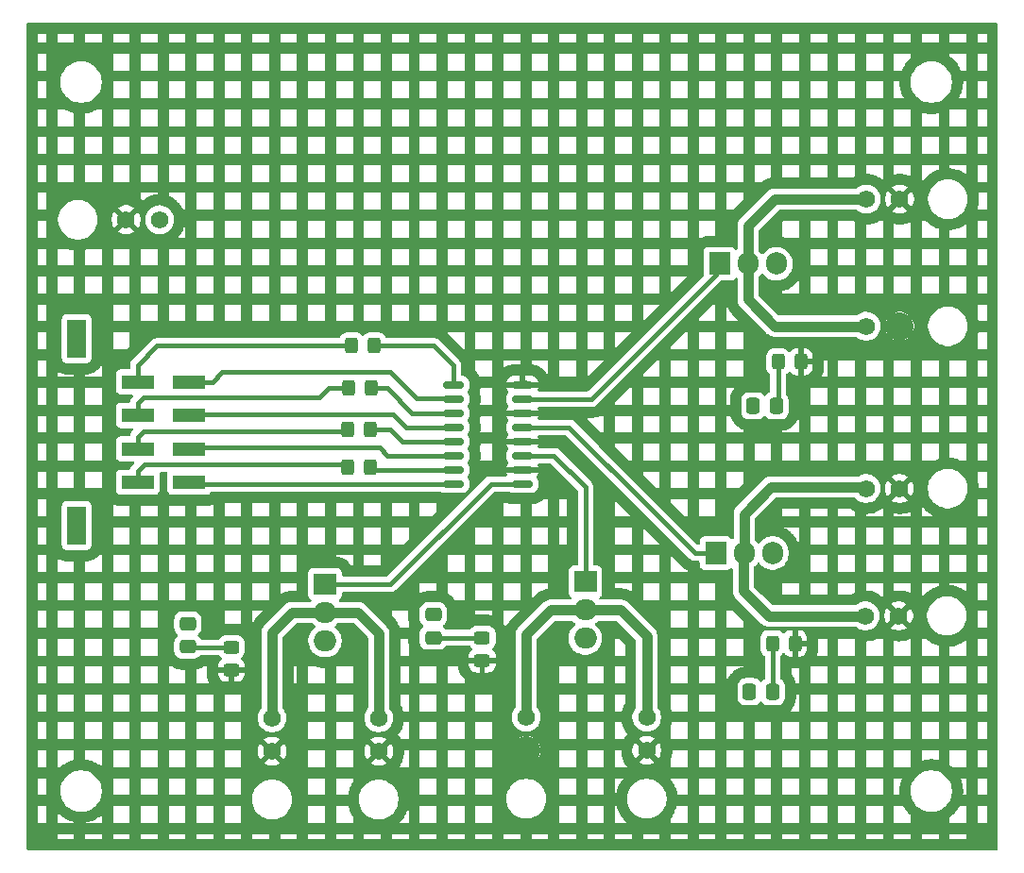
<source format=gbr>
%TF.GenerationSoftware,KiCad,Pcbnew,9.0.5*%
%TF.CreationDate,2025-11-19T12:00:21-07:00*%
%TF.ProjectId,UniversalSolenoidRelay,556e6976-6572-4736-916c-536f6c656e6f,rev?*%
%TF.SameCoordinates,Original*%
%TF.FileFunction,Copper,L1,Top*%
%TF.FilePolarity,Positive*%
%FSLAX46Y46*%
G04 Gerber Fmt 4.6, Leading zero omitted, Abs format (unit mm)*
G04 Created by KiCad (PCBNEW 9.0.5) date 2025-11-19 12:00:21*
%MOMM*%
%LPD*%
G01*
G04 APERTURE LIST*
G04 Aperture macros list*
%AMRoundRect*
0 Rectangle with rounded corners*
0 $1 Rounding radius*
0 $2 $3 $4 $5 $6 $7 $8 $9 X,Y pos of 4 corners*
0 Add a 4 corners polygon primitive as box body*
4,1,4,$2,$3,$4,$5,$6,$7,$8,$9,$2,$3,0*
0 Add four circle primitives for the rounded corners*
1,1,$1+$1,$2,$3*
1,1,$1+$1,$4,$5*
1,1,$1+$1,$6,$7*
1,1,$1+$1,$8,$9*
0 Add four rect primitives between the rounded corners*
20,1,$1+$1,$2,$3,$4,$5,0*
20,1,$1+$1,$4,$5,$6,$7,0*
20,1,$1+$1,$6,$7,$8,$9,0*
20,1,$1+$1,$8,$9,$2,$3,0*%
G04 Aperture macros list end*
%TA.AperFunction,ComponentPad*%
%ADD10C,1.574800*%
%TD*%
%TA.AperFunction,ComponentPad*%
%ADD11R,2.000000X1.905000*%
%TD*%
%TA.AperFunction,ComponentPad*%
%ADD12O,2.000000X1.905000*%
%TD*%
%TA.AperFunction,SMDPad,CuDef*%
%ADD13RoundRect,0.250000X-0.325000X-0.450000X0.325000X-0.450000X0.325000X0.450000X-0.325000X0.450000X0*%
%TD*%
%TA.AperFunction,ComponentPad*%
%ADD14RoundRect,0.250000X-0.475000X0.337500X-0.475000X-0.337500X0.475000X-0.337500X0.475000X0.337500X0*%
%TD*%
%TA.AperFunction,SMDPad,CuDef*%
%ADD15RoundRect,0.250000X-0.475000X0.337500X-0.475000X-0.337500X0.475000X-0.337500X0.475000X0.337500X0*%
%TD*%
%TA.AperFunction,SMDPad,CuDef*%
%ADD16RoundRect,0.250000X-0.450000X0.325000X-0.450000X-0.325000X0.450000X-0.325000X0.450000X0.325000X0*%
%TD*%
%TA.AperFunction,ComponentPad*%
%ADD17R,1.905000X2.000000*%
%TD*%
%TA.AperFunction,ComponentPad*%
%ADD18O,1.905000X2.000000*%
%TD*%
%TA.AperFunction,ComponentPad*%
%ADD19RoundRect,0.250000X-0.337500X-0.475000X0.337500X-0.475000X0.337500X0.475000X-0.337500X0.475000X0*%
%TD*%
%TA.AperFunction,SMDPad,CuDef*%
%ADD20RoundRect,0.250000X-0.337500X-0.475000X0.337500X-0.475000X0.337500X0.475000X-0.337500X0.475000X0*%
%TD*%
%TA.AperFunction,SMDPad,CuDef*%
%ADD21R,2.921000X1.270000*%
%TD*%
%TA.AperFunction,SMDPad,CuDef*%
%ADD22R,1.651000X3.429000*%
%TD*%
%TA.AperFunction,SMDPad,CuDef*%
%ADD23RoundRect,0.162500X-0.750000X-0.162500X0.750000X-0.162500X0.750000X0.162500X-0.750000X0.162500X0*%
%TD*%
%TA.AperFunction,Conductor*%
%ADD24C,0.381000*%
%TD*%
%TA.AperFunction,Conductor*%
%ADD25C,2.540000*%
%TD*%
%TA.AperFunction,Conductor*%
%ADD26C,0.889000*%
%TD*%
G04 APERTURE END LIST*
D10*
%TO.P,J7,1*%
%TO.N,Net-(J1-Pad1)*%
X161887601Y-122657800D03*
%TO.P,J7,2*%
%TO.N,Net-(Q3-D)*%
X158887602Y-122657800D03*
%TD*%
D11*
%TO.P,Q2,1,G*%
%TO.N,Net-(Q2-G)*%
X133729992Y-131030230D03*
D12*
%TO.P,Q2,2,D*%
%TO.N,Net-(Q2-D)*%
X133729992Y-133570230D03*
%TO.P,Q2,3,S*%
%TO.N,GND*%
X133729992Y-136110230D03*
%TD*%
D13*
%TO.P,D6,1,K*%
%TO.N,Net-(J1-Pad1)*%
X152516000Y-136556000D03*
%TO.P,D6,2,A*%
%TO.N,Net-(D6-A)*%
X150484000Y-136556000D03*
%TD*%
D10*
%TO.P,J9,1*%
%TO.N,Net-(J1-Pad1)*%
X161900000Y-96700000D03*
%TO.P,J9,2*%
%TO.N,Net-(Q4-D)*%
X158900001Y-96700000D03*
%TD*%
%TO.P,J1,1*%
%TO.N,Net-(J1-Pad1)*%
X92564300Y-98539599D03*
%TO.P,J1,2*%
%TO.N,GND*%
X95564299Y-98539599D03*
%TD*%
%TO.P,J4,1*%
%TO.N,Net-(J1-Pad1)*%
X105644000Y-146237500D03*
%TO.P,J4,2*%
%TO.N,Net-(Q1-D)*%
X105644000Y-143237501D03*
%TD*%
D14*
%TO.P,R1,1,1*%
%TO.N,Net-(Q1-D)*%
X98100000Y-134762500D03*
D15*
%TO.P,R1,2,2*%
%TO.N,Net-(D2-A)*%
X98100000Y-136837500D03*
%TD*%
D16*
%TO.P,D2,1,K*%
%TO.N,Net-(J1-Pad1)*%
X102000000Y-138932000D03*
%TO.P,D2,2,A*%
%TO.N,Net-(D2-A)*%
X102000000Y-136900000D03*
%TD*%
D17*
%TO.P,Q4,1,G*%
%TO.N,Net-(Q4-G)*%
X145760000Y-102500000D03*
D18*
%TO.P,Q4,2,D*%
%TO.N,Net-(Q4-D)*%
X148300000Y-102500000D03*
%TO.P,Q4,3,S*%
%TO.N,GND*%
X150840000Y-102500000D03*
%TD*%
D19*
%TO.P,R7,1,1*%
%TO.N,Net-(Q4-D)*%
X148778500Y-115244000D03*
D20*
%TO.P,R7,2,2*%
%TO.N,Net-(D8-A)*%
X150853500Y-115244000D03*
%TD*%
D21*
%TO.P,J2,1,1*%
%TO.N,Net-(D1-A)*%
X93600000Y-122099999D03*
%TO.P,J2,2,2*%
%TO.N,Net-(D3-A)*%
X93600000Y-119100000D03*
%TO.P,J2,3,3*%
%TO.N,Net-(D5-A)*%
X93600000Y-116100000D03*
%TO.P,J2,4,4*%
%TO.N,Net-(D7-A)*%
X93600000Y-113100001D03*
%TO.P,J2,5,5*%
%TO.N,Net-(J2-Pad5)*%
X98229999Y-122099999D03*
%TO.P,J2,6,6*%
%TO.N,Net-(J2-Pad6)*%
X98229999Y-119100000D03*
%TO.P,J2,7,7*%
%TO.N,Net-(J2-Pad7)*%
X98229999Y-116100000D03*
%TO.P,J2,8,8*%
%TO.N,Net-(J2-Pad8)*%
X98229999Y-113100001D03*
D22*
%TO.P,J2,9*%
%TO.N,N/C*%
X88129999Y-109215000D03*
%TO.P,J2,10*%
X88129999Y-125985000D03*
%TD*%
D19*
%TO.P,R5,1,1*%
%TO.N,Net-(Q3-D)*%
X148446000Y-140894000D03*
D20*
%TO.P,R5,2,2*%
%TO.N,Net-(D6-A)*%
X150521000Y-140894000D03*
%TD*%
D17*
%TO.P,Q3,1,G*%
%TO.N,Net-(Q3-G)*%
X145420000Y-128445000D03*
D18*
%TO.P,Q3,2,D*%
%TO.N,Net-(Q3-D)*%
X147960000Y-128445000D03*
%TO.P,Q3,3,S*%
%TO.N,GND*%
X150500000Y-128445000D03*
%TD*%
D13*
%TO.P,D8,1,K*%
%TO.N,Net-(J1-Pad1)*%
X153032000Y-111300000D03*
%TO.P,D8,2,A*%
%TO.N,Net-(D8-A)*%
X151000000Y-111300000D03*
%TD*%
D16*
%TO.P,D4,1,K*%
%TO.N,Net-(J1-Pad1)*%
X124482000Y-138091500D03*
%TO.P,D4,2,A*%
%TO.N,Net-(D4-A)*%
X124482000Y-136059500D03*
%TD*%
D13*
%TO.P,D5,1,K*%
%TO.N,Net-(D5-K)*%
X114516000Y-113656000D03*
%TO.P,D5,2,A*%
%TO.N,Net-(D5-A)*%
X112484000Y-113656000D03*
%TD*%
%TO.P,D1,1,K*%
%TO.N,Net-(D1-K)*%
X114416000Y-120756000D03*
%TO.P,D1,2,A*%
%TO.N,Net-(D1-A)*%
X112384000Y-120756000D03*
%TD*%
D10*
%TO.P,J5,1*%
%TO.N,Net-(J1-Pad1)*%
X139229992Y-146170229D03*
%TO.P,J5,2*%
%TO.N,Net-(Q2-D)*%
X139229992Y-143170230D03*
%TD*%
D13*
%TO.P,D7,1,K*%
%TO.N,Net-(D7-K)*%
X114816000Y-109856000D03*
%TO.P,D7,2,A*%
%TO.N,Net-(D7-A)*%
X112784000Y-109856000D03*
%TD*%
D10*
%TO.P,J10,1*%
%TO.N,Net-(J1-Pad1)*%
X161900000Y-108100000D03*
%TO.P,J10,2*%
%TO.N,Net-(Q4-D)*%
X158900001Y-108100000D03*
%TD*%
%TO.P,J6,1*%
%TO.N,Net-(J1-Pad1)*%
X128429992Y-146170229D03*
%TO.P,J6,2*%
%TO.N,Net-(Q2-D)*%
X128429992Y-143170230D03*
%TD*%
D14*
%TO.P,R3,1,1*%
%TO.N,Net-(Q2-D)*%
X120100000Y-133962500D03*
D15*
%TO.P,R3,2,2*%
%TO.N,Net-(D4-A)*%
X120100000Y-136037500D03*
%TD*%
D10*
%TO.P,J8,1*%
%TO.N,Net-(J1-Pad1)*%
X161815700Y-134085400D03*
%TO.P,J8,2*%
%TO.N,Net-(Q3-D)*%
X158815701Y-134085400D03*
%TD*%
%TO.P,J3,1*%
%TO.N,Net-(J1-Pad1)*%
X115200000Y-146237500D03*
%TO.P,J3,2*%
%TO.N,Net-(Q1-D)*%
X115200000Y-143237501D03*
%TD*%
D13*
%TO.P,D3,1,K*%
%TO.N,Net-(D3-K)*%
X114416000Y-117356000D03*
%TO.P,D3,2,A*%
%TO.N,Net-(D3-A)*%
X112384000Y-117356000D03*
%TD*%
D11*
%TO.P,Q1,1,G*%
%TO.N,Net-(Q1-G)*%
X110400000Y-131237500D03*
D12*
%TO.P,Q1,2,D*%
%TO.N,Net-(Q1-D)*%
X110400000Y-133777500D03*
%TO.P,Q1,3,S*%
%TO.N,GND*%
X110400000Y-136317500D03*
%TD*%
D23*
%TO.P,U1,1*%
%TO.N,Net-(D7-K)*%
X121912500Y-113355000D03*
%TO.P,U1,2*%
%TO.N,Net-(J2-Pad8)*%
X121912500Y-114625000D03*
%TO.P,U1,3*%
%TO.N,Net-(D5-K)*%
X121912500Y-115895000D03*
%TO.P,U1,4*%
%TO.N,Net-(J2-Pad7)*%
X121912500Y-117165000D03*
%TO.P,U1,5*%
%TO.N,Net-(D3-K)*%
X121912500Y-118435000D03*
%TO.P,U1,6*%
%TO.N,Net-(J2-Pad6)*%
X121912500Y-119705000D03*
%TO.P,U1,7*%
%TO.N,Net-(D1-K)*%
X121912500Y-120975000D03*
%TO.P,U1,8*%
%TO.N,Net-(J2-Pad5)*%
X121912500Y-122245000D03*
%TO.P,U1,9*%
%TO.N,Net-(Q1-G)*%
X128087500Y-122245000D03*
%TO.P,U1,10*%
%TO.N,Net-(J1-Pad1)*%
X128087500Y-120975000D03*
%TO.P,U1,11*%
%TO.N,Net-(Q2-G)*%
X128087500Y-119705000D03*
%TO.P,U1,12*%
%TO.N,Net-(J1-Pad1)*%
X128087500Y-118435000D03*
%TO.P,U1,13*%
%TO.N,Net-(Q3-G)*%
X128087500Y-117165000D03*
%TO.P,U1,14*%
%TO.N,Net-(J1-Pad1)*%
X128087500Y-115895000D03*
%TO.P,U1,15*%
%TO.N,Net-(Q4-G)*%
X128087500Y-114625000D03*
%TO.P,U1,16*%
%TO.N,Net-(J1-Pad1)*%
X128087500Y-113355000D03*
%TD*%
D24*
%TO.N,Net-(Q2-G)*%
X130905000Y-119705000D02*
X133729992Y-122529992D01*
X133729992Y-122529992D02*
X133729992Y-131030230D01*
X128087500Y-119705000D02*
X130905000Y-119705000D01*
X129004999Y-119700000D02*
X128092500Y-119700000D01*
X128092500Y-119700000D02*
X128087500Y-119705000D01*
%TO.N,Net-(D1-A)*%
X94199999Y-120500000D02*
X93600000Y-121099999D01*
X112128000Y-120500000D02*
X94199999Y-120500000D01*
X93600000Y-121099999D02*
X93600000Y-122099999D01*
X112384000Y-120756000D02*
X112128000Y-120500000D01*
%TO.N,Net-(D1-K)*%
X121912500Y-120975000D02*
X114635000Y-120975000D01*
X114635000Y-120975000D02*
X114416000Y-120756000D01*
%TO.N,Net-(D2-A)*%
X102000000Y-136900000D02*
X98162500Y-136900000D01*
X98162500Y-136900000D02*
X98100000Y-136837500D01*
%TO.N,Net-(D3-K)*%
X121912500Y-118435000D02*
X117335000Y-118435000D01*
X117335000Y-118435000D02*
X116256000Y-117356000D01*
X116256000Y-117356000D02*
X114416000Y-117356000D01*
%TO.N,Net-(D3-A)*%
X112240000Y-117500000D02*
X112384000Y-117356000D01*
X94099999Y-117500000D02*
X112240000Y-117500000D01*
X93600000Y-117999999D02*
X94099999Y-117500000D01*
X93600000Y-119100000D02*
X93600000Y-117999999D01*
%TO.N,Net-(D4-A)*%
X120100000Y-136037500D02*
X124460000Y-136037500D01*
X124460000Y-136037500D02*
X124482000Y-136059500D01*
%TO.N,Net-(D5-A)*%
X109900000Y-114500000D02*
X94099999Y-114500000D01*
X110744000Y-113656000D02*
X109900000Y-114500000D01*
X112484000Y-113656000D02*
X110744000Y-113656000D01*
X93600000Y-114999999D02*
X93600000Y-116100000D01*
X94099999Y-114500000D02*
X93600000Y-114999999D01*
%TO.N,Net-(D5-K)*%
X121912500Y-115895000D02*
X118195000Y-115895000D01*
X115956000Y-113656000D02*
X114516000Y-113656000D01*
X118195000Y-115895000D02*
X115956000Y-113656000D01*
%TO.N,Net-(D6-A)*%
X150521000Y-136593000D02*
X150484000Y-136556000D01*
X150521000Y-140894000D02*
X150521000Y-136593000D01*
%TO.N,Net-(D7-K)*%
X120156000Y-109856000D02*
X114816000Y-109856000D01*
X121912500Y-113355000D02*
X121912500Y-111612500D01*
X121912500Y-111612500D02*
X120156000Y-109856000D01*
%TO.N,Net-(D7-A)*%
X95343999Y-109856000D02*
X93600000Y-111599999D01*
X93600000Y-111599999D02*
X93600000Y-113100001D01*
X112784000Y-109856000D02*
X95343999Y-109856000D01*
%TO.N,Net-(D8-A)*%
X150853500Y-115244000D02*
X150853500Y-115146500D01*
X150853500Y-115146500D02*
X151000000Y-115000000D01*
X151000000Y-115000000D02*
X151000000Y-111300000D01*
X150909500Y-115300000D02*
X150853500Y-115244000D01*
%TO.N,Net-(J1-Pad1)*%
X128087500Y-113355000D02*
X128300000Y-113142500D01*
D25*
X128362721Y-146237500D02*
X128429992Y-146170229D01*
X161887601Y-108112399D02*
X161900000Y-108100000D01*
D24*
%TO.N,Net-(J2-Pad6)*%
X121912500Y-119705000D02*
X116005000Y-119705000D01*
X115300001Y-119000001D02*
X103229999Y-119000001D01*
X103229999Y-119000001D02*
X103229998Y-119000000D01*
X103229998Y-119000000D02*
X98329999Y-119000000D01*
X98329999Y-119000000D02*
X98229999Y-119100000D01*
X116005000Y-119705000D02*
X115300001Y-119000001D01*
%TO.N,Net-(J2-Pad8)*%
X116200000Y-112200000D02*
X101199999Y-112200000D01*
X118600000Y-114600000D02*
X116200000Y-112200000D01*
X101199999Y-112200000D02*
X100299998Y-113100001D01*
X121887500Y-114600000D02*
X118600000Y-114600000D01*
X100299998Y-113100001D02*
X98229999Y-113100001D01*
X121912500Y-114625000D02*
X121887500Y-114600000D01*
%TO.N,Net-(J2-Pad5)*%
X98474999Y-122344999D02*
X98229999Y-122099999D01*
X98375000Y-122245000D02*
X98229999Y-122099999D01*
X121912500Y-122245000D02*
X98375000Y-122245000D01*
%TO.N,Net-(J2-Pad7)*%
X116500001Y-116000001D02*
X103229999Y-116000001D01*
X103229999Y-116000001D02*
X103229998Y-116000000D01*
X98329999Y-116000000D02*
X98229999Y-116100000D01*
X103229998Y-116000000D02*
X98329999Y-116000000D01*
X121912500Y-117165000D02*
X117665000Y-117165000D01*
X117665000Y-117165000D02*
X116500001Y-116000001D01*
D26*
%TO.N,Net-(Q1-D)*%
X105644000Y-135593500D02*
X105644000Y-143237501D01*
X115200000Y-135637500D02*
X115200000Y-143237501D01*
X107460000Y-133777500D02*
X105644000Y-135593500D01*
X110400000Y-133777500D02*
X113340000Y-133777500D01*
X110400000Y-133777500D02*
X107460000Y-133777500D01*
X113340000Y-133777500D02*
X115200000Y-135637500D01*
%TO.N,Net-(Q2-D)*%
X128429992Y-143170230D02*
X128429992Y-135770230D01*
X139229992Y-135870230D02*
X139229992Y-143170230D01*
X133729992Y-133570230D02*
X136929992Y-133570230D01*
X130629992Y-133570230D02*
X133729992Y-133570230D01*
X128429992Y-135770230D02*
X130629992Y-133570230D01*
X136929992Y-133570230D02*
X139229992Y-135870230D01*
%TO.N,Net-(Q3-D)*%
X147880000Y-128525000D02*
X147960000Y-128445000D01*
X147960000Y-128445000D02*
X147960000Y-124945000D01*
X147880000Y-131825000D02*
X147880000Y-128525000D01*
X158815701Y-134085400D02*
X150140400Y-134085400D01*
X147960000Y-124945000D02*
X150380000Y-122525000D01*
X150380000Y-122525000D02*
X158980000Y-122525000D01*
X150140400Y-134085400D02*
X147880000Y-131825000D01*
%TO.N,Net-(Q4-D)*%
X148300000Y-105700000D02*
X148300000Y-102500000D01*
X148300000Y-99100000D02*
X150700000Y-96700000D01*
X150700000Y-108100000D02*
X148300000Y-105700000D01*
X148300000Y-102500000D02*
X148300000Y-99100000D01*
X158900001Y-108100000D02*
X150700000Y-108100000D01*
X150700000Y-96700000D02*
X158900001Y-96700000D01*
D24*
%TO.N,Net-(Q1-G)*%
X128087500Y-122245000D02*
X125255000Y-122245000D01*
X116262500Y-131237500D02*
X110400000Y-131237500D01*
X125255000Y-122245000D02*
X116262500Y-131237500D01*
%TO.N,Net-(Q3-G)*%
X128087500Y-117165000D02*
X132265000Y-117165000D01*
X145420000Y-128445000D02*
X143545000Y-128445000D01*
X143545000Y-128445000D02*
X139445000Y-124345000D01*
X132265000Y-117165000D02*
X139445000Y-124345000D01*
%TO.N,Net-(Q4-G)*%
X134275000Y-114625000D02*
X145460000Y-103440000D01*
X128087500Y-114625000D02*
X134275000Y-114625000D01*
%TD*%
%TA.AperFunction,Conductor*%
%TO.N,Net-(J1-Pad1)*%
G36*
X170642539Y-80920185D02*
G01*
X170688294Y-80972989D01*
X170699500Y-81024500D01*
X170699500Y-154975500D01*
X170679815Y-155042539D01*
X170627011Y-155088294D01*
X170575500Y-155099500D01*
X83764498Y-155099500D01*
X83697459Y-155079815D01*
X83651704Y-155027011D01*
X83640498Y-154975500D01*
X83640498Y-154101500D01*
X86388498Y-154101500D01*
X87890498Y-154101500D01*
X88888498Y-154101500D01*
X90390498Y-154101500D01*
X91388498Y-154101500D01*
X92890498Y-154101500D01*
X93888498Y-154101500D01*
X95390498Y-154101500D01*
X96388498Y-154101500D01*
X97890498Y-154101500D01*
X98888498Y-154101500D01*
X100390498Y-154101500D01*
X101388498Y-154101500D01*
X102890498Y-154101500D01*
X103888498Y-154101500D01*
X105390498Y-154101500D01*
X106388498Y-154101500D01*
X107890498Y-154101500D01*
X108888498Y-154101500D01*
X110390498Y-154101500D01*
X111388498Y-154101500D01*
X112890498Y-154101500D01*
X113888498Y-154101500D01*
X115390498Y-154101500D01*
X116388498Y-154101500D01*
X117890498Y-154101500D01*
X118888498Y-154101500D01*
X120390498Y-154101500D01*
X121388498Y-154101500D01*
X122890498Y-154101500D01*
X123888498Y-154101500D01*
X125390498Y-154101500D01*
X126388498Y-154101500D01*
X127890498Y-154101500D01*
X128888498Y-154101500D01*
X130390498Y-154101500D01*
X131388498Y-154101500D01*
X132890498Y-154101500D01*
X133888498Y-154101500D01*
X135390498Y-154101500D01*
X136388498Y-154101500D01*
X137890498Y-154101500D01*
X138888498Y-154101500D01*
X140390498Y-154101500D01*
X141388498Y-154101500D01*
X142890498Y-154101500D01*
X143888498Y-154101500D01*
X145390498Y-154101500D01*
X146388498Y-154101500D01*
X147890498Y-154101500D01*
X148888498Y-154101500D01*
X150390498Y-154101500D01*
X151388498Y-154101500D01*
X152890498Y-154101500D01*
X153888498Y-154101500D01*
X155390498Y-154101500D01*
X156388498Y-154101500D01*
X157890498Y-154101500D01*
X158888498Y-154101500D01*
X160390498Y-154101500D01*
X161388498Y-154101500D01*
X162890498Y-154101500D01*
X163888498Y-154101500D01*
X165390498Y-154101500D01*
X166388498Y-154101500D01*
X167890498Y-154101500D01*
X167890498Y-153648500D01*
X166388498Y-153648500D01*
X166388498Y-154101500D01*
X165390498Y-154101500D01*
X165390498Y-153648500D01*
X163888498Y-153648500D01*
X163888498Y-154101500D01*
X162890498Y-154101500D01*
X162890498Y-153648500D01*
X161388498Y-153648500D01*
X161388498Y-154101500D01*
X160390498Y-154101500D01*
X160390498Y-153648500D01*
X158888498Y-153648500D01*
X158888498Y-154101500D01*
X157890498Y-154101500D01*
X157890498Y-153648500D01*
X156388498Y-153648500D01*
X156388498Y-154101500D01*
X155390498Y-154101500D01*
X155390498Y-153648500D01*
X153888498Y-153648500D01*
X153888498Y-154101500D01*
X152890498Y-154101500D01*
X152890498Y-153648500D01*
X151388498Y-153648500D01*
X151388498Y-154101500D01*
X150390498Y-154101500D01*
X150390498Y-153648500D01*
X148888498Y-153648500D01*
X148888498Y-154101500D01*
X147890498Y-154101500D01*
X147890498Y-153648500D01*
X146388498Y-153648500D01*
X146388498Y-154101500D01*
X145390498Y-154101500D01*
X145390498Y-153648500D01*
X143888498Y-153648500D01*
X143888498Y-154101500D01*
X142890498Y-154101500D01*
X142890498Y-153648500D01*
X141388498Y-153648500D01*
X141388498Y-154101500D01*
X140390498Y-154101500D01*
X140390498Y-153648500D01*
X138888498Y-153648500D01*
X138888498Y-154101500D01*
X137890498Y-154101500D01*
X137890498Y-153648500D01*
X136388498Y-153648500D01*
X136388498Y-154101500D01*
X135390498Y-154101500D01*
X135390498Y-153648500D01*
X133888498Y-153648500D01*
X133888498Y-154101500D01*
X132890498Y-154101500D01*
X132890498Y-153648500D01*
X131388498Y-153648500D01*
X131388498Y-154101500D01*
X130390498Y-154101500D01*
X130390498Y-153648500D01*
X128888498Y-153648500D01*
X128888498Y-154101500D01*
X127890498Y-154101500D01*
X127890498Y-153648500D01*
X126388498Y-153648500D01*
X126388498Y-154101500D01*
X125390498Y-154101500D01*
X125390498Y-153648500D01*
X123888498Y-153648500D01*
X123888498Y-154101500D01*
X122890498Y-154101500D01*
X122890498Y-153648500D01*
X121388498Y-153648500D01*
X121388498Y-154101500D01*
X120390498Y-154101500D01*
X120390498Y-153648500D01*
X118888498Y-153648500D01*
X118888498Y-154101500D01*
X117890498Y-154101500D01*
X117890498Y-153648500D01*
X116388498Y-153648500D01*
X116388498Y-154101500D01*
X115390498Y-154101500D01*
X115390498Y-153648500D01*
X113888498Y-153648500D01*
X113888498Y-154101500D01*
X112890498Y-154101500D01*
X112890498Y-153648500D01*
X111388498Y-153648500D01*
X111388498Y-154101500D01*
X110390498Y-154101500D01*
X110390498Y-153648500D01*
X108888498Y-153648500D01*
X108888498Y-154101500D01*
X107890498Y-154101500D01*
X107890498Y-153648500D01*
X106388498Y-153648500D01*
X106388498Y-154101500D01*
X105390498Y-154101500D01*
X105390498Y-153648500D01*
X103888498Y-153648500D01*
X103888498Y-154101500D01*
X102890498Y-154101500D01*
X102890498Y-153648500D01*
X101388498Y-153648500D01*
X101388498Y-154101500D01*
X100390498Y-154101500D01*
X100390498Y-153648500D01*
X98888498Y-153648500D01*
X98888498Y-154101500D01*
X97890498Y-154101500D01*
X97890498Y-153648500D01*
X96388498Y-153648500D01*
X96388498Y-154101500D01*
X95390498Y-154101500D01*
X95390498Y-153648500D01*
X93888498Y-153648500D01*
X93888498Y-154101500D01*
X92890498Y-154101500D01*
X92890498Y-153648500D01*
X91388498Y-153648500D01*
X91388498Y-154101500D01*
X90390498Y-154101500D01*
X90390498Y-153648500D01*
X88888498Y-153648500D01*
X88888498Y-154101500D01*
X87890498Y-154101500D01*
X87890498Y-153648500D01*
X86388498Y-153648500D01*
X86388498Y-154101500D01*
X83640498Y-154101500D01*
X83640498Y-152650500D01*
X84638498Y-152650500D01*
X85390498Y-152650500D01*
X86388498Y-152650500D01*
X87890498Y-152650500D01*
X87890498Y-152626409D01*
X88888498Y-152626409D01*
X88888498Y-152650500D01*
X90390498Y-152650500D01*
X91388498Y-152650500D01*
X92890498Y-152650500D01*
X93888498Y-152650500D01*
X95390498Y-152650500D01*
X96388498Y-152650500D01*
X97890498Y-152650500D01*
X98888498Y-152650500D01*
X100390498Y-152650500D01*
X101388498Y-152650500D01*
X102890498Y-152650500D01*
X108888498Y-152650500D01*
X110390498Y-152650500D01*
X111388498Y-152650500D01*
X112890498Y-152650500D01*
X117024091Y-152650500D01*
X117890498Y-152650500D01*
X118888498Y-152650500D01*
X120390498Y-152650500D01*
X121388498Y-152650500D01*
X122890498Y-152650500D01*
X123888498Y-152650500D01*
X125390498Y-152650500D01*
X131388498Y-152650500D01*
X132890498Y-152650500D01*
X133888498Y-152650500D01*
X135390498Y-152650500D01*
X136388498Y-152650500D01*
X137490981Y-152650500D01*
X137436974Y-152609059D01*
X137433794Y-152606536D01*
X137414821Y-152590965D01*
X137411730Y-152588341D01*
X137387171Y-152566804D01*
X137384163Y-152564078D01*
X137366246Y-152547297D01*
X137363330Y-152544475D01*
X137175748Y-152356893D01*
X137172926Y-152353977D01*
X137156145Y-152336060D01*
X137153419Y-152333052D01*
X137131882Y-152308493D01*
X137129258Y-152305402D01*
X137113687Y-152286429D01*
X137111164Y-152283249D01*
X136949672Y-152072787D01*
X136947256Y-152069529D01*
X136932954Y-152049571D01*
X136930643Y-152046233D01*
X136912497Y-152019075D01*
X136910296Y-152015661D01*
X136897340Y-151994824D01*
X136895257Y-151991349D01*
X136762618Y-151761614D01*
X136760648Y-151758069D01*
X136749074Y-151736417D01*
X136747217Y-151732801D01*
X136732770Y-151703503D01*
X136731037Y-151699839D01*
X136720908Y-151677484D01*
X136719294Y-151673761D01*
X136617774Y-151428669D01*
X136616281Y-151424890D01*
X136607630Y-151401902D01*
X136606263Y-151398082D01*
X136595765Y-151367152D01*
X136594524Y-151363290D01*
X136587404Y-151339816D01*
X136586291Y-151335918D01*
X136536072Y-151148500D01*
X136388498Y-151148500D01*
X136388498Y-152650500D01*
X135390498Y-152650500D01*
X135390498Y-151148500D01*
X133888498Y-151148500D01*
X133888498Y-152650500D01*
X132890498Y-152650500D01*
X132890498Y-151148500D01*
X131388498Y-151148500D01*
X131388498Y-152650500D01*
X125390498Y-152650500D01*
X125390498Y-151148500D01*
X123888498Y-151148500D01*
X123888498Y-152650500D01*
X122890498Y-152650500D01*
X122890498Y-151148500D01*
X121388498Y-151148500D01*
X121388498Y-152650500D01*
X120390498Y-152650500D01*
X120390498Y-151148500D01*
X118888498Y-151148500D01*
X118888498Y-152650500D01*
X117890498Y-152650500D01*
X117890498Y-151228541D01*
X117843701Y-151403189D01*
X117842588Y-151407087D01*
X117835468Y-151430561D01*
X117834227Y-151434423D01*
X117823729Y-151465353D01*
X117822362Y-151469173D01*
X117813711Y-151492161D01*
X117812218Y-151495940D01*
X117710698Y-151741032D01*
X117709084Y-151744755D01*
X117698955Y-151767110D01*
X117697222Y-151770774D01*
X117682775Y-151800072D01*
X117680918Y-151803688D01*
X117669344Y-151825340D01*
X117667374Y-151828885D01*
X117534735Y-152058620D01*
X117532652Y-152062095D01*
X117519696Y-152082932D01*
X117517495Y-152086346D01*
X117499349Y-152113504D01*
X117497038Y-152116842D01*
X117482736Y-152136800D01*
X117480320Y-152140058D01*
X117318828Y-152350520D01*
X117316305Y-152353700D01*
X117300734Y-152372673D01*
X117298110Y-152375764D01*
X117276573Y-152400323D01*
X117273847Y-152403331D01*
X117257066Y-152421248D01*
X117254244Y-152424164D01*
X117066662Y-152611746D01*
X117063746Y-152614568D01*
X117045829Y-152631349D01*
X117042821Y-152634075D01*
X117024091Y-152650500D01*
X112890498Y-152650500D01*
X112890498Y-152098308D01*
X112882505Y-152086346D01*
X112880304Y-152082932D01*
X112867348Y-152062095D01*
X112865265Y-152058620D01*
X112732626Y-151828885D01*
X112730656Y-151825340D01*
X112719082Y-151803688D01*
X112717225Y-151800072D01*
X112702778Y-151770774D01*
X112701045Y-151767110D01*
X112690916Y-151744755D01*
X112689302Y-151741032D01*
X112587782Y-151495940D01*
X112586289Y-151492161D01*
X112577638Y-151469173D01*
X112576271Y-151465353D01*
X112565773Y-151434423D01*
X112564532Y-151430561D01*
X112557412Y-151407087D01*
X112556299Y-151403189D01*
X112488055Y-151148500D01*
X111388498Y-151148500D01*
X111388498Y-152650500D01*
X110390498Y-152650500D01*
X110390498Y-151148500D01*
X108888498Y-151148500D01*
X108888498Y-152650500D01*
X102890498Y-152650500D01*
X102890498Y-151148500D01*
X101388498Y-151148500D01*
X101388498Y-152650500D01*
X100390498Y-152650500D01*
X100390498Y-151148500D01*
X98888498Y-151148500D01*
X98888498Y-152650500D01*
X97890498Y-152650500D01*
X97890498Y-151148500D01*
X96388498Y-151148500D01*
X96388498Y-152650500D01*
X95390498Y-152650500D01*
X95390498Y-151148500D01*
X93888498Y-151148500D01*
X93888498Y-152650500D01*
X92890498Y-152650500D01*
X92890498Y-151148500D01*
X91388498Y-151148500D01*
X91388498Y-152650500D01*
X90390498Y-152650500D01*
X90390498Y-151965295D01*
X90380418Y-151973568D01*
X90377238Y-151976091D01*
X90158862Y-152143656D01*
X90155601Y-152146075D01*
X90135622Y-152160391D01*
X90132279Y-152162704D01*
X90105118Y-152180849D01*
X90101708Y-152183047D01*
X90080892Y-152195989D01*
X90077421Y-152198070D01*
X89839078Y-152335679D01*
X89835530Y-152337650D01*
X89813897Y-152349213D01*
X89810293Y-152351064D01*
X89780997Y-152365513D01*
X89777328Y-152367249D01*
X89754955Y-152377387D01*
X89751228Y-152379003D01*
X89496922Y-152484340D01*
X89493142Y-152485834D01*
X89470153Y-152494485D01*
X89466334Y-152495851D01*
X89435404Y-152506349D01*
X89431545Y-152507589D01*
X89408073Y-152514709D01*
X89404171Y-152515823D01*
X89138317Y-152587058D01*
X89134385Y-152588043D01*
X89110483Y-152593617D01*
X89106514Y-152594474D01*
X89074476Y-152600847D01*
X89070484Y-152601574D01*
X89046263Y-152605573D01*
X89042248Y-152606168D01*
X88888498Y-152626409D01*
X87890498Y-152626409D01*
X87890498Y-152576557D01*
X87663831Y-152515823D01*
X87659929Y-152514709D01*
X87636457Y-152507589D01*
X87632598Y-152506349D01*
X87601668Y-152495851D01*
X87597849Y-152494485D01*
X87574860Y-152485834D01*
X87571080Y-152484340D01*
X87316774Y-152379003D01*
X87313047Y-152377387D01*
X87290674Y-152367249D01*
X87287005Y-152365513D01*
X87257709Y-152351064D01*
X87254105Y-152349213D01*
X87232472Y-152337650D01*
X87228924Y-152335679D01*
X86990581Y-152198070D01*
X86987110Y-152195989D01*
X86966294Y-152183047D01*
X86962884Y-152180849D01*
X86935723Y-152162704D01*
X86932380Y-152160391D01*
X86912401Y-152146075D01*
X86909140Y-152143656D01*
X86690764Y-151976091D01*
X86687584Y-151973568D01*
X86668611Y-151957997D01*
X86665520Y-151955373D01*
X86640961Y-151933836D01*
X86637953Y-151931110D01*
X86620036Y-151914329D01*
X86617120Y-151911507D01*
X86422494Y-151716881D01*
X86419672Y-151713965D01*
X86402891Y-151696048D01*
X86400165Y-151693040D01*
X86388498Y-151679735D01*
X86388498Y-152650500D01*
X85390498Y-152650500D01*
X85390498Y-151148500D01*
X84638498Y-151148500D01*
X84638498Y-152650500D01*
X83640498Y-152650500D01*
X83640498Y-150150500D01*
X84638498Y-150150500D01*
X85390498Y-150150500D01*
X85390498Y-149678711D01*
X86683501Y-149678711D01*
X86683501Y-149921288D01*
X86713676Y-150150500D01*
X86715163Y-150161789D01*
X86728235Y-150210573D01*
X86777948Y-150396104D01*
X86796628Y-150441201D01*
X86870777Y-150620212D01*
X86992065Y-150830289D01*
X86992067Y-150830292D01*
X86992068Y-150830293D01*
X87139734Y-151022736D01*
X87139740Y-151022743D01*
X87311257Y-151194260D01*
X87311263Y-151194265D01*
X87503712Y-151341936D01*
X87713789Y-151463224D01*
X87937901Y-151556054D01*
X88172212Y-151618838D01*
X88352587Y-151642584D01*
X88412712Y-151650500D01*
X88412713Y-151650500D01*
X88655290Y-151650500D01*
X88710458Y-151643237D01*
X88895790Y-151618838D01*
X89130101Y-151556054D01*
X89354213Y-151463224D01*
X89564290Y-151341936D01*
X89756739Y-151194265D01*
X89928266Y-151022738D01*
X90075937Y-150830289D01*
X90197225Y-150620212D01*
X90271379Y-150441187D01*
X103869500Y-150441187D01*
X103869500Y-150673816D01*
X103890102Y-150830293D01*
X103899863Y-150904432D01*
X103929965Y-151016776D01*
X103960068Y-151129122D01*
X104049083Y-151344023D01*
X104049088Y-151344034D01*
X104165387Y-151545468D01*
X104165398Y-151545484D01*
X104306996Y-151730019D01*
X104307002Y-151730026D01*
X104471475Y-151894499D01*
X104471482Y-151894505D01*
X104597692Y-151991349D01*
X104656026Y-152036110D01*
X104656033Y-152036114D01*
X104857467Y-152152413D01*
X104857472Y-152152415D01*
X104857475Y-152152417D01*
X104909975Y-152174163D01*
X105072379Y-152241433D01*
X105072380Y-152241433D01*
X105072382Y-152241434D01*
X105297070Y-152301639D01*
X105527693Y-152332002D01*
X105527700Y-152332002D01*
X105760300Y-152332002D01*
X105760307Y-152332002D01*
X105990930Y-152301639D01*
X106215618Y-152241434D01*
X106430525Y-152152417D01*
X106631974Y-152036110D01*
X106816519Y-151894504D01*
X106981002Y-151730021D01*
X107122608Y-151545476D01*
X107238915Y-151344027D01*
X107327932Y-151129120D01*
X107388137Y-150904432D01*
X107418500Y-150673809D01*
X107418500Y-150441195D01*
X107418499Y-150441187D01*
X113425500Y-150441187D01*
X113425500Y-150673816D01*
X113446102Y-150830293D01*
X113455863Y-150904432D01*
X113485965Y-151016776D01*
X113516068Y-151129122D01*
X113605083Y-151344023D01*
X113605088Y-151344034D01*
X113721387Y-151545468D01*
X113721398Y-151545484D01*
X113862996Y-151730019D01*
X113863002Y-151730026D01*
X114027475Y-151894499D01*
X114027482Y-151894505D01*
X114153692Y-151991349D01*
X114212026Y-152036110D01*
X114212033Y-152036114D01*
X114413467Y-152152413D01*
X114413472Y-152152415D01*
X114413475Y-152152417D01*
X114465975Y-152174163D01*
X114628379Y-152241433D01*
X114628380Y-152241433D01*
X114628382Y-152241434D01*
X114853070Y-152301639D01*
X115083693Y-152332002D01*
X115083700Y-152332002D01*
X115316300Y-152332002D01*
X115316307Y-152332002D01*
X115546930Y-152301639D01*
X115771618Y-152241434D01*
X115986525Y-152152417D01*
X116187974Y-152036110D01*
X116372519Y-151894504D01*
X116537002Y-151730021D01*
X116678608Y-151545476D01*
X116794915Y-151344027D01*
X116883932Y-151129120D01*
X116944137Y-150904432D01*
X116974500Y-150673809D01*
X116974500Y-150441195D01*
X116965642Y-150373916D01*
X126655492Y-150373916D01*
X126655492Y-150606545D01*
X126679107Y-150785911D01*
X126685855Y-150837161D01*
X126703880Y-150904430D01*
X126746060Y-151061851D01*
X126835075Y-151276752D01*
X126835080Y-151276763D01*
X126951379Y-151478197D01*
X126951390Y-151478213D01*
X127092988Y-151662748D01*
X127092994Y-151662755D01*
X127257467Y-151827228D01*
X127257473Y-151827233D01*
X127442018Y-151968839D01*
X127442025Y-151968843D01*
X127643459Y-152085142D01*
X127643464Y-152085144D01*
X127643467Y-152085146D01*
X127750920Y-152129654D01*
X127858371Y-152174162D01*
X127858372Y-152174162D01*
X127858374Y-152174163D01*
X128083062Y-152234368D01*
X128313685Y-152264731D01*
X128313692Y-152264731D01*
X128546292Y-152264731D01*
X128546299Y-152264731D01*
X128776922Y-152234368D01*
X129001610Y-152174163D01*
X129216517Y-152085146D01*
X129417966Y-151968839D01*
X129602511Y-151827233D01*
X129766994Y-151662750D01*
X129908600Y-151478205D01*
X130024907Y-151276756D01*
X130113924Y-151061849D01*
X130174129Y-150837161D01*
X130204492Y-150606538D01*
X130204492Y-150373924D01*
X130204491Y-150373916D01*
X137455492Y-150373916D01*
X137455492Y-150606545D01*
X137479107Y-150785911D01*
X137485855Y-150837161D01*
X137503880Y-150904430D01*
X137546060Y-151061851D01*
X137635075Y-151276752D01*
X137635080Y-151276763D01*
X137751379Y-151478197D01*
X137751390Y-151478213D01*
X137892988Y-151662748D01*
X137892994Y-151662755D01*
X138057467Y-151827228D01*
X138057473Y-151827233D01*
X138242018Y-151968839D01*
X138242025Y-151968843D01*
X138443459Y-152085142D01*
X138443464Y-152085144D01*
X138443467Y-152085146D01*
X138550920Y-152129654D01*
X138658371Y-152174162D01*
X138658372Y-152174162D01*
X138658374Y-152174163D01*
X138883062Y-152234368D01*
X139113685Y-152264731D01*
X139113692Y-152264731D01*
X139346292Y-152264731D01*
X139346299Y-152264731D01*
X139576922Y-152234368D01*
X139587484Y-152231538D01*
X141388498Y-152231538D01*
X141388498Y-152650500D01*
X142890498Y-152650500D01*
X143888498Y-152650500D01*
X145390498Y-152650500D01*
X146388498Y-152650500D01*
X147890498Y-152650500D01*
X148888498Y-152650500D01*
X150390498Y-152650500D01*
X151388498Y-152650500D01*
X152890498Y-152650500D01*
X153888498Y-152650500D01*
X155390498Y-152650500D01*
X156388498Y-152650500D01*
X157890498Y-152650500D01*
X158888498Y-152650500D01*
X160390498Y-152650500D01*
X161388498Y-152650500D01*
X162890498Y-152650500D01*
X162890498Y-152120915D01*
X166388498Y-152120915D01*
X166388498Y-152650500D01*
X167890498Y-152650500D01*
X168888498Y-152650500D01*
X169701500Y-152650500D01*
X169701500Y-151148500D01*
X168888498Y-151148500D01*
X168888498Y-152650500D01*
X167890498Y-152650500D01*
X167890498Y-151148500D01*
X167244609Y-151148500D01*
X167132071Y-151343420D01*
X167129990Y-151346891D01*
X167117048Y-151367707D01*
X167114850Y-151371117D01*
X167096705Y-151398278D01*
X167094392Y-151401621D01*
X167080076Y-151421600D01*
X167077657Y-151424861D01*
X166910092Y-151643237D01*
X166907569Y-151646417D01*
X166891998Y-151665390D01*
X166889374Y-151668481D01*
X166867837Y-151693040D01*
X166865111Y-151696048D01*
X166848330Y-151713965D01*
X166845508Y-151716881D01*
X166650882Y-151911507D01*
X166647966Y-151914329D01*
X166630049Y-151931110D01*
X166627041Y-151933836D01*
X166602482Y-151955373D01*
X166599391Y-151957997D01*
X166580418Y-151973568D01*
X166577238Y-151976091D01*
X166388498Y-152120915D01*
X162890498Y-152120915D01*
X162890498Y-151975880D01*
X162887584Y-151973568D01*
X162868611Y-151957997D01*
X162865520Y-151955373D01*
X162840961Y-151933836D01*
X162837953Y-151931110D01*
X162820036Y-151914329D01*
X162817120Y-151911507D01*
X162622494Y-151716881D01*
X162619672Y-151713965D01*
X162602891Y-151696048D01*
X162600165Y-151693040D01*
X162578628Y-151668481D01*
X162576004Y-151665390D01*
X162560433Y-151646417D01*
X162557910Y-151643237D01*
X162390345Y-151424861D01*
X162387926Y-151421600D01*
X162373610Y-151401621D01*
X162371297Y-151398278D01*
X162353152Y-151371117D01*
X162350954Y-151367707D01*
X162338012Y-151346891D01*
X162335931Y-151343420D01*
X162223393Y-151148500D01*
X161388498Y-151148500D01*
X161388498Y-152650500D01*
X160390498Y-152650500D01*
X160390498Y-151148500D01*
X158888498Y-151148500D01*
X158888498Y-152650500D01*
X157890498Y-152650500D01*
X157890498Y-151148500D01*
X156388498Y-151148500D01*
X156388498Y-152650500D01*
X155390498Y-152650500D01*
X155390498Y-151148500D01*
X153888498Y-151148500D01*
X153888498Y-152650500D01*
X152890498Y-152650500D01*
X152890498Y-151148500D01*
X151388498Y-151148500D01*
X151388498Y-152650500D01*
X150390498Y-152650500D01*
X150390498Y-151148500D01*
X148888498Y-151148500D01*
X148888498Y-152650500D01*
X147890498Y-152650500D01*
X147890498Y-151148500D01*
X146388498Y-151148500D01*
X146388498Y-152650500D01*
X145390498Y-152650500D01*
X145390498Y-151148500D01*
X143888498Y-151148500D01*
X143888498Y-152650500D01*
X142890498Y-152650500D01*
X142890498Y-151148500D01*
X141923912Y-151148500D01*
X141873693Y-151335918D01*
X141872580Y-151339816D01*
X141865460Y-151363290D01*
X141864219Y-151367152D01*
X141853721Y-151398082D01*
X141852354Y-151401902D01*
X141843703Y-151424890D01*
X141842210Y-151428669D01*
X141740690Y-151673761D01*
X141739076Y-151677484D01*
X141728947Y-151699839D01*
X141727214Y-151703503D01*
X141712767Y-151732801D01*
X141710910Y-151736417D01*
X141699336Y-151758069D01*
X141697366Y-151761614D01*
X141564727Y-151991349D01*
X141562644Y-151994824D01*
X141549688Y-152015661D01*
X141547487Y-152019075D01*
X141529341Y-152046233D01*
X141527030Y-152049571D01*
X141512728Y-152069529D01*
X141510312Y-152072787D01*
X141388498Y-152231538D01*
X139587484Y-152231538D01*
X139801610Y-152174163D01*
X140016517Y-152085146D01*
X140217966Y-151968839D01*
X140402511Y-151827233D01*
X140566994Y-151662750D01*
X140708600Y-151478205D01*
X140824907Y-151276756D01*
X140913924Y-151061849D01*
X140974129Y-150837161D01*
X141004492Y-150606538D01*
X141004492Y-150373924D01*
X140974129Y-150143301D01*
X140913924Y-149918613D01*
X140824907Y-149703706D01*
X140824905Y-149703703D01*
X140824903Y-149703698D01*
X140708604Y-149502264D01*
X140708600Y-149502257D01*
X140659456Y-149438211D01*
X140566995Y-149317713D01*
X140566989Y-149317706D01*
X140402516Y-149153233D01*
X140402509Y-149153227D01*
X140217974Y-149011629D01*
X140217972Y-149011627D01*
X140217966Y-149011623D01*
X140217961Y-149011620D01*
X140217958Y-149011618D01*
X140016524Y-148895319D01*
X140016513Y-148895314D01*
X139801612Y-148806299D01*
X139689266Y-148776196D01*
X139587476Y-148748922D01*
X141388498Y-148748922D01*
X141510312Y-148907675D01*
X141512728Y-148910933D01*
X141527030Y-148930891D01*
X141529341Y-148934229D01*
X141547487Y-148961387D01*
X141549688Y-148964801D01*
X141562644Y-148985638D01*
X141564727Y-148989113D01*
X141697366Y-149218848D01*
X141699336Y-149222393D01*
X141710910Y-149244045D01*
X141712767Y-149247661D01*
X141727214Y-149276959D01*
X141728947Y-149280623D01*
X141739076Y-149302978D01*
X141740690Y-149306701D01*
X141842210Y-149551793D01*
X141843703Y-149555572D01*
X141852354Y-149578560D01*
X141853721Y-149582380D01*
X141864219Y-149613310D01*
X141865460Y-149617172D01*
X141872580Y-149640646D01*
X141873693Y-149644544D01*
X141942350Y-149900774D01*
X141943336Y-149904710D01*
X141948909Y-149928611D01*
X141949766Y-149932579D01*
X141956138Y-149964615D01*
X141956863Y-149968604D01*
X141960862Y-149992823D01*
X141961458Y-149996838D01*
X141981689Y-150150500D01*
X142890498Y-150150500D01*
X143888498Y-150150500D01*
X145390498Y-150150500D01*
X146388498Y-150150500D01*
X147890498Y-150150500D01*
X148888498Y-150150500D01*
X150390498Y-150150500D01*
X151388498Y-150150500D01*
X152890498Y-150150500D01*
X153888498Y-150150500D01*
X155390498Y-150150500D01*
X156388498Y-150150500D01*
X157890498Y-150150500D01*
X158888498Y-150150500D01*
X160390498Y-150150500D01*
X161388498Y-150150500D01*
X161907065Y-150150500D01*
X161891907Y-150035360D01*
X161891443Y-150031325D01*
X161889038Y-150006899D01*
X161888707Y-150002862D01*
X161886570Y-149970268D01*
X161886370Y-149966211D01*
X161885567Y-149941677D01*
X161885501Y-149937621D01*
X161885501Y-149678711D01*
X162883501Y-149678711D01*
X162883501Y-149921288D01*
X162913676Y-150150500D01*
X162915163Y-150161789D01*
X162928235Y-150210573D01*
X162977948Y-150396104D01*
X162996628Y-150441201D01*
X163070777Y-150620212D01*
X163192065Y-150830289D01*
X163192067Y-150830292D01*
X163192068Y-150830293D01*
X163339734Y-151022736D01*
X163339740Y-151022743D01*
X163511257Y-151194260D01*
X163511263Y-151194265D01*
X163703712Y-151341936D01*
X163913789Y-151463224D01*
X164137901Y-151556054D01*
X164372212Y-151618838D01*
X164552587Y-151642584D01*
X164612712Y-151650500D01*
X164612713Y-151650500D01*
X164855290Y-151650500D01*
X164910458Y-151643237D01*
X165095790Y-151618838D01*
X165330101Y-151556054D01*
X165554213Y-151463224D01*
X165764290Y-151341936D01*
X165956739Y-151194265D01*
X166128266Y-151022738D01*
X166275937Y-150830289D01*
X166397225Y-150620212D01*
X166490055Y-150396100D01*
X166552839Y-150161789D01*
X166584501Y-149921288D01*
X166584501Y-149678712D01*
X166552839Y-149438211D01*
X166490055Y-149203900D01*
X166397225Y-148979788D01*
X166275937Y-148769711D01*
X166182929Y-148648500D01*
X167340229Y-148648500D01*
X167418341Y-148837079D01*
X167419835Y-148840859D01*
X167428486Y-148863848D01*
X167429852Y-148867667D01*
X167440350Y-148898597D01*
X167441590Y-148902456D01*
X167448710Y-148925928D01*
X167449824Y-148929830D01*
X167521059Y-149195684D01*
X167522044Y-149199616D01*
X167527618Y-149223518D01*
X167528475Y-149227487D01*
X167534848Y-149259525D01*
X167535575Y-149263517D01*
X167539574Y-149287738D01*
X167540169Y-149291753D01*
X167576095Y-149564640D01*
X167576559Y-149568675D01*
X167578964Y-149593101D01*
X167579295Y-149597138D01*
X167581432Y-149629732D01*
X167581632Y-149633789D01*
X167582435Y-149658323D01*
X167582501Y-149662379D01*
X167582501Y-149937621D01*
X167582435Y-149941677D01*
X167581632Y-149966211D01*
X167581432Y-149970268D01*
X167579295Y-150002862D01*
X167578964Y-150006899D01*
X167576559Y-150031325D01*
X167576095Y-150035360D01*
X167560937Y-150150500D01*
X167890498Y-150150500D01*
X168888498Y-150150500D01*
X169701500Y-150150500D01*
X169701500Y-148648500D01*
X168888498Y-148648500D01*
X168888498Y-150150500D01*
X167890498Y-150150500D01*
X167890498Y-148648500D01*
X167340229Y-148648500D01*
X166182929Y-148648500D01*
X166128266Y-148577262D01*
X166128261Y-148577256D01*
X165956744Y-148405739D01*
X165956737Y-148405733D01*
X165764294Y-148258067D01*
X165764293Y-148258066D01*
X165764290Y-148258064D01*
X165554213Y-148136776D01*
X165554206Y-148136773D01*
X165330105Y-148043947D01*
X165095786Y-147981161D01*
X164855290Y-147949500D01*
X164855289Y-147949500D01*
X164612713Y-147949500D01*
X164612712Y-147949500D01*
X164372215Y-147981161D01*
X164137896Y-148043947D01*
X163913795Y-148136773D01*
X163913786Y-148136777D01*
X163703707Y-148258067D01*
X163511264Y-148405733D01*
X163511257Y-148405739D01*
X163339740Y-148577256D01*
X163339734Y-148577263D01*
X163192068Y-148769706D01*
X163070778Y-148979785D01*
X163070774Y-148979794D01*
X162977948Y-149203895D01*
X162915162Y-149438214D01*
X162883501Y-149678711D01*
X161885501Y-149678711D01*
X161885501Y-149662379D01*
X161885567Y-149658323D01*
X161886370Y-149633789D01*
X161886570Y-149629732D01*
X161888707Y-149597138D01*
X161889038Y-149593101D01*
X161891443Y-149568675D01*
X161891907Y-149564640D01*
X161927833Y-149291753D01*
X161928428Y-149287738D01*
X161932427Y-149263517D01*
X161933154Y-149259525D01*
X161939527Y-149227487D01*
X161940384Y-149223518D01*
X161945958Y-149199616D01*
X161946943Y-149195684D01*
X162018178Y-148929830D01*
X162019292Y-148925928D01*
X162026412Y-148902456D01*
X162027652Y-148898597D01*
X162038150Y-148867667D01*
X162039516Y-148863848D01*
X162048167Y-148840859D01*
X162049661Y-148837079D01*
X162127773Y-148648500D01*
X161388498Y-148648500D01*
X161388498Y-150150500D01*
X160390498Y-150150500D01*
X160390498Y-148648500D01*
X158888498Y-148648500D01*
X158888498Y-150150500D01*
X157890498Y-150150500D01*
X157890498Y-148648500D01*
X156388498Y-148648500D01*
X156388498Y-150150500D01*
X155390498Y-150150500D01*
X155390498Y-148648500D01*
X153888498Y-148648500D01*
X153888498Y-150150500D01*
X152890498Y-150150500D01*
X152890498Y-148648500D01*
X151388498Y-148648500D01*
X151388498Y-150150500D01*
X150390498Y-150150500D01*
X150390498Y-148648500D01*
X148888498Y-148648500D01*
X148888498Y-150150500D01*
X147890498Y-150150500D01*
X147890498Y-148648500D01*
X146388498Y-148648500D01*
X146388498Y-150150500D01*
X145390498Y-150150500D01*
X145390498Y-148648500D01*
X143888498Y-148648500D01*
X143888498Y-150150500D01*
X142890498Y-150150500D01*
X142890498Y-148648500D01*
X141388498Y-148648500D01*
X141388498Y-148748922D01*
X139587476Y-148748922D01*
X139576922Y-148746094D01*
X139525672Y-148739346D01*
X139346306Y-148715731D01*
X139346299Y-148715731D01*
X139113685Y-148715731D01*
X139113677Y-148715731D01*
X138908686Y-148742720D01*
X138883062Y-148746094D01*
X138826890Y-148761145D01*
X138658371Y-148806299D01*
X138443470Y-148895314D01*
X138443459Y-148895319D01*
X138242025Y-149011618D01*
X138242009Y-149011629D01*
X138057474Y-149153227D01*
X138057467Y-149153233D01*
X137892994Y-149317706D01*
X137892988Y-149317713D01*
X137751390Y-149502248D01*
X137751379Y-149502264D01*
X137635080Y-149703698D01*
X137635075Y-149703709D01*
X137546060Y-149918610D01*
X137485855Y-150143302D01*
X137455492Y-150373916D01*
X130204491Y-150373916D01*
X130175077Y-150150500D01*
X131388498Y-150150500D01*
X132890498Y-150150500D01*
X133888498Y-150150500D01*
X135390498Y-150150500D01*
X136388498Y-150150500D01*
X136478295Y-150150500D01*
X136498526Y-149996838D01*
X136499122Y-149992823D01*
X136503121Y-149968604D01*
X136503846Y-149964615D01*
X136510218Y-149932579D01*
X136511075Y-149928611D01*
X136516648Y-149904710D01*
X136517634Y-149900774D01*
X136586291Y-149644544D01*
X136587404Y-149640646D01*
X136594524Y-149617172D01*
X136595765Y-149613310D01*
X136606263Y-149582380D01*
X136607630Y-149578560D01*
X136616281Y-149555572D01*
X136617774Y-149551793D01*
X136719294Y-149306701D01*
X136720908Y-149302978D01*
X136731037Y-149280623D01*
X136732770Y-149276959D01*
X136747217Y-149247661D01*
X136749074Y-149244045D01*
X136760648Y-149222393D01*
X136762618Y-149218848D01*
X136895257Y-148989113D01*
X136897340Y-148985638D01*
X136910296Y-148964801D01*
X136912497Y-148961387D01*
X136930643Y-148934229D01*
X136932954Y-148930891D01*
X136947256Y-148910933D01*
X136949672Y-148907675D01*
X137111164Y-148697213D01*
X137113687Y-148694033D01*
X137129258Y-148675060D01*
X137131882Y-148671969D01*
X137152463Y-148648500D01*
X136388498Y-148648500D01*
X136388498Y-150150500D01*
X135390498Y-150150500D01*
X135390498Y-148648500D01*
X133888498Y-148648500D01*
X133888498Y-150150500D01*
X132890498Y-150150500D01*
X132890498Y-148648500D01*
X131388498Y-148648500D01*
X131388498Y-150150500D01*
X130175077Y-150150500D01*
X130174129Y-150143301D01*
X130113924Y-149918613D01*
X130024907Y-149703706D01*
X130024905Y-149703703D01*
X130024903Y-149703698D01*
X129908604Y-149502264D01*
X129908600Y-149502257D01*
X129859456Y-149438211D01*
X129766995Y-149317713D01*
X129766989Y-149317706D01*
X129602516Y-149153233D01*
X129602509Y-149153227D01*
X129417974Y-149011629D01*
X129417972Y-149011627D01*
X129417966Y-149011623D01*
X129417961Y-149011620D01*
X129417958Y-149011618D01*
X129216524Y-148895319D01*
X129216513Y-148895314D01*
X129001612Y-148806299D01*
X128889266Y-148776196D01*
X128776922Y-148746094D01*
X128725672Y-148739346D01*
X128546306Y-148715731D01*
X128546299Y-148715731D01*
X128313685Y-148715731D01*
X128313677Y-148715731D01*
X128108686Y-148742720D01*
X128083062Y-148746094D01*
X128026890Y-148761145D01*
X127858371Y-148806299D01*
X127643470Y-148895314D01*
X127643459Y-148895319D01*
X127442025Y-149011618D01*
X127442009Y-149011629D01*
X127257474Y-149153227D01*
X127257467Y-149153233D01*
X127092994Y-149317706D01*
X127092988Y-149317713D01*
X126951390Y-149502248D01*
X126951379Y-149502264D01*
X126835080Y-149703698D01*
X126835075Y-149703709D01*
X126746060Y-149918610D01*
X126685855Y-150143302D01*
X126655492Y-150373916D01*
X116965642Y-150373916D01*
X116944137Y-150210572D01*
X116928041Y-150150500D01*
X118888498Y-150150500D01*
X120390498Y-150150500D01*
X121388498Y-150150500D01*
X122890498Y-150150500D01*
X123888498Y-150150500D01*
X125390498Y-150150500D01*
X125390498Y-148648500D01*
X123888498Y-148648500D01*
X123888498Y-150150500D01*
X122890498Y-150150500D01*
X122890498Y-148648500D01*
X121388498Y-148648500D01*
X121388498Y-150150500D01*
X120390498Y-150150500D01*
X120390498Y-148648500D01*
X118888498Y-148648500D01*
X118888498Y-150150500D01*
X116928041Y-150150500D01*
X116883932Y-149985884D01*
X116876774Y-149968604D01*
X116794916Y-149770980D01*
X116794911Y-149770969D01*
X116678612Y-149569535D01*
X116678608Y-149569528D01*
X116626982Y-149502248D01*
X116537003Y-149384984D01*
X116536997Y-149384977D01*
X116372524Y-149220504D01*
X116372517Y-149220498D01*
X116187982Y-149078900D01*
X116187980Y-149078898D01*
X116187974Y-149078894D01*
X116187969Y-149078891D01*
X116187966Y-149078889D01*
X115986532Y-148962590D01*
X115986521Y-148962585D01*
X115771620Y-148873570D01*
X115649539Y-148840859D01*
X115546930Y-148813365D01*
X115493260Y-148806299D01*
X115316314Y-148783002D01*
X115316307Y-148783002D01*
X115083693Y-148783002D01*
X115083685Y-148783002D01*
X114878694Y-148809991D01*
X114853070Y-148813365D01*
X114796898Y-148828416D01*
X114628379Y-148873570D01*
X114413478Y-148962585D01*
X114413467Y-148962590D01*
X114212033Y-149078889D01*
X114212017Y-149078900D01*
X114027482Y-149220498D01*
X114027475Y-149220504D01*
X113863002Y-149384977D01*
X113862996Y-149384984D01*
X113721398Y-149569519D01*
X113721387Y-149569535D01*
X113605088Y-149770969D01*
X113605083Y-149770980D01*
X113516068Y-149985881D01*
X113455863Y-150210573D01*
X113425500Y-150441187D01*
X107418499Y-150441187D01*
X107388137Y-150210572D01*
X107372041Y-150150500D01*
X108888498Y-150150500D01*
X110390498Y-150150500D01*
X111388498Y-150150500D01*
X112457160Y-150150500D01*
X112468534Y-150064109D01*
X112469130Y-150060094D01*
X112473129Y-150035875D01*
X112473854Y-150031886D01*
X112480226Y-149999850D01*
X112481083Y-149995882D01*
X112486656Y-149971981D01*
X112487642Y-149968045D01*
X112556299Y-149711815D01*
X112557412Y-149707917D01*
X112564532Y-149684443D01*
X112565773Y-149680581D01*
X112576271Y-149649651D01*
X112577638Y-149645831D01*
X112586289Y-149622843D01*
X112587782Y-149619064D01*
X112689302Y-149373972D01*
X112690916Y-149370249D01*
X112701045Y-149347894D01*
X112702778Y-149344230D01*
X112717225Y-149314932D01*
X112719082Y-149311316D01*
X112730656Y-149289664D01*
X112732626Y-149286119D01*
X112865265Y-149056384D01*
X112867348Y-149052909D01*
X112880304Y-149032072D01*
X112882505Y-149028658D01*
X112890498Y-149016695D01*
X112890498Y-148648500D01*
X111388498Y-148648500D01*
X111388498Y-150150500D01*
X110390498Y-150150500D01*
X110390498Y-148648500D01*
X108888498Y-148648500D01*
X108888498Y-150150500D01*
X107372041Y-150150500D01*
X107327932Y-149985884D01*
X107320774Y-149968604D01*
X107238916Y-149770980D01*
X107238911Y-149770969D01*
X107122612Y-149569535D01*
X107122608Y-149569528D01*
X107070982Y-149502248D01*
X106981003Y-149384984D01*
X106980997Y-149384977D01*
X106816524Y-149220504D01*
X106816517Y-149220498D01*
X106631982Y-149078900D01*
X106631980Y-149078898D01*
X106631974Y-149078894D01*
X106631969Y-149078891D01*
X106631966Y-149078889D01*
X106430532Y-148962590D01*
X106430521Y-148962585D01*
X106215620Y-148873570D01*
X106093539Y-148840859D01*
X105990930Y-148813365D01*
X105937260Y-148806299D01*
X105760314Y-148783002D01*
X105760307Y-148783002D01*
X105527693Y-148783002D01*
X105527685Y-148783002D01*
X105322694Y-148809991D01*
X105297070Y-148813365D01*
X105240898Y-148828416D01*
X105072379Y-148873570D01*
X104857478Y-148962585D01*
X104857467Y-148962590D01*
X104656033Y-149078889D01*
X104656017Y-149078900D01*
X104471482Y-149220498D01*
X104471475Y-149220504D01*
X104307002Y-149384977D01*
X104306996Y-149384984D01*
X104165398Y-149569519D01*
X104165387Y-149569535D01*
X104049088Y-149770969D01*
X104049083Y-149770980D01*
X103960068Y-149985881D01*
X103899863Y-150210573D01*
X103869500Y-150441187D01*
X90271379Y-150441187D01*
X90290055Y-150396100D01*
X90352839Y-150161789D01*
X90354325Y-150150500D01*
X91388498Y-150150500D01*
X92890498Y-150150500D01*
X93888498Y-150150500D01*
X95390498Y-150150500D01*
X96388498Y-150150500D01*
X97890498Y-150150500D01*
X98888498Y-150150500D01*
X100390498Y-150150500D01*
X101388498Y-150150500D01*
X102890498Y-150150500D01*
X102890498Y-148648500D01*
X101388498Y-148648500D01*
X101388498Y-150150500D01*
X100390498Y-150150500D01*
X100390498Y-148648500D01*
X98888498Y-148648500D01*
X98888498Y-150150500D01*
X97890498Y-150150500D01*
X97890498Y-148648500D01*
X96388498Y-148648500D01*
X96388498Y-150150500D01*
X95390498Y-150150500D01*
X95390498Y-148648500D01*
X93888498Y-148648500D01*
X93888498Y-150150500D01*
X92890498Y-150150500D01*
X92890498Y-148648500D01*
X91388498Y-148648500D01*
X91388498Y-150150500D01*
X90354325Y-150150500D01*
X90384501Y-149921288D01*
X90384501Y-149678712D01*
X90352839Y-149438211D01*
X90290055Y-149203900D01*
X90197225Y-148979788D01*
X90075937Y-148769711D01*
X89928266Y-148577262D01*
X89928261Y-148577256D01*
X89756744Y-148405739D01*
X89756737Y-148405733D01*
X89564294Y-148258067D01*
X89564293Y-148258066D01*
X89564290Y-148258064D01*
X89354213Y-148136776D01*
X89354206Y-148136773D01*
X89130105Y-148043947D01*
X88895786Y-147981161D01*
X88655290Y-147949500D01*
X88655289Y-147949500D01*
X88412713Y-147949500D01*
X88412712Y-147949500D01*
X88172215Y-147981161D01*
X87937896Y-148043947D01*
X87713795Y-148136773D01*
X87713786Y-148136777D01*
X87503707Y-148258067D01*
X87311264Y-148405733D01*
X87311257Y-148405739D01*
X87139740Y-148577256D01*
X87139734Y-148577263D01*
X86992068Y-148769706D01*
X86870778Y-148979785D01*
X86870774Y-148979794D01*
X86777948Y-149203895D01*
X86715162Y-149438214D01*
X86683501Y-149678711D01*
X85390498Y-149678711D01*
X85390498Y-148648500D01*
X84638498Y-148648500D01*
X84638498Y-150150500D01*
X83640498Y-150150500D01*
X83640498Y-147650500D01*
X84638498Y-147650500D01*
X85390498Y-147650500D01*
X86388498Y-147650500D01*
X86658823Y-147650500D01*
X91388498Y-147650500D01*
X92890498Y-147650500D01*
X93888498Y-147650500D01*
X95390498Y-147650500D01*
X96388498Y-147650500D01*
X97890498Y-147650500D01*
X98888498Y-147650500D01*
X100390498Y-147650500D01*
X101388498Y-147650500D01*
X102890498Y-147650500D01*
X108888498Y-147650500D01*
X110390498Y-147650500D01*
X111388498Y-147650500D01*
X112890498Y-147650500D01*
X116998299Y-147650500D01*
X117890498Y-147650500D01*
X118888498Y-147650500D01*
X120390498Y-147650500D01*
X121388498Y-147650500D01*
X122890498Y-147650500D01*
X123888498Y-147650500D01*
X125390498Y-147650500D01*
X131388498Y-147650500D01*
X132890498Y-147650500D01*
X133888498Y-147650500D01*
X135390498Y-147650500D01*
X136388498Y-147650500D01*
X137480564Y-147650500D01*
X137309995Y-147415735D01*
X137307213Y-147411744D01*
X137290850Y-147387257D01*
X137288223Y-147383153D01*
X137267739Y-147349727D01*
X137265277Y-147345526D01*
X137250880Y-147319819D01*
X137248584Y-147315524D01*
X137138783Y-147100026D01*
X137136658Y-147095643D01*
X137124315Y-147068868D01*
X137122360Y-147064400D01*
X137107362Y-147028184D01*
X137105590Y-147023654D01*
X137095405Y-146996043D01*
X137093811Y-146991447D01*
X137019083Y-146761460D01*
X137017669Y-146756800D01*
X137009676Y-146728458D01*
X137008449Y-146723753D01*
X136999296Y-146685636D01*
X136998251Y-146680876D01*
X136992502Y-146651976D01*
X136991646Y-146647181D01*
X136953815Y-146408322D01*
X136953148Y-146403503D01*
X136949687Y-146374270D01*
X136949210Y-146369424D01*
X136946133Y-146330345D01*
X136945846Y-146325484D01*
X136944688Y-146296032D01*
X136944592Y-146291160D01*
X136944592Y-146148500D01*
X136388498Y-146148500D01*
X136388498Y-147650500D01*
X135390498Y-147650500D01*
X135390498Y-146148500D01*
X133888498Y-146148500D01*
X133888498Y-147650500D01*
X132890498Y-147650500D01*
X132890498Y-146148500D01*
X131388498Y-146148500D01*
X131388498Y-147650500D01*
X125390498Y-147650500D01*
X125390498Y-146148500D01*
X123888498Y-146148500D01*
X123888498Y-147650500D01*
X122890498Y-147650500D01*
X122890498Y-146148500D01*
X121388498Y-146148500D01*
X121388498Y-147650500D01*
X120390498Y-147650500D01*
X120390498Y-146148500D01*
X118888498Y-146148500D01*
X118888498Y-147650500D01*
X117890498Y-147650500D01*
X117890498Y-146148500D01*
X117485400Y-146148500D01*
X117485400Y-146358431D01*
X117485304Y-146363303D01*
X117484146Y-146392755D01*
X117483859Y-146397616D01*
X117480782Y-146436695D01*
X117480305Y-146441541D01*
X117476844Y-146470774D01*
X117476177Y-146475593D01*
X117438346Y-146714452D01*
X117437490Y-146719247D01*
X117431741Y-146748147D01*
X117430696Y-146752907D01*
X117421543Y-146791024D01*
X117420316Y-146795729D01*
X117412323Y-146824071D01*
X117410909Y-146828731D01*
X117336181Y-147058718D01*
X117334587Y-147063314D01*
X117324402Y-147090925D01*
X117322630Y-147095455D01*
X117307632Y-147131671D01*
X117305677Y-147136139D01*
X117293334Y-147162914D01*
X117291209Y-147167297D01*
X117181412Y-147382786D01*
X117179118Y-147387077D01*
X117164732Y-147412767D01*
X117162271Y-147416967D01*
X117141786Y-147450398D01*
X117139158Y-147454503D01*
X117122781Y-147479013D01*
X117119995Y-147483010D01*
X116998299Y-147650500D01*
X112890498Y-147650500D01*
X112890498Y-146148500D01*
X111388498Y-146148500D01*
X111388498Y-147650500D01*
X110390498Y-147650500D01*
X110390498Y-146148500D01*
X108888498Y-146148500D01*
X108888498Y-147650500D01*
X102890498Y-147650500D01*
X102890498Y-146148500D01*
X101388498Y-146148500D01*
X101388498Y-147650500D01*
X100390498Y-147650500D01*
X100390498Y-146148500D01*
X98888498Y-146148500D01*
X98888498Y-147650500D01*
X97890498Y-147650500D01*
X97890498Y-146148500D01*
X96388498Y-146148500D01*
X96388498Y-147650500D01*
X95390498Y-147650500D01*
X95390498Y-146148500D01*
X93888498Y-146148500D01*
X93888498Y-147650500D01*
X92890498Y-147650500D01*
X92890498Y-146148500D01*
X91388498Y-146148500D01*
X91388498Y-147650500D01*
X86658823Y-147650500D01*
X86665520Y-147644627D01*
X86668611Y-147642003D01*
X86687584Y-147626432D01*
X86690764Y-147623909D01*
X86909140Y-147456344D01*
X86912401Y-147453925D01*
X86932380Y-147439609D01*
X86935723Y-147437296D01*
X86962884Y-147419151D01*
X86966294Y-147416953D01*
X86987110Y-147404011D01*
X86990581Y-147401930D01*
X87228924Y-147264321D01*
X87232472Y-147262350D01*
X87254105Y-147250787D01*
X87257709Y-147248936D01*
X87287005Y-147234487D01*
X87290674Y-147232751D01*
X87313047Y-147222613D01*
X87316774Y-147220997D01*
X87571080Y-147115660D01*
X87574860Y-147114166D01*
X87597849Y-147105515D01*
X87601668Y-147104149D01*
X87632598Y-147093651D01*
X87636457Y-147092411D01*
X87659929Y-147085291D01*
X87663831Y-147084177D01*
X87890498Y-147023442D01*
X87890498Y-146973590D01*
X88888498Y-146973590D01*
X89042248Y-146993832D01*
X89046263Y-146994427D01*
X89070484Y-146998426D01*
X89074476Y-146999153D01*
X89106514Y-147005526D01*
X89110483Y-147006383D01*
X89134385Y-147011957D01*
X89138317Y-147012942D01*
X89404171Y-147084177D01*
X89408073Y-147085291D01*
X89431545Y-147092411D01*
X89435404Y-147093651D01*
X89466334Y-147104149D01*
X89470153Y-147105515D01*
X89493142Y-147114166D01*
X89496922Y-147115660D01*
X89751228Y-147220997D01*
X89754955Y-147222613D01*
X89777328Y-147232751D01*
X89780997Y-147234487D01*
X89810293Y-147248936D01*
X89813897Y-147250787D01*
X89835530Y-147262350D01*
X89839078Y-147264321D01*
X90077421Y-147401930D01*
X90080892Y-147404011D01*
X90101708Y-147416953D01*
X90105118Y-147419151D01*
X90132279Y-147437296D01*
X90135622Y-147439609D01*
X90155601Y-147453925D01*
X90158862Y-147456344D01*
X90377238Y-147623909D01*
X90380418Y-147626432D01*
X90390498Y-147634704D01*
X90390498Y-146148500D01*
X88888498Y-146148500D01*
X88888498Y-146973590D01*
X87890498Y-146973590D01*
X87890498Y-146148500D01*
X86388498Y-146148500D01*
X86388498Y-147650500D01*
X85390498Y-147650500D01*
X85390498Y-146148500D01*
X84638498Y-146148500D01*
X84638498Y-147650500D01*
X83640498Y-147650500D01*
X83640498Y-146136179D01*
X104356600Y-146136179D01*
X104356600Y-146338820D01*
X104388299Y-146538963D01*
X104450921Y-146731692D01*
X104542916Y-146912244D01*
X104573545Y-146954399D01*
X104573546Y-146954400D01*
X105133765Y-146394180D01*
X105146950Y-146443385D01*
X105217174Y-146565015D01*
X105316485Y-146664326D01*
X105438115Y-146734550D01*
X105487319Y-146747734D01*
X104927099Y-147307953D01*
X104927099Y-147307954D01*
X104969254Y-147338582D01*
X105149807Y-147430578D01*
X105342536Y-147493200D01*
X105342535Y-147493200D01*
X105542680Y-147524900D01*
X105745320Y-147524900D01*
X105945463Y-147493200D01*
X106138192Y-147430578D01*
X106318747Y-147338581D01*
X106318751Y-147338579D01*
X106360899Y-147307954D01*
X106360900Y-147307954D01*
X105800680Y-146747734D01*
X105849885Y-146734550D01*
X105971515Y-146664326D01*
X106070826Y-146565015D01*
X106141050Y-146443385D01*
X106154234Y-146394180D01*
X106714453Y-146954400D01*
X106714454Y-146954399D01*
X106745079Y-146912251D01*
X106745081Y-146912247D01*
X106837078Y-146731692D01*
X106899700Y-146538963D01*
X106931400Y-146338820D01*
X106931400Y-146136179D01*
X113912600Y-146136179D01*
X113912600Y-146338820D01*
X113944299Y-146538963D01*
X114006921Y-146731692D01*
X114098916Y-146912244D01*
X114129545Y-146954399D01*
X114129546Y-146954400D01*
X114689765Y-146394180D01*
X114702950Y-146443385D01*
X114773174Y-146565015D01*
X114872485Y-146664326D01*
X114994115Y-146734550D01*
X115043319Y-146747734D01*
X114483099Y-147307953D01*
X114483099Y-147307954D01*
X114525254Y-147338582D01*
X114705807Y-147430578D01*
X114898536Y-147493200D01*
X114898535Y-147493200D01*
X115098680Y-147524900D01*
X115301320Y-147524900D01*
X115501463Y-147493200D01*
X115694192Y-147430578D01*
X115874747Y-147338581D01*
X115874751Y-147338579D01*
X115916899Y-147307954D01*
X115916900Y-147307954D01*
X115356680Y-146747734D01*
X115405885Y-146734550D01*
X115527515Y-146664326D01*
X115626826Y-146565015D01*
X115697050Y-146443385D01*
X115710234Y-146394180D01*
X116270453Y-146954400D01*
X116270454Y-146954399D01*
X116301079Y-146912251D01*
X116301081Y-146912247D01*
X116393078Y-146731692D01*
X116455700Y-146538963D01*
X116487400Y-146338820D01*
X116487400Y-146136179D01*
X116476745Y-146068908D01*
X127142592Y-146068908D01*
X127142592Y-146271549D01*
X127174291Y-146471692D01*
X127236913Y-146664421D01*
X127328908Y-146844973D01*
X127359537Y-146887128D01*
X127359538Y-146887129D01*
X127919757Y-146326909D01*
X127932942Y-146376114D01*
X128003166Y-146497744D01*
X128102477Y-146597055D01*
X128224107Y-146667279D01*
X128273311Y-146680463D01*
X127713091Y-147240682D01*
X127713091Y-147240683D01*
X127755246Y-147271311D01*
X127935799Y-147363307D01*
X128128528Y-147425929D01*
X128128527Y-147425929D01*
X128328672Y-147457629D01*
X128531312Y-147457629D01*
X128731455Y-147425929D01*
X128924184Y-147363307D01*
X129104739Y-147271310D01*
X129104743Y-147271308D01*
X129146891Y-147240683D01*
X129146892Y-147240683D01*
X128586672Y-146680463D01*
X128635877Y-146667279D01*
X128757507Y-146597055D01*
X128856818Y-146497744D01*
X128927042Y-146376114D01*
X128940226Y-146326909D01*
X129500445Y-146887129D01*
X129500446Y-146887128D01*
X129531071Y-146844980D01*
X129531073Y-146844976D01*
X129623070Y-146664421D01*
X129685692Y-146471692D01*
X129717392Y-146271549D01*
X129717392Y-146068908D01*
X137942592Y-146068908D01*
X137942592Y-146271549D01*
X137974291Y-146471692D01*
X138036913Y-146664421D01*
X138128908Y-146844973D01*
X138159537Y-146887128D01*
X138159538Y-146887129D01*
X138719757Y-146326909D01*
X138732942Y-146376114D01*
X138803166Y-146497744D01*
X138902477Y-146597055D01*
X139024107Y-146667279D01*
X139073311Y-146680463D01*
X138513091Y-147240682D01*
X138513091Y-147240683D01*
X138555246Y-147271311D01*
X138735799Y-147363307D01*
X138928528Y-147425929D01*
X138928527Y-147425929D01*
X139128672Y-147457629D01*
X139331312Y-147457629D01*
X139531455Y-147425929D01*
X139724184Y-147363307D01*
X139904739Y-147271310D01*
X139904743Y-147271308D01*
X139946891Y-147240683D01*
X139946892Y-147240683D01*
X139628947Y-146922738D01*
X141388498Y-146922738D01*
X141388498Y-147650500D01*
X142890498Y-147650500D01*
X143888498Y-147650500D01*
X145390498Y-147650500D01*
X146388498Y-147650500D01*
X147890498Y-147650500D01*
X148888498Y-147650500D01*
X150390498Y-147650500D01*
X151388498Y-147650500D01*
X152890498Y-147650500D01*
X153888498Y-147650500D01*
X155390498Y-147650500D01*
X156388498Y-147650500D01*
X157890498Y-147650500D01*
X158888498Y-147650500D01*
X160390498Y-147650500D01*
X161388498Y-147650500D01*
X162858823Y-147650500D01*
X162865520Y-147644627D01*
X162868611Y-147642003D01*
X162887584Y-147626432D01*
X162890498Y-147624120D01*
X162890498Y-147479084D01*
X166388498Y-147479084D01*
X166577238Y-147623909D01*
X166580418Y-147626432D01*
X166599391Y-147642003D01*
X166602482Y-147644627D01*
X166609179Y-147650500D01*
X167890498Y-147650500D01*
X168888498Y-147650500D01*
X169701500Y-147650500D01*
X169701500Y-146148500D01*
X168888498Y-146148500D01*
X168888498Y-147650500D01*
X167890498Y-147650500D01*
X167890498Y-146148500D01*
X166388498Y-146148500D01*
X166388498Y-147479084D01*
X162890498Y-147479084D01*
X162890498Y-147077567D01*
X163888498Y-147077567D01*
X164129685Y-147012942D01*
X164133617Y-147011957D01*
X164157519Y-147006383D01*
X164161488Y-147005526D01*
X164193526Y-146999153D01*
X164197518Y-146998426D01*
X164221739Y-146994427D01*
X164225754Y-146993832D01*
X164498641Y-146957906D01*
X164502676Y-146957442D01*
X164527102Y-146955037D01*
X164531139Y-146954706D01*
X164563733Y-146952569D01*
X164567790Y-146952369D01*
X164592324Y-146951566D01*
X164596380Y-146951500D01*
X164871622Y-146951500D01*
X164875678Y-146951566D01*
X164900212Y-146952369D01*
X164904269Y-146952569D01*
X164936863Y-146954706D01*
X164940900Y-146955037D01*
X164965326Y-146957442D01*
X164969361Y-146957906D01*
X165242248Y-146993832D01*
X165246263Y-146994427D01*
X165270484Y-146998426D01*
X165274476Y-146999153D01*
X165306514Y-147005526D01*
X165310483Y-147006383D01*
X165334385Y-147011957D01*
X165338317Y-147012942D01*
X165390498Y-147026923D01*
X165390498Y-146148500D01*
X163888498Y-146148500D01*
X163888498Y-147077567D01*
X162890498Y-147077567D01*
X162890498Y-146148500D01*
X161388498Y-146148500D01*
X161388498Y-147650500D01*
X160390498Y-147650500D01*
X160390498Y-146148500D01*
X158888498Y-146148500D01*
X158888498Y-147650500D01*
X157890498Y-147650500D01*
X157890498Y-146148500D01*
X156388498Y-146148500D01*
X156388498Y-147650500D01*
X155390498Y-147650500D01*
X155390498Y-146148500D01*
X153888498Y-146148500D01*
X153888498Y-147650500D01*
X152890498Y-147650500D01*
X152890498Y-146148500D01*
X151388498Y-146148500D01*
X151388498Y-147650500D01*
X150390498Y-147650500D01*
X150390498Y-146148500D01*
X148888498Y-146148500D01*
X148888498Y-147650500D01*
X147890498Y-147650500D01*
X147890498Y-146148500D01*
X146388498Y-146148500D01*
X146388498Y-147650500D01*
X145390498Y-147650500D01*
X145390498Y-146148500D01*
X143888498Y-146148500D01*
X143888498Y-147650500D01*
X142890498Y-147650500D01*
X142890498Y-146148500D01*
X141515392Y-146148500D01*
X141515392Y-146291160D01*
X141515296Y-146296032D01*
X141514138Y-146325484D01*
X141513851Y-146330345D01*
X141510774Y-146369424D01*
X141510297Y-146374270D01*
X141506836Y-146403503D01*
X141506169Y-146408322D01*
X141468338Y-146647181D01*
X141467482Y-146651976D01*
X141461733Y-146680876D01*
X141460688Y-146685636D01*
X141451535Y-146723753D01*
X141450308Y-146728458D01*
X141442315Y-146756800D01*
X141440901Y-146761461D01*
X141388498Y-146922738D01*
X139628947Y-146922738D01*
X139386672Y-146680463D01*
X139435877Y-146667279D01*
X139557507Y-146597055D01*
X139656818Y-146497744D01*
X139727042Y-146376114D01*
X139740226Y-146326909D01*
X140300445Y-146887129D01*
X140300446Y-146887128D01*
X140331071Y-146844980D01*
X140331073Y-146844976D01*
X140423070Y-146664421D01*
X140485692Y-146471692D01*
X140517392Y-146271549D01*
X140517392Y-146068908D01*
X140485692Y-145868765D01*
X140423070Y-145676036D01*
X140331074Y-145495483D01*
X140300445Y-145453328D01*
X139740225Y-146013547D01*
X139727042Y-145964344D01*
X139656818Y-145842714D01*
X139557507Y-145743403D01*
X139435877Y-145673179D01*
X139386672Y-145659994D01*
X139946892Y-145099775D01*
X139946891Y-145099774D01*
X139904736Y-145069145D01*
X139724184Y-144977150D01*
X139531455Y-144914528D01*
X139531456Y-144914528D01*
X139331312Y-144882829D01*
X139128672Y-144882829D01*
X138928528Y-144914528D01*
X138735799Y-144977150D01*
X138555242Y-145069148D01*
X138513091Y-145099773D01*
X138513090Y-145099774D01*
X139073311Y-145659994D01*
X139024107Y-145673179D01*
X138902477Y-145743403D01*
X138803166Y-145842714D01*
X138732942Y-145964344D01*
X138719758Y-146013548D01*
X138159537Y-145453327D01*
X138159536Y-145453328D01*
X138128911Y-145495479D01*
X138036913Y-145676036D01*
X137974291Y-145868765D01*
X137942592Y-146068908D01*
X129717392Y-146068908D01*
X129685692Y-145868765D01*
X129623070Y-145676036D01*
X129531074Y-145495483D01*
X129500445Y-145453328D01*
X128940225Y-146013547D01*
X128927042Y-145964344D01*
X128856818Y-145842714D01*
X128757507Y-145743403D01*
X128635877Y-145673179D01*
X128586672Y-145659994D01*
X129096167Y-145150500D01*
X131388498Y-145150500D01*
X132890498Y-145150500D01*
X133888498Y-145150500D01*
X135390498Y-145150500D01*
X136388498Y-145150500D01*
X137184605Y-145150500D01*
X137248581Y-145024940D01*
X137250876Y-145020646D01*
X137265267Y-144994949D01*
X137267729Y-144990750D01*
X137288210Y-144957327D01*
X137290836Y-144953224D01*
X137307203Y-144928729D01*
X137309987Y-144924735D01*
X137482460Y-144687344D01*
X137500582Y-144671239D01*
X137476058Y-144642529D01*
X137472968Y-144638764D01*
X137454709Y-144615605D01*
X137451766Y-144611717D01*
X137309559Y-144415985D01*
X137306773Y-144411988D01*
X137290407Y-144387493D01*
X137287783Y-144383393D01*
X137267302Y-144349970D01*
X137264841Y-144345771D01*
X137250451Y-144320076D01*
X137248155Y-144315782D01*
X137138320Y-144100221D01*
X137136192Y-144095833D01*
X137123850Y-144069057D01*
X137121899Y-144064595D01*
X137106900Y-144028377D01*
X137105127Y-144023847D01*
X137094942Y-143996237D01*
X137093348Y-143991640D01*
X137018596Y-143761577D01*
X137017184Y-143756922D01*
X137009190Y-143728581D01*
X137007960Y-143723868D01*
X136998808Y-143685751D01*
X136997763Y-143680991D01*
X136992015Y-143652092D01*
X136991374Y-143648500D01*
X136388498Y-143648500D01*
X136388498Y-145150500D01*
X135390498Y-145150500D01*
X135390498Y-143648500D01*
X133888498Y-143648500D01*
X133888498Y-145150500D01*
X132890498Y-145150500D01*
X132890498Y-143648500D01*
X131388498Y-143648500D01*
X131388498Y-145150500D01*
X129096167Y-145150500D01*
X129146892Y-145099775D01*
X129146891Y-145099774D01*
X129104736Y-145069145D01*
X128924184Y-144977150D01*
X128731455Y-144914528D01*
X128731456Y-144914528D01*
X128531312Y-144882829D01*
X128328672Y-144882829D01*
X128128528Y-144914528D01*
X127935799Y-144977150D01*
X127755242Y-145069148D01*
X127713091Y-145099773D01*
X127713090Y-145099774D01*
X128273311Y-145659994D01*
X128224107Y-145673179D01*
X128102477Y-145743403D01*
X128003166Y-145842714D01*
X127932942Y-145964344D01*
X127919758Y-146013548D01*
X127359537Y-145453327D01*
X127359536Y-145453328D01*
X127328911Y-145495479D01*
X127236913Y-145676036D01*
X127174291Y-145868765D01*
X127142592Y-146068908D01*
X116476745Y-146068908D01*
X116455700Y-145936036D01*
X116393078Y-145743307D01*
X116301082Y-145562754D01*
X116270453Y-145520599D01*
X115710233Y-146080818D01*
X115697050Y-146031615D01*
X115626826Y-145909985D01*
X115527515Y-145810674D01*
X115405885Y-145740450D01*
X115356680Y-145727265D01*
X115916900Y-145167046D01*
X115916899Y-145167045D01*
X115874744Y-145136416D01*
X115694192Y-145044421D01*
X115501463Y-144981799D01*
X115501464Y-144981799D01*
X115301320Y-144950100D01*
X115098680Y-144950100D01*
X114898536Y-144981799D01*
X114705807Y-145044421D01*
X114525250Y-145136419D01*
X114483099Y-145167044D01*
X114483098Y-145167045D01*
X115043319Y-145727265D01*
X114994115Y-145740450D01*
X114872485Y-145810674D01*
X114773174Y-145909985D01*
X114702950Y-146031615D01*
X114689766Y-146080819D01*
X114129545Y-145520598D01*
X114129544Y-145520599D01*
X114098919Y-145562750D01*
X114006921Y-145743307D01*
X113944299Y-145936036D01*
X113912600Y-146136179D01*
X106931400Y-146136179D01*
X106899700Y-145936036D01*
X106837078Y-145743307D01*
X106745082Y-145562754D01*
X106714453Y-145520599D01*
X106154233Y-146080818D01*
X106141050Y-146031615D01*
X106070826Y-145909985D01*
X105971515Y-145810674D01*
X105849885Y-145740450D01*
X105800680Y-145727265D01*
X106360900Y-145167046D01*
X106360899Y-145167045D01*
X106338128Y-145150500D01*
X108888498Y-145150500D01*
X110390498Y-145150500D01*
X111388498Y-145150500D01*
X112890498Y-145150500D01*
X112890498Y-144738511D01*
X116929408Y-144738511D01*
X116947519Y-144754605D01*
X117119994Y-144991989D01*
X117122779Y-144995984D01*
X117139143Y-145020474D01*
X117141767Y-145024574D01*
X117162252Y-145058001D01*
X117164715Y-145062203D01*
X117179112Y-145087910D01*
X117181408Y-145092205D01*
X117211111Y-145150500D01*
X117890498Y-145150500D01*
X118888498Y-145150500D01*
X120390498Y-145150500D01*
X121388498Y-145150500D01*
X122890498Y-145150500D01*
X123888498Y-145150500D01*
X125390498Y-145150500D01*
X125390498Y-143648500D01*
X123888498Y-143648500D01*
X123888498Y-145150500D01*
X122890498Y-145150500D01*
X122890498Y-143648500D01*
X121388498Y-143648500D01*
X121388498Y-145150500D01*
X120390498Y-145150500D01*
X120390498Y-143648500D01*
X118888498Y-143648500D01*
X118888498Y-145150500D01*
X117890498Y-145150500D01*
X117890498Y-143648500D01*
X117449297Y-143648500D01*
X117438832Y-143714572D01*
X117437977Y-143719363D01*
X117432229Y-143748262D01*
X117431184Y-143753022D01*
X117422032Y-143791139D01*
X117420802Y-143795852D01*
X117412808Y-143824193D01*
X117411396Y-143828848D01*
X117336644Y-144058911D01*
X117335050Y-144063508D01*
X117324865Y-144091118D01*
X117323092Y-144095648D01*
X117308093Y-144131866D01*
X117306142Y-144136328D01*
X117293800Y-144163104D01*
X117291672Y-144167492D01*
X117181837Y-144383053D01*
X117179541Y-144387347D01*
X117165151Y-144413042D01*
X117162690Y-144417241D01*
X117142209Y-144450664D01*
X117139585Y-144454764D01*
X117123219Y-144479259D01*
X117120433Y-144483256D01*
X116978226Y-144678988D01*
X116975283Y-144682876D01*
X116957024Y-144706035D01*
X116953934Y-144709800D01*
X116929408Y-144738511D01*
X112890498Y-144738511D01*
X112890498Y-143648500D01*
X111388498Y-143648500D01*
X111388498Y-145150500D01*
X110390498Y-145150500D01*
X110390498Y-143648500D01*
X108888498Y-143648500D01*
X108888498Y-145150500D01*
X106338128Y-145150500D01*
X106318744Y-145136416D01*
X106138192Y-145044421D01*
X105945463Y-144981799D01*
X105945464Y-144981799D01*
X105745320Y-144950100D01*
X105542680Y-144950100D01*
X105342536Y-144981799D01*
X105149807Y-145044421D01*
X104969250Y-145136419D01*
X104927099Y-145167044D01*
X104927098Y-145167045D01*
X105487319Y-145727265D01*
X105438115Y-145740450D01*
X105316485Y-145810674D01*
X105217174Y-145909985D01*
X105146950Y-146031615D01*
X105133766Y-146080819D01*
X104573545Y-145520598D01*
X104573544Y-145520599D01*
X104542919Y-145562750D01*
X104450921Y-145743307D01*
X104388299Y-145936036D01*
X104356600Y-146136179D01*
X83640498Y-146136179D01*
X83640498Y-145150500D01*
X84638498Y-145150500D01*
X85390498Y-145150500D01*
X86388498Y-145150500D01*
X87890498Y-145150500D01*
X88888498Y-145150500D01*
X90390498Y-145150500D01*
X91388498Y-145150500D01*
X92890498Y-145150500D01*
X93888498Y-145150500D01*
X95390498Y-145150500D01*
X96388498Y-145150500D01*
X97890498Y-145150500D01*
X98888498Y-145150500D01*
X100390498Y-145150500D01*
X101388498Y-145150500D01*
X102890498Y-145150500D01*
X102890498Y-143648500D01*
X101388498Y-143648500D01*
X101388498Y-145150500D01*
X100390498Y-145150500D01*
X100390498Y-143648500D01*
X98888498Y-143648500D01*
X98888498Y-145150500D01*
X97890498Y-145150500D01*
X97890498Y-143648500D01*
X96388498Y-143648500D01*
X96388498Y-145150500D01*
X95390498Y-145150500D01*
X95390498Y-143648500D01*
X93888498Y-143648500D01*
X93888498Y-145150500D01*
X92890498Y-145150500D01*
X92890498Y-143648500D01*
X91388498Y-143648500D01*
X91388498Y-145150500D01*
X90390498Y-145150500D01*
X90390498Y-143648500D01*
X88888498Y-143648500D01*
X88888498Y-145150500D01*
X87890498Y-145150500D01*
X87890498Y-143648500D01*
X86388498Y-143648500D01*
X86388498Y-145150500D01*
X85390498Y-145150500D01*
X85390498Y-143648500D01*
X84638498Y-143648500D01*
X84638498Y-145150500D01*
X83640498Y-145150500D01*
X83640498Y-143136141D01*
X104356100Y-143136141D01*
X104356100Y-143338861D01*
X104387813Y-143539085D01*
X104450457Y-143731883D01*
X104499863Y-143828848D01*
X104542492Y-143912510D01*
X104661639Y-144076505D01*
X104804995Y-144219861D01*
X104937022Y-144315782D01*
X104968994Y-144339011D01*
X105149618Y-144431044D01*
X105342416Y-144493688D01*
X105542640Y-144525401D01*
X105542641Y-144525401D01*
X105745359Y-144525401D01*
X105745360Y-144525401D01*
X105945584Y-144493688D01*
X106138382Y-144431044D01*
X106319006Y-144339011D01*
X106411601Y-144271737D01*
X106483004Y-144219861D01*
X106483006Y-144219858D01*
X106483010Y-144219856D01*
X106626355Y-144076511D01*
X106626357Y-144076507D01*
X106626360Y-144076505D01*
X106688017Y-143991640D01*
X106745510Y-143912507D01*
X106837543Y-143731883D01*
X106900187Y-143539085D01*
X106931900Y-143338861D01*
X106931900Y-143136141D01*
X106900187Y-142935917D01*
X106837543Y-142743119D01*
X106790351Y-142650500D01*
X108888498Y-142650500D01*
X110390498Y-142650500D01*
X111388498Y-142650500D01*
X112890498Y-142650500D01*
X112890498Y-141148500D01*
X111388498Y-141148500D01*
X111388498Y-142650500D01*
X110390498Y-142650500D01*
X110390498Y-141148500D01*
X108888498Y-141148500D01*
X108888498Y-142650500D01*
X106790351Y-142650500D01*
X106745510Y-142562495D01*
X106712870Y-142517569D01*
X106626360Y-142398496D01*
X106625319Y-142397455D01*
X106625051Y-142396964D01*
X106623198Y-142394795D01*
X106623653Y-142394405D01*
X106591834Y-142336132D01*
X106589000Y-142309774D01*
X106589000Y-140150500D01*
X107587000Y-140150500D01*
X107890498Y-140150500D01*
X108888498Y-140150500D01*
X110390498Y-140150500D01*
X111388498Y-140150500D01*
X112890498Y-140150500D01*
X112890498Y-138648500D01*
X111388498Y-138648500D01*
X111388498Y-140150500D01*
X110390498Y-140150500D01*
X110390498Y-138768500D01*
X110218536Y-138768500D01*
X110213664Y-138768404D01*
X110184212Y-138767246D01*
X110179347Y-138766959D01*
X110140268Y-138763881D01*
X110135431Y-138763405D01*
X110106197Y-138759945D01*
X110101373Y-138759277D01*
X109836788Y-138717370D01*
X109832000Y-138716515D01*
X109803137Y-138710775D01*
X109798386Y-138709733D01*
X109760268Y-138700585D01*
X109755551Y-138699355D01*
X109727174Y-138691353D01*
X109722510Y-138689938D01*
X109594977Y-138648500D01*
X108888498Y-138648500D01*
X108888498Y-140150500D01*
X107890498Y-140150500D01*
X107890498Y-138648500D01*
X107587000Y-138648500D01*
X107587000Y-140150500D01*
X106589000Y-140150500D01*
X106589000Y-136036294D01*
X106608685Y-135969255D01*
X106625319Y-135948613D01*
X107815113Y-134758819D01*
X107876436Y-134725334D01*
X107902794Y-134722500D01*
X109191286Y-134722500D01*
X109258325Y-134742185D01*
X109278967Y-134758819D01*
X109405934Y-134885786D01*
X109459087Y-134924404D01*
X109490438Y-134947182D01*
X109533103Y-135002513D01*
X109539082Y-135072126D01*
X109506476Y-135133921D01*
X109490438Y-135147818D01*
X109405932Y-135209215D01*
X109244216Y-135370931D01*
X109244216Y-135370932D01*
X109244214Y-135370934D01*
X109206671Y-135422607D01*
X109109783Y-135555961D01*
X109005950Y-135759744D01*
X108935278Y-135977250D01*
X108935278Y-135977253D01*
X108903060Y-136180668D01*
X108899500Y-136203146D01*
X108899500Y-136431854D01*
X108908963Y-136491600D01*
X108935278Y-136657746D01*
X108935278Y-136657749D01*
X109005950Y-136875255D01*
X109057900Y-136977212D01*
X109109783Y-137079038D01*
X109244214Y-137264066D01*
X109405934Y-137425786D01*
X109590962Y-137560217D01*
X109764263Y-137648518D01*
X109794744Y-137664049D01*
X110012251Y-137734721D01*
X110012252Y-137734721D01*
X110012255Y-137734722D01*
X110238146Y-137770500D01*
X110238147Y-137770500D01*
X110561853Y-137770500D01*
X110561854Y-137770500D01*
X110787745Y-137734722D01*
X110787748Y-137734721D01*
X110787749Y-137734721D01*
X111005255Y-137664049D01*
X111005255Y-137664048D01*
X111005258Y-137664048D01*
X111209038Y-137560217D01*
X111394066Y-137425786D01*
X111555786Y-137264066D01*
X111690217Y-137079038D01*
X111794048Y-136875258D01*
X111819229Y-136797758D01*
X111864721Y-136657749D01*
X111864721Y-136657748D01*
X111864722Y-136657745D01*
X111900500Y-136431854D01*
X111900500Y-136203146D01*
X111864722Y-135977255D01*
X111864721Y-135977251D01*
X111864721Y-135977250D01*
X111794049Y-135759744D01*
X111794048Y-135759742D01*
X111690217Y-135555962D01*
X111555786Y-135370934D01*
X111394066Y-135209214D01*
X111309559Y-135147816D01*
X111266896Y-135092488D01*
X111260917Y-135022875D01*
X111293523Y-134961080D01*
X111309556Y-134947185D01*
X111394066Y-134885786D01*
X111521033Y-134758819D01*
X111582356Y-134725334D01*
X111608714Y-134722500D01*
X112897206Y-134722500D01*
X112964245Y-134742185D01*
X112984887Y-134758819D01*
X114218681Y-135992613D01*
X114252166Y-136053936D01*
X114255000Y-136080294D01*
X114255000Y-142309774D01*
X114235315Y-142376813D01*
X114218681Y-142397455D01*
X114217643Y-142398492D01*
X114217639Y-142398496D01*
X114098492Y-142562491D01*
X114006458Y-142743116D01*
X113943812Y-142935920D01*
X113922755Y-143068870D01*
X113912100Y-143136141D01*
X113912100Y-143338861D01*
X113943813Y-143539085D01*
X114006457Y-143731883D01*
X114055863Y-143828848D01*
X114098492Y-143912510D01*
X114217639Y-144076505D01*
X114360995Y-144219861D01*
X114493022Y-144315782D01*
X114524994Y-144339011D01*
X114705618Y-144431044D01*
X114898416Y-144493688D01*
X115098640Y-144525401D01*
X115098641Y-144525401D01*
X115301359Y-144525401D01*
X115301360Y-144525401D01*
X115501584Y-144493688D01*
X115694382Y-144431044D01*
X115875006Y-144339011D01*
X115967601Y-144271737D01*
X116039004Y-144219861D01*
X116039006Y-144219858D01*
X116039010Y-144219856D01*
X116182355Y-144076511D01*
X116182357Y-144076507D01*
X116182360Y-144076505D01*
X116244017Y-143991640D01*
X116301510Y-143912507D01*
X116393543Y-143731883D01*
X116456187Y-143539085D01*
X116487900Y-143338861D01*
X116487900Y-143136141D01*
X116456187Y-142935917D01*
X116393543Y-142743119D01*
X116301510Y-142562495D01*
X116268870Y-142517569D01*
X116182360Y-142398496D01*
X116181319Y-142397455D01*
X116181051Y-142396964D01*
X116179198Y-142394795D01*
X116179653Y-142394405D01*
X116147834Y-142336132D01*
X116145000Y-142309774D01*
X116145000Y-142025628D01*
X117143000Y-142025628D01*
X117162690Y-142057761D01*
X117165151Y-142061960D01*
X117179541Y-142087655D01*
X117181837Y-142091949D01*
X117291672Y-142307510D01*
X117293800Y-142311898D01*
X117306142Y-142338674D01*
X117308093Y-142343136D01*
X117323092Y-142379354D01*
X117324865Y-142383884D01*
X117335050Y-142411494D01*
X117336644Y-142416091D01*
X117411396Y-142646154D01*
X117412714Y-142650500D01*
X117890498Y-142650500D01*
X118888498Y-142650500D01*
X120390498Y-142650500D01*
X121388498Y-142650500D01*
X122890498Y-142650500D01*
X123888498Y-142650500D01*
X125390498Y-142650500D01*
X125390498Y-141148500D01*
X123888498Y-141148500D01*
X123888498Y-142650500D01*
X122890498Y-142650500D01*
X122890498Y-141148500D01*
X121388498Y-141148500D01*
X121388498Y-142650500D01*
X120390498Y-142650500D01*
X120390498Y-141148500D01*
X118888498Y-141148500D01*
X118888498Y-142650500D01*
X117890498Y-142650500D01*
X117890498Y-141148500D01*
X117143000Y-141148500D01*
X117143000Y-142025628D01*
X116145000Y-142025628D01*
X116145000Y-140150500D01*
X117143000Y-140150500D01*
X117890498Y-140150500D01*
X118888498Y-140150500D01*
X120390498Y-140150500D01*
X121388498Y-140150500D01*
X122890498Y-140150500D01*
X122890498Y-139746003D01*
X122883743Y-139739992D01*
X122878499Y-139735044D01*
X122713456Y-139570001D01*
X122708508Y-139564757D01*
X122679497Y-139532159D01*
X122674860Y-139526633D01*
X122638830Y-139481067D01*
X122634522Y-139475281D01*
X122609482Y-139439521D01*
X122605517Y-139433493D01*
X122482976Y-139234822D01*
X122479369Y-139228574D01*
X122458651Y-139190149D01*
X122455414Y-139183703D01*
X122430866Y-139131057D01*
X122428009Y-139124433D01*
X122411900Y-139083882D01*
X122409434Y-139077107D01*
X122336584Y-138857264D01*
X122334632Y-138850787D01*
X122323896Y-138811292D01*
X122322301Y-138804720D01*
X122310902Y-138751467D01*
X122309667Y-138744817D01*
X122303298Y-138704406D01*
X122302428Y-138697703D01*
X122297401Y-138648500D01*
X121388498Y-138648500D01*
X121388498Y-140150500D01*
X120390498Y-140150500D01*
X120390498Y-138648500D01*
X118888498Y-138648500D01*
X118888498Y-140150500D01*
X117890498Y-140150500D01*
X117890498Y-138648500D01*
X117143000Y-138648500D01*
X117143000Y-140150500D01*
X116145000Y-140150500D01*
X116145000Y-138466486D01*
X123282001Y-138466486D01*
X123292494Y-138569197D01*
X123347641Y-138735619D01*
X123347643Y-138735624D01*
X123439684Y-138884845D01*
X123563654Y-139008815D01*
X123712875Y-139100856D01*
X123712880Y-139100858D01*
X123879302Y-139156005D01*
X123879309Y-139156006D01*
X123982019Y-139166499D01*
X124231999Y-139166499D01*
X124732000Y-139166499D01*
X124981972Y-139166499D01*
X124981986Y-139166498D01*
X125084697Y-139156005D01*
X125251119Y-139100858D01*
X125251124Y-139100856D01*
X125400345Y-139008815D01*
X125524315Y-138884845D01*
X125616356Y-138735624D01*
X125616358Y-138735619D01*
X125671505Y-138569197D01*
X125671506Y-138569190D01*
X125681999Y-138466486D01*
X125682000Y-138466473D01*
X125682000Y-138341500D01*
X124732000Y-138341500D01*
X124732000Y-139166499D01*
X124231999Y-139166499D01*
X124232000Y-139166498D01*
X124232000Y-138341500D01*
X123282001Y-138341500D01*
X123282001Y-138466486D01*
X116145000Y-138466486D01*
X116145000Y-137650500D01*
X117143000Y-137650500D01*
X117890498Y-137650500D01*
X117890498Y-136612875D01*
X117880376Y-136513790D01*
X117880095Y-136510642D01*
X117878639Y-136491600D01*
X117878439Y-136488453D01*
X117877147Y-136463085D01*
X117877026Y-136459930D01*
X117876541Y-136440858D01*
X117876501Y-136437706D01*
X117876500Y-136148500D01*
X117143000Y-136148500D01*
X117143000Y-137650500D01*
X116145000Y-137650500D01*
X116145000Y-135544423D01*
X116144999Y-135544421D01*
X116108685Y-135361857D01*
X116108684Y-135361854D01*
X116106056Y-135355507D01*
X116065633Y-135257919D01*
X116037448Y-135189874D01*
X116037446Y-135189871D01*
X116037444Y-135189867D01*
X115934029Y-135035097D01*
X115934026Y-135035093D01*
X114977114Y-134078181D01*
X116388498Y-134078181D01*
X116657049Y-134346732D01*
X116661247Y-134351141D01*
X116685978Y-134378428D01*
X116689952Y-134383035D01*
X116721041Y-134420917D01*
X116724787Y-134425717D01*
X116746719Y-134455290D01*
X116750222Y-134460264D01*
X116880870Y-134655790D01*
X116884128Y-134660935D01*
X116903063Y-134692528D01*
X116906062Y-134697822D01*
X116929163Y-134741042D01*
X116931900Y-134746481D01*
X116947639Y-134779761D01*
X116950104Y-134785321D01*
X117028105Y-134973631D01*
X117028110Y-134973644D01*
X117040130Y-135002672D01*
X117042319Y-135008348D01*
X117054711Y-135042991D01*
X117056618Y-135048764D01*
X117070833Y-135095631D01*
X117072456Y-135101496D01*
X117081398Y-135137199D01*
X117082730Y-135143134D01*
X117084195Y-135150500D01*
X117890498Y-135150500D01*
X117890498Y-134537875D01*
X117880376Y-134438790D01*
X117880095Y-134435642D01*
X117878639Y-134416600D01*
X117878439Y-134413453D01*
X117877147Y-134388085D01*
X117877026Y-134384930D01*
X117876541Y-134365858D01*
X117876501Y-134362706D01*
X117876500Y-133648500D01*
X116388498Y-133648500D01*
X116388498Y-134078181D01*
X114977114Y-134078181D01*
X114473916Y-133574983D01*
X118874500Y-133574983D01*
X118874500Y-134350001D01*
X118874501Y-134350019D01*
X118885000Y-134452796D01*
X118885001Y-134452799D01*
X118940185Y-134619331D01*
X118940187Y-134619336D01*
X118975069Y-134675888D01*
X119027201Y-134760409D01*
X119032289Y-134768657D01*
X119156346Y-134892714D01*
X119159182Y-134894463D01*
X119160717Y-134896170D01*
X119162011Y-134897193D01*
X119161836Y-134897414D01*
X119205905Y-134946411D01*
X119217126Y-135015374D01*
X119189282Y-135079456D01*
X119159182Y-135105537D01*
X119156346Y-135107285D01*
X119032289Y-135231342D01*
X118940187Y-135380663D01*
X118940185Y-135380668D01*
X118926358Y-135422397D01*
X118885001Y-135547203D01*
X118885001Y-135547204D01*
X118885000Y-135547204D01*
X118874500Y-135649983D01*
X118874500Y-136425001D01*
X118874501Y-136425019D01*
X118885000Y-136527796D01*
X118885001Y-136527799D01*
X118940185Y-136694331D01*
X118940187Y-136694336D01*
X118955787Y-136719627D01*
X119032288Y-136843656D01*
X119156344Y-136967712D01*
X119305666Y-137059814D01*
X119472203Y-137114999D01*
X119574991Y-137125500D01*
X120625008Y-137125499D01*
X120625016Y-137125498D01*
X120625019Y-137125498D01*
X120717410Y-137116060D01*
X120727797Y-137114999D01*
X120894334Y-137059814D01*
X121043656Y-136967712D01*
X121167712Y-136843656D01*
X121202409Y-136787401D01*
X121254356Y-136740679D01*
X121307947Y-136728500D01*
X123293193Y-136728500D01*
X123360232Y-136748185D01*
X123398731Y-136787403D01*
X123439288Y-136853156D01*
X123563344Y-136977212D01*
X123563352Y-136977217D01*
X123565038Y-136978550D01*
X123565901Y-136979769D01*
X123568451Y-136982319D01*
X123568015Y-136982754D01*
X123605417Y-137035570D01*
X123608559Y-137105369D01*
X123573466Y-137165787D01*
X123565052Y-137173078D01*
X123563660Y-137174178D01*
X123439684Y-137298154D01*
X123347643Y-137447375D01*
X123347641Y-137447380D01*
X123292494Y-137613802D01*
X123292493Y-137613809D01*
X123282000Y-137716513D01*
X123282000Y-137841500D01*
X125681999Y-137841500D01*
X125681999Y-137716528D01*
X125681998Y-137716513D01*
X125671505Y-137613802D01*
X125616358Y-137447380D01*
X125616356Y-137447375D01*
X125524315Y-137298154D01*
X125400344Y-137174183D01*
X125398954Y-137173084D01*
X125398248Y-137172087D01*
X125395237Y-137169076D01*
X125395751Y-137168561D01*
X125358579Y-137116060D01*
X125355443Y-137046261D01*
X125390540Y-136985847D01*
X125398968Y-136978545D01*
X125400643Y-136977219D01*
X125400656Y-136977212D01*
X125524712Y-136853156D01*
X125616814Y-136703834D01*
X125671999Y-136537297D01*
X125682500Y-136434509D01*
X125682499Y-135684492D01*
X125682072Y-135680316D01*
X125671999Y-135581703D01*
X125671998Y-135581700D01*
X125660567Y-135547203D01*
X125616814Y-135415166D01*
X125524712Y-135265844D01*
X125400656Y-135141788D01*
X125251334Y-135049686D01*
X125084797Y-134994501D01*
X125084795Y-134994500D01*
X124982010Y-134984000D01*
X123981998Y-134984000D01*
X123981980Y-134984001D01*
X123879203Y-134994500D01*
X123879200Y-134994501D01*
X123712668Y-135049685D01*
X123712663Y-135049687D01*
X123563342Y-135141789D01*
X123439288Y-135265843D01*
X123439285Y-135265847D01*
X123425870Y-135287597D01*
X123373922Y-135334322D01*
X123320332Y-135346500D01*
X121307947Y-135346500D01*
X121240908Y-135326815D01*
X121202409Y-135287599D01*
X121167712Y-135231344D01*
X121043656Y-135107288D01*
X121040819Y-135105538D01*
X121039283Y-135103830D01*
X121037989Y-135102807D01*
X121038163Y-135102585D01*
X120994096Y-135053594D01*
X120982872Y-134984632D01*
X121010713Y-134920549D01*
X121040817Y-134894462D01*
X121043656Y-134892712D01*
X121167712Y-134768656D01*
X121169833Y-134765217D01*
X126388498Y-134765217D01*
X126481481Y-134915968D01*
X126485088Y-134922215D01*
X126505806Y-134960640D01*
X126509044Y-134967087D01*
X126533591Y-135019732D01*
X126536447Y-135026354D01*
X126552556Y-135066904D01*
X126555022Y-135073680D01*
X126580478Y-135150500D01*
X126584304Y-135150500D01*
X126587712Y-135140976D01*
X126589901Y-135135302D01*
X126679887Y-134918054D01*
X126682353Y-134912490D01*
X126698093Y-134879210D01*
X126700828Y-134873776D01*
X126723929Y-134830554D01*
X126726930Y-134825256D01*
X126745867Y-134793661D01*
X126749125Y-134788517D01*
X126799344Y-134713361D01*
X126879767Y-134592999D01*
X126883270Y-134588025D01*
X126905204Y-134558449D01*
X126908950Y-134553648D01*
X126940040Y-134515765D01*
X126944014Y-134511158D01*
X126968745Y-134483871D01*
X126972943Y-134479462D01*
X127803905Y-133648500D01*
X126388498Y-133648500D01*
X126388498Y-134765217D01*
X121169833Y-134765217D01*
X121259814Y-134619334D01*
X121314999Y-134452797D01*
X121325500Y-134350009D01*
X121325500Y-133990357D01*
X123888498Y-133990357D01*
X123893211Y-133989876D01*
X123896358Y-133989595D01*
X123915400Y-133988139D01*
X123918547Y-133987939D01*
X123943915Y-133986647D01*
X123947070Y-133986526D01*
X123966143Y-133986041D01*
X123969295Y-133986001D01*
X124994704Y-133986000D01*
X124997857Y-133986040D01*
X125016927Y-133986525D01*
X125020080Y-133986645D01*
X125045451Y-133987937D01*
X125048602Y-133988138D01*
X125067651Y-133989595D01*
X125070796Y-133989876D01*
X125213319Y-134004436D01*
X125220028Y-134005307D01*
X125260457Y-134011681D01*
X125267108Y-134012916D01*
X125320359Y-134024318D01*
X125326926Y-134025913D01*
X125366400Y-134036644D01*
X125372874Y-134038595D01*
X125390498Y-134044434D01*
X125390498Y-133648500D01*
X123888498Y-133648500D01*
X123888498Y-133990357D01*
X121325500Y-133990357D01*
X121325499Y-133574992D01*
X121323150Y-133552000D01*
X121314999Y-133472203D01*
X121314998Y-133472200D01*
X121259814Y-133305666D01*
X121167712Y-133156344D01*
X121043656Y-133032288D01*
X120894334Y-132940186D01*
X120727797Y-132885001D01*
X120727795Y-132885000D01*
X120625010Y-132874500D01*
X119574998Y-132874500D01*
X119574980Y-132874501D01*
X119472203Y-132885000D01*
X119472200Y-132885001D01*
X119305668Y-132940185D01*
X119305663Y-132940187D01*
X119156342Y-133032289D01*
X119032289Y-133156342D01*
X118940187Y-133305663D01*
X118940186Y-133305666D01*
X118885001Y-133472203D01*
X118885001Y-133472204D01*
X118885000Y-133472204D01*
X118874500Y-133574983D01*
X114473916Y-133574983D01*
X113942406Y-133043473D01*
X113942398Y-133043467D01*
X113787626Y-132940052D01*
X113787627Y-132940052D01*
X113615646Y-132868816D01*
X113615638Y-132868814D01*
X113433077Y-132832500D01*
X113433074Y-132832500D01*
X111749454Y-132832500D01*
X111682415Y-132812815D01*
X111636660Y-132760011D01*
X111626716Y-132690853D01*
X111655741Y-132627297D01*
X111675142Y-132609234D01*
X111702288Y-132588912D01*
X111757546Y-132547546D01*
X111843796Y-132432331D01*
X111894091Y-132297483D01*
X111900500Y-132237873D01*
X111900500Y-132072612D01*
X121388498Y-132072612D01*
X121393532Y-132075519D01*
X121592303Y-132198121D01*
X121598333Y-132202087D01*
X121634093Y-132227128D01*
X121639877Y-132231434D01*
X121685444Y-132267464D01*
X121690971Y-132272102D01*
X121723569Y-132301113D01*
X121728813Y-132306061D01*
X121893939Y-132471187D01*
X121898887Y-132476431D01*
X121927898Y-132509029D01*
X121932536Y-132514556D01*
X121968566Y-132560123D01*
X121972872Y-132565907D01*
X121997913Y-132601667D01*
X122001879Y-132607697D01*
X122028280Y-132650500D01*
X122890498Y-132650500D01*
X123888498Y-132650500D01*
X125390498Y-132650500D01*
X126388498Y-132650500D01*
X127890498Y-132650500D01*
X127890498Y-132563907D01*
X128888498Y-132563907D01*
X129339224Y-132113181D01*
X129343633Y-132108983D01*
X129370920Y-132084252D01*
X129375527Y-132080278D01*
X129413410Y-132049188D01*
X129418211Y-132045441D01*
X129447786Y-132023508D01*
X129452760Y-132020006D01*
X129648282Y-131889363D01*
X129653421Y-131886108D01*
X129684999Y-131867180D01*
X129690296Y-131864179D01*
X129733514Y-131841078D01*
X129738951Y-131838341D01*
X129772245Y-131822594D01*
X129777810Y-131820128D01*
X129995064Y-131730139D01*
X130000738Y-131727950D01*
X130035399Y-131715547D01*
X130041179Y-131713637D01*
X130088075Y-131699410D01*
X130093944Y-131697786D01*
X130129671Y-131688837D01*
X130135609Y-131687504D01*
X130366252Y-131641626D01*
X130372249Y-131640585D01*
X130390498Y-131637878D01*
X130390498Y-131148500D01*
X128888498Y-131148500D01*
X128888498Y-132563907D01*
X127890498Y-132563907D01*
X127890498Y-131148500D01*
X126388498Y-131148500D01*
X126388498Y-132650500D01*
X125390498Y-132650500D01*
X125390498Y-131148500D01*
X123888498Y-131148500D01*
X123888498Y-132650500D01*
X122890498Y-132650500D01*
X122890498Y-131148500D01*
X121388498Y-131148500D01*
X121388498Y-132072612D01*
X111900500Y-132072612D01*
X111900500Y-132052500D01*
X111906066Y-132033543D01*
X118888498Y-132033543D01*
X118910232Y-132023409D01*
X118916854Y-132020553D01*
X118957404Y-132004444D01*
X118964180Y-132001978D01*
X119184137Y-131929091D01*
X119190614Y-131927139D01*
X119230116Y-131916401D01*
X119236691Y-131914805D01*
X119289945Y-131903407D01*
X119296589Y-131902173D01*
X119336994Y-131895804D01*
X119343700Y-131894934D01*
X119486210Y-131880376D01*
X119489358Y-131880095D01*
X119508400Y-131878639D01*
X119511547Y-131878439D01*
X119536915Y-131877147D01*
X119540070Y-131877026D01*
X119559143Y-131876541D01*
X119562295Y-131876501D01*
X120390498Y-131876500D01*
X120390498Y-131148500D01*
X118888498Y-131148500D01*
X118888498Y-132033543D01*
X111906066Y-132033543D01*
X111920185Y-131985461D01*
X111972989Y-131939706D01*
X112024500Y-131928500D01*
X116330560Y-131928500D01*
X116420370Y-131910634D01*
X116464057Y-131901945D01*
X116589811Y-131849856D01*
X116595272Y-131846207D01*
X116702987Y-131774235D01*
X118326722Y-130150500D01*
X121388498Y-130150500D01*
X122890498Y-130150500D01*
X123888498Y-130150500D01*
X125390498Y-130150500D01*
X126388498Y-130150500D01*
X127890498Y-130150500D01*
X128888498Y-130150500D01*
X130390498Y-130150500D01*
X130390498Y-128648500D01*
X128888498Y-128648500D01*
X128888498Y-130150500D01*
X127890498Y-130150500D01*
X127890498Y-128648500D01*
X126388498Y-128648500D01*
X126388498Y-130150500D01*
X125390498Y-130150500D01*
X125390498Y-128648500D01*
X123888498Y-128648500D01*
X123888498Y-130150500D01*
X122890498Y-130150500D01*
X122890498Y-128648500D01*
X121388498Y-128648500D01*
X121388498Y-130150500D01*
X118326722Y-130150500D01*
X120826722Y-127650500D01*
X123888498Y-127650500D01*
X125390498Y-127650500D01*
X126388498Y-127650500D01*
X127890498Y-127650500D01*
X128888498Y-127650500D01*
X130390498Y-127650500D01*
X131388498Y-127650500D01*
X132040992Y-127650500D01*
X132040992Y-126148500D01*
X131388498Y-126148500D01*
X131388498Y-127650500D01*
X130390498Y-127650500D01*
X130390498Y-126148500D01*
X128888498Y-126148500D01*
X128888498Y-127650500D01*
X127890498Y-127650500D01*
X127890498Y-126148500D01*
X126388498Y-126148500D01*
X126388498Y-127650500D01*
X125390498Y-127650500D01*
X125390498Y-126148500D01*
X123888498Y-126148500D01*
X123888498Y-127650500D01*
X120826722Y-127650500D01*
X123326722Y-125150500D01*
X126388498Y-125150500D01*
X127890498Y-125150500D01*
X127890498Y-124068499D01*
X128888498Y-124068499D01*
X128888498Y-125150500D01*
X130390498Y-125150500D01*
X131388498Y-125150500D01*
X132040992Y-125150500D01*
X132040992Y-123648500D01*
X131388498Y-123648500D01*
X131388498Y-125150500D01*
X130390498Y-125150500D01*
X130390498Y-123648500D01*
X129945509Y-123648500D01*
X129933747Y-123660262D01*
X129928293Y-123665397D01*
X129894355Y-123695463D01*
X129888597Y-123700261D01*
X129841108Y-123737463D01*
X129835078Y-123741900D01*
X129797789Y-123767638D01*
X129791500Y-123771704D01*
X129602095Y-123886204D01*
X129595571Y-123889883D01*
X129555439Y-123910946D01*
X129548704Y-123914225D01*
X129493692Y-123938984D01*
X129486773Y-123941851D01*
X129444390Y-123957925D01*
X129437308Y-123960368D01*
X129229597Y-124025093D01*
X129223292Y-124026877D01*
X129184855Y-124036660D01*
X129178458Y-124038109D01*
X129126689Y-124048405D01*
X129120231Y-124049513D01*
X129080983Y-124055183D01*
X129074473Y-124055948D01*
X128970120Y-124065429D01*
X128967321Y-124065652D01*
X128950339Y-124066808D01*
X128947523Y-124066967D01*
X128924938Y-124067989D01*
X128922134Y-124068084D01*
X128905180Y-124068467D01*
X128902379Y-124068499D01*
X128888498Y-124068499D01*
X127890498Y-124068499D01*
X127272588Y-124068500D01*
X127269776Y-124068468D01*
X127252758Y-124068082D01*
X127249944Y-124067986D01*
X127227355Y-124066960D01*
X127224553Y-124066801D01*
X127207629Y-124065648D01*
X127204835Y-124065426D01*
X127100513Y-124055946D01*
X127094003Y-124055181D01*
X127054754Y-124049510D01*
X127048295Y-124048402D01*
X126996532Y-124038106D01*
X126990138Y-124036657D01*
X126951708Y-124026876D01*
X126945404Y-124025093D01*
X126737695Y-123960370D01*
X126730613Y-123957926D01*
X126688229Y-123941852D01*
X126681307Y-123938985D01*
X126670231Y-123934000D01*
X126388498Y-123934000D01*
X126388498Y-125150500D01*
X123326722Y-125150500D01*
X125504903Y-122972319D01*
X125566226Y-122938834D01*
X125592584Y-122936000D01*
X126895616Y-122936000D01*
X126959765Y-122953882D01*
X127063398Y-123016531D01*
X127217113Y-123064430D01*
X127283909Y-123070500D01*
X128891090Y-123070499D01*
X128891097Y-123070499D01*
X128957882Y-123064431D01*
X128957885Y-123064430D01*
X128957887Y-123064430D01*
X129111602Y-123016531D01*
X129249388Y-122933236D01*
X129363236Y-122819388D01*
X129446531Y-122681602D01*
X129494430Y-122527887D01*
X129500500Y-122461091D01*
X129500499Y-122028910D01*
X129500499Y-122028901D01*
X129494431Y-121962117D01*
X129494428Y-121962106D01*
X129446532Y-121808400D01*
X129446531Y-121808398D01*
X129435996Y-121790971D01*
X129365081Y-121673664D01*
X129347245Y-121606112D01*
X129365082Y-121545365D01*
X129446071Y-121411394D01*
X129446072Y-121411393D01*
X129493932Y-121257802D01*
X129493935Y-121257792D01*
X129496914Y-121225000D01*
X126678085Y-121225000D01*
X126681064Y-121257792D01*
X126681065Y-121257794D01*
X126723231Y-121393110D01*
X126724381Y-121462970D01*
X126687580Y-121522363D01*
X126624512Y-121552431D01*
X126604845Y-121554000D01*
X125186938Y-121554000D01*
X125072438Y-121576776D01*
X125072437Y-121576776D01*
X125060998Y-121579051D01*
X125053440Y-121580555D01*
X125053439Y-121580555D01*
X124927694Y-121632640D01*
X124927681Y-121632647D01*
X124814513Y-121708264D01*
X124814509Y-121708267D01*
X116012597Y-130510181D01*
X115951274Y-130543666D01*
X115924916Y-130546500D01*
X112024499Y-130546500D01*
X111957460Y-130526815D01*
X111911705Y-130474011D01*
X111900499Y-130422500D01*
X111900499Y-130237129D01*
X111900498Y-130237123D01*
X111900497Y-130237116D01*
X111894091Y-130177517D01*
X111884014Y-130150500D01*
X111843797Y-130042671D01*
X111843793Y-130042664D01*
X111757547Y-129927455D01*
X111757544Y-129927452D01*
X111642335Y-129841206D01*
X111642328Y-129841202D01*
X111507482Y-129790908D01*
X111507483Y-129790908D01*
X111447883Y-129784501D01*
X111447881Y-129784500D01*
X111447873Y-129784500D01*
X111447864Y-129784500D01*
X109352129Y-129784500D01*
X109352123Y-129784501D01*
X109292516Y-129790908D01*
X109157671Y-129841202D01*
X109157664Y-129841206D01*
X109042455Y-129927452D01*
X109042452Y-129927455D01*
X108956206Y-130042664D01*
X108956202Y-130042671D01*
X108905908Y-130177517D01*
X108899501Y-130237116D01*
X108899501Y-130237123D01*
X108899500Y-130237135D01*
X108899500Y-132237870D01*
X108899501Y-132237876D01*
X108905908Y-132297483D01*
X108956202Y-132432328D01*
X108956206Y-132432335D01*
X109042452Y-132547544D01*
X109042453Y-132547544D01*
X109042454Y-132547546D01*
X109066981Y-132565907D01*
X109124858Y-132609234D01*
X109166728Y-132665168D01*
X109171712Y-132734860D01*
X109138226Y-132796182D01*
X109076903Y-132829667D01*
X109050546Y-132832500D01*
X107366923Y-132832500D01*
X107184361Y-132868814D01*
X107184353Y-132868816D01*
X107012372Y-132940052D01*
X106857601Y-133043467D01*
X106857593Y-133043473D01*
X104909972Y-134991094D01*
X104870557Y-135050085D01*
X104854996Y-135073374D01*
X104854055Y-135074782D01*
X104854054Y-135074783D01*
X104806551Y-135145875D01*
X104735316Y-135317853D01*
X104735314Y-135317861D01*
X104699001Y-135500416D01*
X104699000Y-135500423D01*
X104699000Y-142309774D01*
X104679315Y-142376813D01*
X104662681Y-142397455D01*
X104661643Y-142398492D01*
X104661639Y-142398496D01*
X104542492Y-142562491D01*
X104450458Y-142743116D01*
X104387812Y-142935920D01*
X104366755Y-143068870D01*
X104356100Y-143136141D01*
X83640498Y-143136141D01*
X83640498Y-142650500D01*
X84638498Y-142650500D01*
X85390498Y-142650500D01*
X86388498Y-142650500D01*
X87890498Y-142650500D01*
X88888498Y-142650500D01*
X90390498Y-142650500D01*
X91388498Y-142650500D01*
X92890498Y-142650500D01*
X93888498Y-142650500D01*
X95390498Y-142650500D01*
X96388498Y-142650500D01*
X97890498Y-142650500D01*
X98888498Y-142650500D01*
X100390498Y-142650500D01*
X101388498Y-142650500D01*
X102890498Y-142650500D01*
X102890498Y-141148500D01*
X101388498Y-141148500D01*
X101388498Y-142650500D01*
X100390498Y-142650500D01*
X100390498Y-141148500D01*
X98888498Y-141148500D01*
X98888498Y-142650500D01*
X97890498Y-142650500D01*
X97890498Y-141148500D01*
X96388498Y-141148500D01*
X96388498Y-142650500D01*
X95390498Y-142650500D01*
X95390498Y-141148500D01*
X93888498Y-141148500D01*
X93888498Y-142650500D01*
X92890498Y-142650500D01*
X92890498Y-141148500D01*
X91388498Y-141148500D01*
X91388498Y-142650500D01*
X90390498Y-142650500D01*
X90390498Y-141148500D01*
X88888498Y-141148500D01*
X88888498Y-142650500D01*
X87890498Y-142650500D01*
X87890498Y-141148500D01*
X86388498Y-141148500D01*
X86388498Y-142650500D01*
X85390498Y-142650500D01*
X85390498Y-141148500D01*
X84638498Y-141148500D01*
X84638498Y-142650500D01*
X83640498Y-142650500D01*
X83640498Y-140150500D01*
X84638498Y-140150500D01*
X85390498Y-140150500D01*
X86388498Y-140150500D01*
X87890498Y-140150500D01*
X88888498Y-140150500D01*
X90390498Y-140150500D01*
X91388498Y-140150500D01*
X92890498Y-140150500D01*
X93888498Y-140150500D01*
X95390498Y-140150500D01*
X96388498Y-140150500D01*
X97890498Y-140150500D01*
X97890498Y-138923499D01*
X97562296Y-138923500D01*
X97559143Y-138923460D01*
X97540073Y-138922975D01*
X97536920Y-138922855D01*
X97511549Y-138921563D01*
X97508398Y-138921362D01*
X97489349Y-138919905D01*
X97486204Y-138919624D01*
X97343681Y-138905064D01*
X97336972Y-138904193D01*
X97311499Y-138900177D01*
X98888498Y-138900177D01*
X98888498Y-140150500D01*
X100047346Y-140150500D01*
X100000976Y-140075322D01*
X99997369Y-140069074D01*
X99976651Y-140030649D01*
X99973414Y-140024203D01*
X99948866Y-139971557D01*
X99946009Y-139964933D01*
X99929900Y-139924382D01*
X99927434Y-139917607D01*
X99854584Y-139697764D01*
X99852632Y-139691287D01*
X99841896Y-139651792D01*
X99840301Y-139645220D01*
X99828902Y-139591967D01*
X99827667Y-139585317D01*
X99821298Y-139544906D01*
X99820428Y-139538203D01*
X99805876Y-139395759D01*
X99805595Y-139392609D01*
X99804139Y-139373564D01*
X99803938Y-139370419D01*
X99802646Y-139345050D01*
X99802526Y-139341895D01*
X99802041Y-139322824D01*
X99802001Y-139319672D01*
X99802001Y-139306986D01*
X100800001Y-139306986D01*
X100810494Y-139409697D01*
X100865641Y-139576119D01*
X100865643Y-139576124D01*
X100957684Y-139725345D01*
X101081654Y-139849315D01*
X101230875Y-139941356D01*
X101230880Y-139941358D01*
X101397302Y-139996505D01*
X101397309Y-139996506D01*
X101500019Y-140006999D01*
X101749999Y-140006999D01*
X102250000Y-140006999D01*
X102499972Y-140006999D01*
X102499986Y-140006998D01*
X102602697Y-139996505D01*
X102769119Y-139941358D01*
X102769124Y-139941356D01*
X102918345Y-139849315D01*
X103042315Y-139725345D01*
X103134356Y-139576124D01*
X103134358Y-139576119D01*
X103189505Y-139409697D01*
X103189506Y-139409690D01*
X103199999Y-139306986D01*
X103200000Y-139306973D01*
X103200000Y-139182000D01*
X102250000Y-139182000D01*
X102250000Y-140006999D01*
X101749999Y-140006999D01*
X101750000Y-140006998D01*
X101750000Y-139182000D01*
X100800001Y-139182000D01*
X100800001Y-139306986D01*
X99802001Y-139306986D01*
X99802001Y-138981454D01*
X99811440Y-138934001D01*
X99812268Y-138932001D01*
X99811439Y-138929999D01*
X99802000Y-138882546D01*
X99802000Y-138648500D01*
X99516718Y-138648500D01*
X99393532Y-138724481D01*
X99387285Y-138728088D01*
X99348860Y-138748806D01*
X99342413Y-138752044D01*
X99289768Y-138776591D01*
X99283146Y-138779447D01*
X99242596Y-138795556D01*
X99235820Y-138798022D01*
X99015863Y-138870909D01*
X99009386Y-138872861D01*
X98969884Y-138883599D01*
X98963309Y-138885195D01*
X98910055Y-138896593D01*
X98903411Y-138897827D01*
X98888498Y-138900177D01*
X97311499Y-138900177D01*
X97296543Y-138897819D01*
X97289892Y-138896584D01*
X97236641Y-138885182D01*
X97230074Y-138883587D01*
X97190600Y-138872856D01*
X97184125Y-138870905D01*
X96964182Y-138798023D01*
X96957404Y-138795556D01*
X96916853Y-138779446D01*
X96910234Y-138776591D01*
X96857588Y-138752044D01*
X96851140Y-138748806D01*
X96812715Y-138728088D01*
X96806468Y-138724481D01*
X96683282Y-138648500D01*
X96388498Y-138648500D01*
X96388498Y-140150500D01*
X95390498Y-140150500D01*
X95390498Y-138648500D01*
X93888498Y-138648500D01*
X93888498Y-140150500D01*
X92890498Y-140150500D01*
X92890498Y-138648500D01*
X91388498Y-138648500D01*
X91388498Y-140150500D01*
X90390498Y-140150500D01*
X90390498Y-138648500D01*
X88888498Y-138648500D01*
X88888498Y-140150500D01*
X87890498Y-140150500D01*
X87890498Y-138648500D01*
X86388498Y-138648500D01*
X86388498Y-140150500D01*
X85390498Y-140150500D01*
X85390498Y-138648500D01*
X84638498Y-138648500D01*
X84638498Y-140150500D01*
X83640498Y-140150500D01*
X83640498Y-137650500D01*
X84638498Y-137650500D01*
X85390498Y-137650500D01*
X86388498Y-137650500D01*
X87890498Y-137650500D01*
X88888498Y-137650500D01*
X90390498Y-137650500D01*
X91388498Y-137650500D01*
X92890498Y-137650500D01*
X93888498Y-137650500D01*
X95390498Y-137650500D01*
X95390498Y-136148500D01*
X93888498Y-136148500D01*
X93888498Y-137650500D01*
X92890498Y-137650500D01*
X92890498Y-136148500D01*
X91388498Y-136148500D01*
X91388498Y-137650500D01*
X90390498Y-137650500D01*
X90390498Y-136148500D01*
X88888498Y-136148500D01*
X88888498Y-137650500D01*
X87890498Y-137650500D01*
X87890498Y-136148500D01*
X86388498Y-136148500D01*
X86388498Y-137650500D01*
X85390498Y-137650500D01*
X85390498Y-136148500D01*
X84638498Y-136148500D01*
X84638498Y-137650500D01*
X83640498Y-137650500D01*
X83640498Y-135150500D01*
X84638498Y-135150500D01*
X85390498Y-135150500D01*
X86388498Y-135150500D01*
X87890498Y-135150500D01*
X88888498Y-135150500D01*
X90390498Y-135150500D01*
X91388498Y-135150500D01*
X92890498Y-135150500D01*
X93888498Y-135150500D01*
X95390498Y-135150500D01*
X95390498Y-134374983D01*
X96874500Y-134374983D01*
X96874500Y-135150001D01*
X96874501Y-135150019D01*
X96885000Y-135252796D01*
X96885001Y-135252799D01*
X96940185Y-135419331D01*
X96940187Y-135419336D01*
X96942203Y-135422604D01*
X97024458Y-135555962D01*
X97032289Y-135568657D01*
X97156346Y-135692714D01*
X97159182Y-135694463D01*
X97160717Y-135696170D01*
X97162011Y-135697193D01*
X97161836Y-135697414D01*
X97205905Y-135746411D01*
X97217126Y-135815374D01*
X97189282Y-135879456D01*
X97159182Y-135905537D01*
X97156346Y-135907285D01*
X97032289Y-136031342D01*
X96940187Y-136180663D01*
X96940185Y-136180668D01*
X96925633Y-136224583D01*
X96885001Y-136347203D01*
X96885001Y-136347204D01*
X96885000Y-136347204D01*
X96874500Y-136449983D01*
X96874500Y-137225001D01*
X96874501Y-137225019D01*
X96885000Y-137327796D01*
X96885001Y-137327799D01*
X96932820Y-137472106D01*
X96940186Y-137494334D01*
X97032288Y-137643656D01*
X97156344Y-137767712D01*
X97305666Y-137859814D01*
X97472203Y-137914999D01*
X97574991Y-137925500D01*
X98625008Y-137925499D01*
X98625016Y-137925498D01*
X98625019Y-137925498D01*
X98681302Y-137919748D01*
X98727797Y-137914999D01*
X98894334Y-137859814D01*
X99043656Y-137767712D01*
X99167712Y-137643656D01*
X99167717Y-137643646D01*
X99172114Y-137638088D01*
X99229137Y-137597712D01*
X99269380Y-137591000D01*
X100824763Y-137591000D01*
X100891802Y-137610685D01*
X100930299Y-137649900D01*
X100957288Y-137693656D01*
X101081344Y-137817712D01*
X101081352Y-137817717D01*
X101083038Y-137819050D01*
X101083901Y-137820269D01*
X101086451Y-137822819D01*
X101086015Y-137823254D01*
X101123417Y-137876070D01*
X101126559Y-137945869D01*
X101091466Y-138006287D01*
X101083052Y-138013578D01*
X101081660Y-138014678D01*
X100957684Y-138138654D01*
X100865643Y-138287875D01*
X100865641Y-138287880D01*
X100810494Y-138454302D01*
X100810493Y-138454309D01*
X100800000Y-138557013D01*
X100800000Y-138682000D01*
X103199999Y-138682000D01*
X103199999Y-138557028D01*
X103199998Y-138557013D01*
X103189505Y-138454302D01*
X103134358Y-138287880D01*
X103134356Y-138287875D01*
X103042315Y-138138654D01*
X102918344Y-138014683D01*
X102916954Y-138013584D01*
X102916248Y-138012587D01*
X102913237Y-138009576D01*
X102913751Y-138009061D01*
X102876579Y-137956560D01*
X102873443Y-137886761D01*
X102908540Y-137826347D01*
X102916968Y-137819045D01*
X102918643Y-137817719D01*
X102918656Y-137817712D01*
X103042712Y-137693656D01*
X103134814Y-137544334D01*
X103189999Y-137377797D01*
X103200500Y-137275009D01*
X103200499Y-136524992D01*
X103189999Y-136422203D01*
X103134814Y-136255666D01*
X103042712Y-136106344D01*
X102918656Y-135982288D01*
X102769334Y-135890186D01*
X102602797Y-135835001D01*
X102602795Y-135835000D01*
X102500010Y-135824500D01*
X101499998Y-135824500D01*
X101499980Y-135824501D01*
X101397203Y-135835000D01*
X101397200Y-135835001D01*
X101230668Y-135890185D01*
X101230663Y-135890187D01*
X101081342Y-135982289D01*
X100957290Y-136106341D01*
X100957288Y-136106343D01*
X100957288Y-136106344D01*
X100930300Y-136150098D01*
X100878354Y-136196821D01*
X100824763Y-136209000D01*
X99346498Y-136209000D01*
X99279459Y-136189315D01*
X99240959Y-136150097D01*
X99182937Y-136056028D01*
X99167712Y-136031344D01*
X99043656Y-135907288D01*
X99040819Y-135905538D01*
X99039283Y-135903830D01*
X99037989Y-135902807D01*
X99038163Y-135902585D01*
X98994096Y-135853594D01*
X98982872Y-135784632D01*
X99010713Y-135720549D01*
X99040817Y-135694462D01*
X99043656Y-135692712D01*
X99167712Y-135568656D01*
X99259814Y-135419334D01*
X99314999Y-135252797D01*
X99325500Y-135150009D01*
X99325500Y-134832696D01*
X101388498Y-134832696D01*
X101411210Y-134830376D01*
X101414358Y-134830095D01*
X101433400Y-134828639D01*
X101436547Y-134828439D01*
X101461915Y-134827147D01*
X101465070Y-134827026D01*
X101484143Y-134826541D01*
X101487295Y-134826501D01*
X102512704Y-134826500D01*
X102515857Y-134826540D01*
X102534927Y-134827025D01*
X102538080Y-134827145D01*
X102563451Y-134828437D01*
X102566602Y-134828638D01*
X102585651Y-134830095D01*
X102588796Y-134830376D01*
X102731319Y-134844936D01*
X102738028Y-134845807D01*
X102778457Y-134852181D01*
X102785108Y-134853416D01*
X102838359Y-134864818D01*
X102844926Y-134866413D01*
X102884400Y-134877144D01*
X102890498Y-134878981D01*
X102890498Y-134754354D01*
X103888498Y-134754354D01*
X103893898Y-134741318D01*
X103896364Y-134735753D01*
X103912111Y-134702459D01*
X103914848Y-134697022D01*
X103937949Y-134653804D01*
X103940949Y-134648509D01*
X103959877Y-134616930D01*
X103963133Y-134611789D01*
X104024246Y-134520325D01*
X104093774Y-134416268D01*
X104097279Y-134411292D01*
X104119213Y-134381717D01*
X104122958Y-134376918D01*
X104154048Y-134339035D01*
X104158022Y-134334428D01*
X104182753Y-134307141D01*
X104186951Y-134302732D01*
X104841183Y-133648500D01*
X103888498Y-133648500D01*
X103888498Y-134754354D01*
X102890498Y-134754354D01*
X102890498Y-133648500D01*
X101388498Y-133648500D01*
X101388498Y-134832696D01*
X99325500Y-134832696D01*
X99325499Y-134374992D01*
X99314999Y-134272203D01*
X99259814Y-134105666D01*
X99167712Y-133956344D01*
X99043656Y-133832288D01*
X98923029Y-133757885D01*
X98894336Y-133740187D01*
X98894331Y-133740185D01*
X98889155Y-133738470D01*
X98727797Y-133685001D01*
X98727795Y-133685000D01*
X98625010Y-133674500D01*
X97574998Y-133674500D01*
X97574980Y-133674501D01*
X97472203Y-133685000D01*
X97472200Y-133685001D01*
X97305668Y-133740185D01*
X97305663Y-133740187D01*
X97156342Y-133832289D01*
X97032289Y-133956342D01*
X96940187Y-134105663D01*
X96940186Y-134105666D01*
X96885001Y-134272203D01*
X96885001Y-134272204D01*
X96885000Y-134272204D01*
X96874500Y-134374983D01*
X95390498Y-134374983D01*
X95390498Y-133648500D01*
X93888498Y-133648500D01*
X93888498Y-135150500D01*
X92890498Y-135150500D01*
X92890498Y-133648500D01*
X91388498Y-133648500D01*
X91388498Y-135150500D01*
X90390498Y-135150500D01*
X90390498Y-133648500D01*
X88888498Y-133648500D01*
X88888498Y-135150500D01*
X87890498Y-135150500D01*
X87890498Y-133648500D01*
X86388498Y-133648500D01*
X86388498Y-135150500D01*
X85390498Y-135150500D01*
X85390498Y-133648500D01*
X84638498Y-133648500D01*
X84638498Y-135150500D01*
X83640498Y-135150500D01*
X83640498Y-132650500D01*
X84638498Y-132650500D01*
X85390498Y-132650500D01*
X86388498Y-132650500D01*
X87890498Y-132650500D01*
X88888498Y-132650500D01*
X90390498Y-132650500D01*
X91388498Y-132650500D01*
X92890498Y-132650500D01*
X93888498Y-132650500D01*
X95390498Y-132650500D01*
X96388498Y-132650500D01*
X97890498Y-132650500D01*
X98888498Y-132650500D01*
X100390498Y-132650500D01*
X101388498Y-132650500D01*
X102890498Y-132650500D01*
X103888498Y-132650500D01*
X105390498Y-132650500D01*
X105390498Y-132156629D01*
X106388498Y-132156629D01*
X106478290Y-132096633D01*
X106483429Y-132093378D01*
X106515007Y-132074450D01*
X106520304Y-132071449D01*
X106563522Y-132048348D01*
X106568959Y-132045611D01*
X106602253Y-132029864D01*
X106607818Y-132027398D01*
X106825072Y-131937409D01*
X106830746Y-131935220D01*
X106865407Y-131922817D01*
X106871187Y-131920907D01*
X106918083Y-131906680D01*
X106923952Y-131905056D01*
X106959679Y-131896107D01*
X106965617Y-131894774D01*
X107196260Y-131848896D01*
X107202257Y-131847855D01*
X107238688Y-131842451D01*
X107244729Y-131841706D01*
X107293501Y-131836903D01*
X107299571Y-131836455D01*
X107336343Y-131834649D01*
X107342426Y-131834500D01*
X107890498Y-131834500D01*
X107890498Y-131148500D01*
X106388498Y-131148500D01*
X106388498Y-132156629D01*
X105390498Y-132156629D01*
X105390498Y-131148500D01*
X103888498Y-131148500D01*
X103888498Y-132650500D01*
X102890498Y-132650500D01*
X102890498Y-131148500D01*
X101388498Y-131148500D01*
X101388498Y-132650500D01*
X100390498Y-132650500D01*
X100390498Y-131148500D01*
X98888498Y-131148500D01*
X98888498Y-132650500D01*
X97890498Y-132650500D01*
X97890498Y-131148500D01*
X96388498Y-131148500D01*
X96388498Y-132650500D01*
X95390498Y-132650500D01*
X95390498Y-131148500D01*
X93888498Y-131148500D01*
X93888498Y-132650500D01*
X92890498Y-132650500D01*
X92890498Y-131148500D01*
X91388498Y-131148500D01*
X91388498Y-132650500D01*
X90390498Y-132650500D01*
X90390498Y-131148500D01*
X88888498Y-131148500D01*
X88888498Y-132650500D01*
X87890498Y-132650500D01*
X87890498Y-131148500D01*
X86388498Y-131148500D01*
X86388498Y-132650500D01*
X85390498Y-132650500D01*
X85390498Y-131148500D01*
X84638498Y-131148500D01*
X84638498Y-132650500D01*
X83640498Y-132650500D01*
X83640498Y-130150500D01*
X84638498Y-130150500D01*
X85390498Y-130150500D01*
X86388498Y-130150500D01*
X87890498Y-130150500D01*
X87890498Y-129197999D01*
X88888498Y-129197999D01*
X88888498Y-130150500D01*
X90390498Y-130150500D01*
X91388498Y-130150500D01*
X92890498Y-130150500D01*
X93888498Y-130150500D01*
X95390498Y-130150500D01*
X96388498Y-130150500D01*
X97890498Y-130150500D01*
X98888498Y-130150500D01*
X100390498Y-130150500D01*
X101388498Y-130150500D01*
X102890498Y-130150500D01*
X103888498Y-130150500D01*
X105390498Y-130150500D01*
X106388498Y-130150500D01*
X107890498Y-130150500D01*
X107890498Y-128786500D01*
X111388498Y-128786500D01*
X111461248Y-128786500D01*
X111464572Y-128786545D01*
X111484674Y-128787084D01*
X111487994Y-128787217D01*
X111514680Y-128788649D01*
X111517989Y-128788871D01*
X111537982Y-128790481D01*
X111541285Y-128790792D01*
X111645175Y-128801962D01*
X111652843Y-128803029D01*
X111699029Y-128810936D01*
X111706619Y-128812481D01*
X111767330Y-128826826D01*
X111774809Y-128828842D01*
X111819672Y-128842450D01*
X111827012Y-128844929D01*
X112024502Y-128918587D01*
X112032682Y-128921975D01*
X112081419Y-128944233D01*
X112089333Y-128948195D01*
X112151923Y-128982372D01*
X112159537Y-128986890D01*
X112204604Y-129015854D01*
X112211874Y-129020902D01*
X112384173Y-129149886D01*
X112391064Y-129155439D01*
X112431549Y-129190519D01*
X112438028Y-129196551D01*
X112488449Y-129246972D01*
X112494481Y-129253451D01*
X112529561Y-129293936D01*
X112535114Y-129300827D01*
X112664098Y-129473126D01*
X112669146Y-129480396D01*
X112698110Y-129525463D01*
X112702628Y-129533077D01*
X112711050Y-129548500D01*
X112890498Y-129548500D01*
X113888498Y-129548500D01*
X115390498Y-129548500D01*
X115390498Y-128648500D01*
X113888498Y-128648500D01*
X113888498Y-129548500D01*
X112890498Y-129548500D01*
X112890498Y-128648500D01*
X111388498Y-128648500D01*
X111388498Y-128786500D01*
X107890498Y-128786500D01*
X107890498Y-128648500D01*
X106388498Y-128648500D01*
X106388498Y-130150500D01*
X105390498Y-130150500D01*
X105390498Y-128648500D01*
X103888498Y-128648500D01*
X103888498Y-130150500D01*
X102890498Y-130150500D01*
X102890498Y-128648500D01*
X101388498Y-128648500D01*
X101388498Y-130150500D01*
X100390498Y-130150500D01*
X100390498Y-128648500D01*
X98888498Y-128648500D01*
X98888498Y-130150500D01*
X97890498Y-130150500D01*
X97890498Y-128648500D01*
X96388498Y-128648500D01*
X96388498Y-130150500D01*
X95390498Y-130150500D01*
X95390498Y-128648500D01*
X93888498Y-128648500D01*
X93888498Y-130150500D01*
X92890498Y-130150500D01*
X92890498Y-128648500D01*
X91388498Y-128648500D01*
X91388498Y-130150500D01*
X90390498Y-130150500D01*
X90390498Y-128648500D01*
X90116944Y-128648500D01*
X90090613Y-128683673D01*
X90085060Y-128690564D01*
X90049980Y-128731049D01*
X90043948Y-128737528D01*
X89993527Y-128787949D01*
X89987048Y-128793981D01*
X89946563Y-128829061D01*
X89939672Y-128834614D01*
X89767373Y-128963598D01*
X89760103Y-128968646D01*
X89715036Y-128997610D01*
X89707422Y-129002128D01*
X89644832Y-129036305D01*
X89636918Y-129040267D01*
X89588181Y-129062525D01*
X89580001Y-129065913D01*
X89382517Y-129139569D01*
X89375178Y-129142048D01*
X89330327Y-129155653D01*
X89322851Y-129157668D01*
X89262136Y-129172016D01*
X89254544Y-129173561D01*
X89208339Y-129181472D01*
X89200666Y-129182541D01*
X89096744Y-129193712D01*
X89093435Y-129194023D01*
X89073398Y-129195635D01*
X89070086Y-129195857D01*
X89043404Y-129197286D01*
X89040086Y-129197419D01*
X89020035Y-129197955D01*
X89016721Y-129197999D01*
X88888498Y-129197999D01*
X87890498Y-129197999D01*
X87243251Y-129198000D01*
X87239927Y-129197955D01*
X87219826Y-129197416D01*
X87216506Y-129197283D01*
X87189819Y-129195851D01*
X87186510Y-129195629D01*
X87166517Y-129194019D01*
X87163214Y-129193708D01*
X87059324Y-129182538D01*
X87051656Y-129181471D01*
X87005470Y-129173564D01*
X86997880Y-129172019D01*
X86937169Y-129157674D01*
X86929690Y-129155658D01*
X86884827Y-129142050D01*
X86877487Y-129139571D01*
X86679997Y-129065913D01*
X86671817Y-129062525D01*
X86623080Y-129040267D01*
X86615166Y-129036305D01*
X86552576Y-129002128D01*
X86544962Y-128997610D01*
X86499895Y-128968646D01*
X86492625Y-128963598D01*
X86388498Y-128885647D01*
X86388498Y-130150500D01*
X85390498Y-130150500D01*
X85390498Y-128648500D01*
X84638498Y-128648500D01*
X84638498Y-130150500D01*
X83640498Y-130150500D01*
X83640498Y-127650500D01*
X84638498Y-127650500D01*
X85390498Y-127650500D01*
X85390498Y-126148500D01*
X84638498Y-126148500D01*
X84638498Y-127650500D01*
X83640498Y-127650500D01*
X83640498Y-125150500D01*
X84638498Y-125150500D01*
X85390498Y-125150500D01*
X85390498Y-124222635D01*
X86803999Y-124222635D01*
X86803999Y-127747370D01*
X86804000Y-127747376D01*
X86810407Y-127806983D01*
X86860701Y-127941828D01*
X86860705Y-127941835D01*
X86946951Y-128057044D01*
X86946954Y-128057047D01*
X87062163Y-128143293D01*
X87062170Y-128143297D01*
X87197016Y-128193591D01*
X87197015Y-128193591D01*
X87203943Y-128194335D01*
X87256626Y-128200000D01*
X89003371Y-128199999D01*
X89062982Y-128193591D01*
X89197830Y-128143296D01*
X89313045Y-128057046D01*
X89399295Y-127941831D01*
X89449590Y-127806983D01*
X89455999Y-127747373D01*
X89455999Y-127650500D01*
X91388498Y-127650500D01*
X92890498Y-127650500D01*
X93888498Y-127650500D01*
X95390498Y-127650500D01*
X96388498Y-127650500D01*
X97890498Y-127650500D01*
X98888498Y-127650500D01*
X100390498Y-127650500D01*
X101388498Y-127650500D01*
X102890498Y-127650500D01*
X103888498Y-127650500D01*
X105390498Y-127650500D01*
X106388498Y-127650500D01*
X107890498Y-127650500D01*
X108888498Y-127650500D01*
X110390498Y-127650500D01*
X111388498Y-127650500D01*
X112890498Y-127650500D01*
X113888498Y-127650500D01*
X115390498Y-127650500D01*
X116388498Y-127650500D01*
X117460893Y-127650500D01*
X117890498Y-127220895D01*
X117890498Y-126148500D01*
X116388498Y-126148500D01*
X116388498Y-127650500D01*
X115390498Y-127650500D01*
X115390498Y-126148500D01*
X113888498Y-126148500D01*
X113888498Y-127650500D01*
X112890498Y-127650500D01*
X112890498Y-126148500D01*
X111388498Y-126148500D01*
X111388498Y-127650500D01*
X110390498Y-127650500D01*
X110390498Y-126148500D01*
X108888498Y-126148500D01*
X108888498Y-127650500D01*
X107890498Y-127650500D01*
X107890498Y-126148500D01*
X106388498Y-126148500D01*
X106388498Y-127650500D01*
X105390498Y-127650500D01*
X105390498Y-126148500D01*
X103888498Y-126148500D01*
X103888498Y-127650500D01*
X102890498Y-127650500D01*
X102890498Y-126148500D01*
X101388498Y-126148500D01*
X101388498Y-127650500D01*
X100390498Y-127650500D01*
X100390498Y-126148500D01*
X98888498Y-126148500D01*
X98888498Y-127650500D01*
X97890498Y-127650500D01*
X97890498Y-126148500D01*
X96388498Y-126148500D01*
X96388498Y-127650500D01*
X95390498Y-127650500D01*
X95390498Y-126148500D01*
X93888498Y-126148500D01*
X93888498Y-127650500D01*
X92890498Y-127650500D01*
X92890498Y-126148500D01*
X91388498Y-126148500D01*
X91388498Y-127650500D01*
X89455999Y-127650500D01*
X89455998Y-125150500D01*
X91388498Y-125150500D01*
X92890498Y-125150500D01*
X92890498Y-124233498D01*
X93888498Y-124233498D01*
X93888498Y-125150500D01*
X95390498Y-125150500D01*
X96388498Y-125150500D01*
X97890498Y-125150500D01*
X97890498Y-124233498D01*
X98888498Y-124233498D01*
X98888498Y-125150500D01*
X100390498Y-125150500D01*
X101388498Y-125150500D01*
X102890498Y-125150500D01*
X103888498Y-125150500D01*
X105390498Y-125150500D01*
X106388498Y-125150500D01*
X107890498Y-125150500D01*
X108888498Y-125150500D01*
X110390498Y-125150500D01*
X111388498Y-125150500D01*
X112890498Y-125150500D01*
X113888498Y-125150500D01*
X115390498Y-125150500D01*
X116388498Y-125150500D01*
X117890498Y-125150500D01*
X118888498Y-125150500D01*
X119960892Y-125150500D01*
X120390498Y-124720894D01*
X120390498Y-123934000D01*
X118888498Y-123934000D01*
X118888498Y-125150500D01*
X117890498Y-125150500D01*
X117890498Y-123934000D01*
X116388498Y-123934000D01*
X116388498Y-125150500D01*
X115390498Y-125150500D01*
X115390498Y-123934000D01*
X113888498Y-123934000D01*
X113888498Y-125150500D01*
X112890498Y-125150500D01*
X112890498Y-123934000D01*
X111388498Y-123934000D01*
X111388498Y-125150500D01*
X110390498Y-125150500D01*
X110390498Y-123934000D01*
X108888498Y-123934000D01*
X108888498Y-125150500D01*
X107890498Y-125150500D01*
X107890498Y-123934000D01*
X106388498Y-123934000D01*
X106388498Y-125150500D01*
X105390498Y-125150500D01*
X105390498Y-123934000D01*
X103888498Y-123934000D01*
X103888498Y-125150500D01*
X102890498Y-125150500D01*
X102890498Y-123934000D01*
X101388498Y-123934000D01*
X101388498Y-125150500D01*
X100390498Y-125150500D01*
X100390498Y-124065979D01*
X100379832Y-124071804D01*
X100371918Y-124075766D01*
X100323181Y-124098024D01*
X100315001Y-124101412D01*
X100117517Y-124175068D01*
X100110178Y-124177547D01*
X100065327Y-124191152D01*
X100057851Y-124193167D01*
X99997136Y-124207515D01*
X99989544Y-124209060D01*
X99943339Y-124216971D01*
X99935666Y-124218040D01*
X99831743Y-124229211D01*
X99828438Y-124229521D01*
X99808398Y-124231134D01*
X99805077Y-124231357D01*
X99778394Y-124232785D01*
X99775081Y-124232918D01*
X99755033Y-124233454D01*
X99751719Y-124233498D01*
X98888498Y-124233498D01*
X97890498Y-124233498D01*
X96708251Y-124233499D01*
X96704927Y-124233454D01*
X96684825Y-124232915D01*
X96681505Y-124232782D01*
X96654819Y-124231350D01*
X96651510Y-124231128D01*
X96631517Y-124229518D01*
X96628214Y-124229207D01*
X96524324Y-124218037D01*
X96516656Y-124216970D01*
X96470470Y-124209063D01*
X96462880Y-124207518D01*
X96402169Y-124193173D01*
X96394690Y-124191157D01*
X96388498Y-124189278D01*
X96388498Y-125150500D01*
X95390498Y-125150500D01*
X95390498Y-124201994D01*
X95367137Y-124207515D01*
X95359545Y-124209060D01*
X95313340Y-124216971D01*
X95305667Y-124218040D01*
X95201744Y-124229211D01*
X95198439Y-124229521D01*
X95178399Y-124231134D01*
X95175078Y-124231357D01*
X95148395Y-124232785D01*
X95145082Y-124232918D01*
X95125034Y-124233454D01*
X95121720Y-124233498D01*
X93888498Y-124233498D01*
X92890498Y-124233498D01*
X92078252Y-124233499D01*
X92074928Y-124233454D01*
X92054826Y-124232915D01*
X92051506Y-124232782D01*
X92024820Y-124231350D01*
X92021511Y-124231128D01*
X92001518Y-124229518D01*
X91998215Y-124229207D01*
X91894325Y-124218037D01*
X91886657Y-124216970D01*
X91840471Y-124209063D01*
X91832881Y-124207518D01*
X91772170Y-124193173D01*
X91764691Y-124191157D01*
X91719828Y-124177549D01*
X91712488Y-124175070D01*
X91514998Y-124101412D01*
X91506818Y-124098024D01*
X91458081Y-124075766D01*
X91450167Y-124071804D01*
X91388498Y-124038129D01*
X91388498Y-125150500D01*
X89455998Y-125150500D01*
X89455998Y-124222628D01*
X89449590Y-124163017D01*
X89439665Y-124136408D01*
X89399296Y-124028171D01*
X89399292Y-124028164D01*
X89313046Y-123912955D01*
X89313043Y-123912952D01*
X89197834Y-123826706D01*
X89197827Y-123826702D01*
X89062981Y-123776408D01*
X89062982Y-123776408D01*
X89003382Y-123770001D01*
X89003380Y-123770000D01*
X89003372Y-123770000D01*
X89003363Y-123770000D01*
X87256628Y-123770000D01*
X87256622Y-123770001D01*
X87197015Y-123776408D01*
X87062170Y-123826702D01*
X87062163Y-123826706D01*
X86946954Y-123912952D01*
X86946951Y-123912955D01*
X86860705Y-124028164D01*
X86860701Y-124028171D01*
X86810407Y-124163017D01*
X86805457Y-124209063D01*
X86804000Y-124222623D01*
X86803999Y-124222635D01*
X85390498Y-124222635D01*
X85390498Y-123648500D01*
X84638498Y-123648500D01*
X84638498Y-125150500D01*
X83640498Y-125150500D01*
X83640498Y-122650500D01*
X84638498Y-122650500D01*
X85390498Y-122650500D01*
X86388498Y-122650500D01*
X87890498Y-122650500D01*
X88888498Y-122650500D01*
X90390498Y-122650500D01*
X90390498Y-121148500D01*
X88888498Y-121148500D01*
X88888498Y-122650500D01*
X87890498Y-122650500D01*
X87890498Y-121148500D01*
X86388498Y-121148500D01*
X86388498Y-122650500D01*
X85390498Y-122650500D01*
X85390498Y-121148500D01*
X84638498Y-121148500D01*
X84638498Y-122650500D01*
X83640498Y-122650500D01*
X83640498Y-120150500D01*
X84638498Y-120150500D01*
X85390498Y-120150500D01*
X86388498Y-120150500D01*
X87890498Y-120150500D01*
X88888498Y-120150500D01*
X90390498Y-120150500D01*
X90390498Y-118648500D01*
X88888498Y-118648500D01*
X88888498Y-120150500D01*
X87890498Y-120150500D01*
X87890498Y-118648500D01*
X86388498Y-118648500D01*
X86388498Y-120150500D01*
X85390498Y-120150500D01*
X85390498Y-118648500D01*
X84638498Y-118648500D01*
X84638498Y-120150500D01*
X83640498Y-120150500D01*
X83640498Y-117650500D01*
X84638498Y-117650500D01*
X85390498Y-117650500D01*
X86388498Y-117650500D01*
X87890498Y-117650500D01*
X88888498Y-117650500D01*
X90390498Y-117650500D01*
X90390498Y-116148500D01*
X88888498Y-116148500D01*
X88888498Y-117650500D01*
X87890498Y-117650500D01*
X87890498Y-116148500D01*
X86388498Y-116148500D01*
X86388498Y-117650500D01*
X85390498Y-117650500D01*
X85390498Y-116148500D01*
X84638498Y-116148500D01*
X84638498Y-117650500D01*
X83640498Y-117650500D01*
X83640498Y-115150500D01*
X84638498Y-115150500D01*
X85390498Y-115150500D01*
X86388498Y-115150500D01*
X87890498Y-115150500D01*
X88888498Y-115150500D01*
X90390498Y-115150500D01*
X90390498Y-113648500D01*
X88888498Y-113648500D01*
X88888498Y-115150500D01*
X87890498Y-115150500D01*
X87890498Y-113648500D01*
X86388498Y-113648500D01*
X86388498Y-115150500D01*
X85390498Y-115150500D01*
X85390498Y-113648500D01*
X84638498Y-113648500D01*
X84638498Y-115150500D01*
X83640498Y-115150500D01*
X83640498Y-112650500D01*
X84638498Y-112650500D01*
X85390498Y-112650500D01*
X86388498Y-112650500D01*
X87890498Y-112650500D01*
X87890498Y-112427999D01*
X88888498Y-112427999D01*
X88888498Y-112650500D01*
X90390498Y-112650500D01*
X90390498Y-112417136D01*
X91639000Y-112417136D01*
X91639000Y-113782871D01*
X91639001Y-113782877D01*
X91645408Y-113842484D01*
X91695702Y-113977329D01*
X91695706Y-113977336D01*
X91781952Y-114092545D01*
X91781955Y-114092548D01*
X91897164Y-114178794D01*
X91897171Y-114178798D01*
X92032017Y-114229092D01*
X92032016Y-114229092D01*
X92038944Y-114229836D01*
X92091627Y-114235501D01*
X93087913Y-114235500D01*
X93154952Y-114255184D01*
X93200707Y-114307988D01*
X93210651Y-114377147D01*
X93181626Y-114440703D01*
X93175595Y-114447181D01*
X93063263Y-114559513D01*
X92995421Y-114661047D01*
X92995422Y-114661048D01*
X92987641Y-114672692D01*
X92935556Y-114798437D01*
X92935553Y-114798447D01*
X92922376Y-114864692D01*
X92889990Y-114926603D01*
X92829274Y-114961177D01*
X92800759Y-114964500D01*
X92091629Y-114964500D01*
X92091623Y-114964501D01*
X92032016Y-114970908D01*
X91897171Y-115021202D01*
X91897164Y-115021206D01*
X91781955Y-115107452D01*
X91781952Y-115107455D01*
X91695706Y-115222664D01*
X91695702Y-115222671D01*
X91645408Y-115357517D01*
X91639001Y-115417116D01*
X91639001Y-115417123D01*
X91639000Y-115417135D01*
X91639000Y-116782870D01*
X91639001Y-116782876D01*
X91645408Y-116842483D01*
X91695702Y-116977328D01*
X91695706Y-116977335D01*
X91781952Y-117092544D01*
X91781955Y-117092547D01*
X91897164Y-117178793D01*
X91897171Y-117178797D01*
X92032017Y-117229091D01*
X92032016Y-117229091D01*
X92038944Y-117229835D01*
X92091627Y-117235500D01*
X93087915Y-117235499D01*
X93154954Y-117255183D01*
X93200709Y-117307987D01*
X93210653Y-117377146D01*
X93181628Y-117440702D01*
X93175597Y-117447180D01*
X93063264Y-117559513D01*
X93029863Y-117609500D01*
X93029864Y-117609501D01*
X92987641Y-117672691D01*
X92935556Y-117798437D01*
X92935553Y-117798447D01*
X92922376Y-117864692D01*
X92889990Y-117926603D01*
X92829274Y-117961177D01*
X92800759Y-117964500D01*
X92091629Y-117964500D01*
X92091623Y-117964501D01*
X92032016Y-117970908D01*
X91897171Y-118021202D01*
X91897164Y-118021206D01*
X91781955Y-118107452D01*
X91781952Y-118107455D01*
X91695706Y-118222664D01*
X91695702Y-118222671D01*
X91645408Y-118357517D01*
X91639001Y-118417116D01*
X91639001Y-118417123D01*
X91639000Y-118417135D01*
X91639000Y-119782870D01*
X91639001Y-119782876D01*
X91645408Y-119842483D01*
X91695702Y-119977328D01*
X91695706Y-119977335D01*
X91781952Y-120092544D01*
X91781955Y-120092547D01*
X91897164Y-120178793D01*
X91897171Y-120178797D01*
X92032017Y-120229091D01*
X92032016Y-120229091D01*
X92038944Y-120229835D01*
X92091627Y-120235500D01*
X93187915Y-120235499D01*
X93254954Y-120255184D01*
X93300709Y-120307987D01*
X93310653Y-120377146D01*
X93281628Y-120440702D01*
X93275596Y-120447180D01*
X93063269Y-120659506D01*
X93063266Y-120659509D01*
X93035171Y-120701556D01*
X93035172Y-120701557D01*
X92987643Y-120772689D01*
X92939900Y-120887952D01*
X92896059Y-120942355D01*
X92829765Y-120964420D01*
X92825339Y-120964499D01*
X92091629Y-120964499D01*
X92091623Y-120964500D01*
X92032016Y-120970907D01*
X91897171Y-121021201D01*
X91897164Y-121021205D01*
X91781955Y-121107451D01*
X91781952Y-121107454D01*
X91695706Y-121222663D01*
X91695702Y-121222670D01*
X91645408Y-121357516D01*
X91639616Y-121411393D01*
X91639001Y-121417122D01*
X91639000Y-121417134D01*
X91639000Y-122782869D01*
X91639001Y-122782875D01*
X91645408Y-122842482D01*
X91695702Y-122977327D01*
X91695706Y-122977334D01*
X91781952Y-123092543D01*
X91781955Y-123092546D01*
X91897164Y-123178792D01*
X91897171Y-123178796D01*
X92032017Y-123229090D01*
X92032016Y-123229090D01*
X92035086Y-123229420D01*
X92091627Y-123235499D01*
X95108372Y-123235498D01*
X95167983Y-123229090D01*
X95302831Y-123178795D01*
X95418046Y-123092545D01*
X95504296Y-122977330D01*
X95554591Y-122842482D01*
X95561000Y-122782872D01*
X95560999Y-121417127D01*
X95554591Y-121357516D01*
X95554590Y-121357514D01*
X95554590Y-121357511D01*
X95552808Y-121349968D01*
X95554273Y-121349621D01*
X95549912Y-121288640D01*
X95583398Y-121227318D01*
X95644722Y-121193833D01*
X95671078Y-121191000D01*
X96158921Y-121191000D01*
X96225960Y-121210685D01*
X96271715Y-121263489D01*
X96281659Y-121332647D01*
X96276607Y-121352435D01*
X96275407Y-121357515D01*
X96269615Y-121411393D01*
X96269000Y-121417122D01*
X96268999Y-121417134D01*
X96268999Y-122782869D01*
X96269000Y-122782875D01*
X96275407Y-122842482D01*
X96325701Y-122977327D01*
X96325705Y-122977334D01*
X96411951Y-123092543D01*
X96411954Y-123092546D01*
X96527163Y-123178792D01*
X96527170Y-123178796D01*
X96662016Y-123229090D01*
X96662015Y-123229090D01*
X96665085Y-123229420D01*
X96721626Y-123235499D01*
X99738371Y-123235498D01*
X99797982Y-123229090D01*
X99932830Y-123178795D01*
X100048045Y-123092545D01*
X100128038Y-122985688D01*
X100183971Y-122943818D01*
X100227304Y-122936000D01*
X120720616Y-122936000D01*
X120784765Y-122953882D01*
X120888398Y-123016531D01*
X121042113Y-123064430D01*
X121108909Y-123070500D01*
X122716090Y-123070499D01*
X122716097Y-123070499D01*
X122782882Y-123064431D01*
X122782885Y-123064430D01*
X122782887Y-123064430D01*
X122936602Y-123016531D01*
X123074388Y-122933236D01*
X123188236Y-122819388D01*
X123271531Y-122681602D01*
X123319430Y-122527887D01*
X123325500Y-122461091D01*
X123325499Y-122028910D01*
X123325499Y-122028901D01*
X123319431Y-121962117D01*
X123319428Y-121962106D01*
X123271532Y-121808401D01*
X123271531Y-121808400D01*
X123271531Y-121808398D01*
X123190373Y-121674147D01*
X123172538Y-121606596D01*
X123190373Y-121545852D01*
X123271531Y-121411602D01*
X123319430Y-121257887D01*
X123325500Y-121191091D01*
X123325499Y-120758910D01*
X123325499Y-120758901D01*
X123319431Y-120692117D01*
X123319428Y-120692106D01*
X123271532Y-120538401D01*
X123271531Y-120538400D01*
X123271531Y-120538398D01*
X123190373Y-120404147D01*
X123172538Y-120336596D01*
X123190373Y-120275852D01*
X123271531Y-120141602D01*
X123319430Y-119987887D01*
X123325500Y-119921091D01*
X123325499Y-119488910D01*
X123325499Y-119488909D01*
X123325499Y-119488901D01*
X123319431Y-119422117D01*
X123319428Y-119422106D01*
X123271532Y-119268401D01*
X123271531Y-119268400D01*
X123271531Y-119268398D01*
X123190373Y-119134147D01*
X123173437Y-119070000D01*
X124255038Y-119070000D01*
X124280093Y-119150403D01*
X124281877Y-119156708D01*
X124291660Y-119195145D01*
X124293109Y-119201542D01*
X124303405Y-119253311D01*
X124304513Y-119259769D01*
X124310183Y-119299017D01*
X124310948Y-119305527D01*
X124320429Y-119409878D01*
X124320652Y-119412682D01*
X124321807Y-119429661D01*
X124321966Y-119432471D01*
X124322988Y-119455055D01*
X124323083Y-119457854D01*
X124323467Y-119474811D01*
X124323499Y-119477618D01*
X124323500Y-119932411D01*
X124323468Y-119935223D01*
X124323082Y-119952242D01*
X124322986Y-119955056D01*
X124321960Y-119977645D01*
X124321801Y-119980447D01*
X124320648Y-119997371D01*
X124320426Y-120000165D01*
X124310946Y-120104487D01*
X124310181Y-120110997D01*
X124304510Y-120150246D01*
X124304466Y-120150500D01*
X125390498Y-120150500D01*
X125390498Y-119488911D01*
X126674500Y-119488911D01*
X126674500Y-119921098D01*
X126680568Y-119987882D01*
X126680571Y-119987893D01*
X126728467Y-120141598D01*
X126728468Y-120141600D01*
X126728469Y-120141602D01*
X126809918Y-120276335D01*
X126827754Y-120343887D01*
X126809918Y-120404633D01*
X126728927Y-120538607D01*
X126681067Y-120692197D01*
X126681064Y-120692207D01*
X126678085Y-120724999D01*
X126678085Y-120725000D01*
X129496915Y-120725000D01*
X129496914Y-120724999D01*
X129493935Y-120692207D01*
X129493934Y-120692205D01*
X129451769Y-120556890D01*
X129450619Y-120487030D01*
X129487420Y-120427637D01*
X129550488Y-120397569D01*
X129570155Y-120396000D01*
X130567416Y-120396000D01*
X130634455Y-120415685D01*
X130655097Y-120432319D01*
X133002673Y-122779895D01*
X133036158Y-122841218D01*
X133038992Y-122867576D01*
X133038992Y-129453230D01*
X133019307Y-129520269D01*
X132966503Y-129566024D01*
X132914993Y-129577230D01*
X132682122Y-129577230D01*
X132682115Y-129577231D01*
X132622508Y-129583638D01*
X132487663Y-129633932D01*
X132487656Y-129633936D01*
X132372447Y-129720182D01*
X132372444Y-129720185D01*
X132286198Y-129835394D01*
X132286194Y-129835401D01*
X132235900Y-129970247D01*
X132232481Y-130002055D01*
X132229493Y-130029853D01*
X132229492Y-130029865D01*
X132229492Y-132030600D01*
X132229493Y-132030606D01*
X132235900Y-132090213D01*
X132286194Y-132225058D01*
X132286198Y-132225065D01*
X132372444Y-132340274D01*
X132372445Y-132340274D01*
X132372446Y-132340276D01*
X132422248Y-132377558D01*
X132454850Y-132401964D01*
X132496720Y-132457898D01*
X132501704Y-132527590D01*
X132468218Y-132588912D01*
X132406895Y-132622397D01*
X132380538Y-132625230D01*
X130536915Y-132625230D01*
X130354353Y-132661544D01*
X130354345Y-132661546D01*
X130182364Y-132732782D01*
X130027593Y-132836197D01*
X130027585Y-132836203D01*
X127695964Y-135167824D01*
X127645737Y-135242995D01*
X127629145Y-135267828D01*
X127615936Y-135287597D01*
X127592544Y-135322604D01*
X127592542Y-135322607D01*
X127521308Y-135494583D01*
X127521306Y-135494591D01*
X127484992Y-135677151D01*
X127484992Y-142242503D01*
X127465307Y-142309542D01*
X127448673Y-142330184D01*
X127447635Y-142331221D01*
X127447631Y-142331225D01*
X127328484Y-142495220D01*
X127236450Y-142675845D01*
X127173804Y-142868649D01*
X127142092Y-143068870D01*
X127142092Y-143271590D01*
X127173805Y-143471814D01*
X127236449Y-143664612D01*
X127303319Y-143795852D01*
X127328484Y-143845239D01*
X127447631Y-144009234D01*
X127590987Y-144152590D01*
X127744448Y-144264084D01*
X127754986Y-144271740D01*
X127935610Y-144363773D01*
X128128408Y-144426417D01*
X128328632Y-144458130D01*
X128328633Y-144458130D01*
X128531351Y-144458130D01*
X128531352Y-144458130D01*
X128731576Y-144426417D01*
X128924374Y-144363773D01*
X129104998Y-144271740D01*
X129197077Y-144204840D01*
X129268996Y-144152590D01*
X129268998Y-144152587D01*
X129269002Y-144152585D01*
X129412347Y-144009240D01*
X129412349Y-144009236D01*
X129412352Y-144009234D01*
X129482627Y-143912507D01*
X129531502Y-143845236D01*
X129623535Y-143664612D01*
X129686179Y-143471814D01*
X129717892Y-143271590D01*
X129717892Y-143068870D01*
X129686179Y-142868646D01*
X129623535Y-142675848D01*
X129610619Y-142650500D01*
X131388498Y-142650500D01*
X132890498Y-142650500D01*
X133888498Y-142650500D01*
X135390498Y-142650500D01*
X136388498Y-142650500D01*
X136999819Y-142650500D01*
X137007960Y-142616592D01*
X137009190Y-142611879D01*
X137017184Y-142583538D01*
X137018596Y-142578883D01*
X137093348Y-142348820D01*
X137094942Y-142344223D01*
X137105127Y-142316613D01*
X137106900Y-142312083D01*
X137121899Y-142275865D01*
X137123850Y-142271403D01*
X137136192Y-142244627D01*
X137138320Y-142240239D01*
X137248155Y-142024678D01*
X137250451Y-142020384D01*
X137264841Y-141994689D01*
X137267302Y-141990490D01*
X137286992Y-141958357D01*
X137286992Y-141148500D01*
X136388498Y-141148500D01*
X136388498Y-142650500D01*
X135390498Y-142650500D01*
X135390498Y-141148500D01*
X133888498Y-141148500D01*
X133888498Y-142650500D01*
X132890498Y-142650500D01*
X132890498Y-141148500D01*
X131388498Y-141148500D01*
X131388498Y-142650500D01*
X129610619Y-142650500D01*
X129531502Y-142495224D01*
X129520037Y-142479444D01*
X129412352Y-142331225D01*
X129411311Y-142330184D01*
X129411043Y-142329693D01*
X129409190Y-142327524D01*
X129409645Y-142327134D01*
X129377826Y-142268861D01*
X129374992Y-142242503D01*
X129374992Y-140150500D01*
X131388498Y-140150500D01*
X132890498Y-140150500D01*
X133888498Y-140150500D01*
X135390498Y-140150500D01*
X136388498Y-140150500D01*
X137286992Y-140150500D01*
X137286992Y-138648500D01*
X136388498Y-138648500D01*
X136388498Y-140150500D01*
X135390498Y-140150500D01*
X135390498Y-138648500D01*
X133888498Y-138648500D01*
X133888498Y-140150500D01*
X132890498Y-140150500D01*
X132890498Y-138648500D01*
X131388498Y-138648500D01*
X131388498Y-140150500D01*
X129374992Y-140150500D01*
X129374992Y-137650500D01*
X136388498Y-137650500D01*
X137286992Y-137650500D01*
X137286992Y-136675046D01*
X136760446Y-136148500D01*
X136388498Y-136148500D01*
X136388498Y-137650500D01*
X129374992Y-137650500D01*
X129374992Y-136213024D01*
X129394677Y-136145985D01*
X129411311Y-136125343D01*
X130985105Y-134551549D01*
X131046428Y-134518064D01*
X131072786Y-134515230D01*
X132521278Y-134515230D01*
X132588317Y-134534915D01*
X132608959Y-134551549D01*
X132735926Y-134678516D01*
X132768881Y-134702459D01*
X132820430Y-134739912D01*
X132863095Y-134795243D01*
X132869074Y-134864856D01*
X132836468Y-134926651D01*
X132820430Y-134940548D01*
X132735924Y-135001945D01*
X132574208Y-135163661D01*
X132574208Y-135163662D01*
X132574206Y-135163664D01*
X132516472Y-135243126D01*
X132439775Y-135348691D01*
X132335942Y-135552474D01*
X132265270Y-135769980D01*
X132265270Y-135769983D01*
X132243523Y-135907288D01*
X132229492Y-135995876D01*
X132229492Y-136224584D01*
X132234415Y-136255666D01*
X132265270Y-136450476D01*
X132265270Y-136450479D01*
X132335942Y-136667985D01*
X132409090Y-136811546D01*
X132439775Y-136871768D01*
X132574206Y-137056796D01*
X132735926Y-137218516D01*
X132920954Y-137352947D01*
X133014940Y-137400835D01*
X133124736Y-137456779D01*
X133342243Y-137527451D01*
X133342244Y-137527451D01*
X133342247Y-137527452D01*
X133568138Y-137563230D01*
X133568139Y-137563230D01*
X133891845Y-137563230D01*
X133891846Y-137563230D01*
X134117737Y-137527452D01*
X134117740Y-137527451D01*
X134117741Y-137527451D01*
X134335247Y-137456779D01*
X134335247Y-137456778D01*
X134335250Y-137456778D01*
X134539030Y-137352947D01*
X134724058Y-137218516D01*
X134885778Y-137056796D01*
X135020209Y-136871768D01*
X135124040Y-136667988D01*
X135141947Y-136612875D01*
X135194713Y-136450479D01*
X135194713Y-136450478D01*
X135194714Y-136450475D01*
X135230492Y-136224584D01*
X135230492Y-135995876D01*
X135194714Y-135769985D01*
X135194713Y-135769981D01*
X135194713Y-135769980D01*
X135124041Y-135552474D01*
X135119938Y-135544421D01*
X135020209Y-135348692D01*
X134885778Y-135163664D01*
X134724058Y-135001944D01*
X134639551Y-134940546D01*
X134596888Y-134885218D01*
X134590909Y-134815605D01*
X134623515Y-134753810D01*
X134639548Y-134739915D01*
X134724058Y-134678516D01*
X134851025Y-134551549D01*
X134912348Y-134518064D01*
X134938706Y-134515230D01*
X136487198Y-134515230D01*
X136554237Y-134534915D01*
X136574879Y-134551549D01*
X138248673Y-136225343D01*
X138282158Y-136286666D01*
X138284992Y-136313024D01*
X138284992Y-142242503D01*
X138265307Y-142309542D01*
X138248673Y-142330184D01*
X138247635Y-142331221D01*
X138247631Y-142331225D01*
X138128484Y-142495220D01*
X138036450Y-142675845D01*
X137973804Y-142868649D01*
X137942092Y-143068870D01*
X137942092Y-143271590D01*
X137973805Y-143471814D01*
X138036449Y-143664612D01*
X138103319Y-143795852D01*
X138128484Y-143845239D01*
X138247631Y-144009234D01*
X138390987Y-144152590D01*
X138544448Y-144264084D01*
X138554986Y-144271740D01*
X138735610Y-144363773D01*
X138928408Y-144426417D01*
X139128632Y-144458130D01*
X139128633Y-144458130D01*
X139331351Y-144458130D01*
X139331352Y-144458130D01*
X139531576Y-144426417D01*
X139724374Y-144363773D01*
X139904998Y-144271740D01*
X139997077Y-144204840D01*
X140068996Y-144152590D01*
X140068998Y-144152587D01*
X140069002Y-144152585D01*
X140212347Y-144009240D01*
X140212349Y-144009236D01*
X140212352Y-144009234D01*
X140274019Y-143924355D01*
X141388498Y-143924355D01*
X141388498Y-145150500D01*
X142890498Y-145150500D01*
X143888498Y-145150500D01*
X145390498Y-145150500D01*
X146388498Y-145150500D01*
X147890498Y-145150500D01*
X148888498Y-145150500D01*
X150390498Y-145150500D01*
X151388498Y-145150500D01*
X152890498Y-145150500D01*
X153888498Y-145150500D01*
X155390498Y-145150500D01*
X156388498Y-145150500D01*
X157890498Y-145150500D01*
X158888498Y-145150500D01*
X160390498Y-145150500D01*
X161388498Y-145150500D01*
X162890498Y-145150500D01*
X163888498Y-145150500D01*
X165390498Y-145150500D01*
X166388498Y-145150500D01*
X167890498Y-145150500D01*
X168888498Y-145150500D01*
X169701500Y-145150500D01*
X169701500Y-143648500D01*
X168888498Y-143648500D01*
X168888498Y-145150500D01*
X167890498Y-145150500D01*
X167890498Y-143648500D01*
X166388498Y-143648500D01*
X166388498Y-145150500D01*
X165390498Y-145150500D01*
X165390498Y-143648500D01*
X163888498Y-143648500D01*
X163888498Y-145150500D01*
X162890498Y-145150500D01*
X162890498Y-143648500D01*
X161388498Y-143648500D01*
X161388498Y-145150500D01*
X160390498Y-145150500D01*
X160390498Y-143648500D01*
X158888498Y-143648500D01*
X158888498Y-145150500D01*
X157890498Y-145150500D01*
X157890498Y-143648500D01*
X156388498Y-143648500D01*
X156388498Y-145150500D01*
X155390498Y-145150500D01*
X155390498Y-143648500D01*
X153888498Y-143648500D01*
X153888498Y-145150500D01*
X152890498Y-145150500D01*
X152890498Y-143648500D01*
X151388498Y-143648500D01*
X151388498Y-145150500D01*
X150390498Y-145150500D01*
X150390498Y-143648500D01*
X148888498Y-143648500D01*
X148888498Y-145150500D01*
X147890498Y-145150500D01*
X147890498Y-143648500D01*
X146388498Y-143648500D01*
X146388498Y-145150500D01*
X145390498Y-145150500D01*
X145390498Y-143648500D01*
X143888498Y-143648500D01*
X143888498Y-145150500D01*
X142890498Y-145150500D01*
X142890498Y-143648500D01*
X141468610Y-143648500D01*
X141467969Y-143652092D01*
X141462221Y-143680991D01*
X141461176Y-143685751D01*
X141452024Y-143723868D01*
X141450794Y-143728581D01*
X141442800Y-143756922D01*
X141441388Y-143761577D01*
X141388498Y-143924355D01*
X140274019Y-143924355D01*
X140282627Y-143912507D01*
X140331502Y-143845236D01*
X140423535Y-143664612D01*
X140486179Y-143471814D01*
X140517892Y-143271590D01*
X140517892Y-143068870D01*
X140486179Y-142868646D01*
X140423535Y-142675848D01*
X140331502Y-142495224D01*
X140320037Y-142479444D01*
X140274018Y-142416103D01*
X141388498Y-142416103D01*
X141441388Y-142578883D01*
X141442800Y-142583538D01*
X141450794Y-142611879D01*
X141452024Y-142616592D01*
X141460165Y-142650500D01*
X142890498Y-142650500D01*
X143888498Y-142650500D01*
X145390498Y-142650500D01*
X152049752Y-142650500D01*
X152890498Y-142650500D01*
X153888498Y-142650500D01*
X155390498Y-142650500D01*
X156388498Y-142650500D01*
X157890498Y-142650500D01*
X158888498Y-142650500D01*
X160390498Y-142650500D01*
X161388498Y-142650500D01*
X162890498Y-142650500D01*
X163888498Y-142650500D01*
X165390498Y-142650500D01*
X166388498Y-142650500D01*
X167890498Y-142650500D01*
X168888498Y-142650500D01*
X169701500Y-142650500D01*
X169701500Y-141148500D01*
X168888498Y-141148500D01*
X168888498Y-142650500D01*
X167890498Y-142650500D01*
X167890498Y-141148500D01*
X166388498Y-141148500D01*
X166388498Y-142650500D01*
X165390498Y-142650500D01*
X165390498Y-141148500D01*
X163888498Y-141148500D01*
X163888498Y-142650500D01*
X162890498Y-142650500D01*
X162890498Y-141148500D01*
X161388498Y-141148500D01*
X161388498Y-142650500D01*
X160390498Y-142650500D01*
X160390498Y-141148500D01*
X158888498Y-141148500D01*
X158888498Y-142650500D01*
X157890498Y-142650500D01*
X157890498Y-141148500D01*
X156388498Y-141148500D01*
X156388498Y-142650500D01*
X155390498Y-142650500D01*
X155390498Y-141148500D01*
X153888498Y-141148500D01*
X153888498Y-142650500D01*
X152890498Y-142650500D01*
X152890498Y-141148500D01*
X152607000Y-141148500D01*
X152607000Y-141431704D01*
X152606960Y-141434857D01*
X152606475Y-141453927D01*
X152606355Y-141457080D01*
X152605063Y-141482451D01*
X152604862Y-141485602D01*
X152603405Y-141504651D01*
X152603124Y-141507796D01*
X152588564Y-141650319D01*
X152587693Y-141657028D01*
X152581319Y-141697457D01*
X152580084Y-141704108D01*
X152568682Y-141757359D01*
X152567087Y-141763926D01*
X152556356Y-141803400D01*
X152554405Y-141809875D01*
X152481523Y-142029818D01*
X152479056Y-142036596D01*
X152462946Y-142077147D01*
X152460091Y-142083766D01*
X152435544Y-142136412D01*
X152432306Y-142142860D01*
X152411588Y-142181285D01*
X152407981Y-142187532D01*
X152285379Y-142386303D01*
X152281413Y-142392333D01*
X152256372Y-142428093D01*
X152252066Y-142433877D01*
X152216036Y-142479444D01*
X152211398Y-142484971D01*
X152182387Y-142517569D01*
X152177439Y-142522813D01*
X152049752Y-142650500D01*
X145390498Y-142650500D01*
X145390498Y-141148500D01*
X143888498Y-141148500D01*
X143888498Y-142650500D01*
X142890498Y-142650500D01*
X142890498Y-141148500D01*
X141388498Y-141148500D01*
X141388498Y-142416103D01*
X140274018Y-142416103D01*
X140212352Y-142331225D01*
X140211311Y-142330184D01*
X140211043Y-142329693D01*
X140209190Y-142327524D01*
X140209645Y-142327134D01*
X140177826Y-142268861D01*
X140174992Y-142242503D01*
X140174992Y-140368983D01*
X147358000Y-140368983D01*
X147358000Y-141419001D01*
X147358001Y-141419019D01*
X147368500Y-141521796D01*
X147368501Y-141521799D01*
X147408500Y-141642505D01*
X147423686Y-141688334D01*
X147515788Y-141837656D01*
X147639844Y-141961712D01*
X147789166Y-142053814D01*
X147955703Y-142108999D01*
X148058491Y-142119500D01*
X148833508Y-142119499D01*
X148833516Y-142119498D01*
X148833519Y-142119498D01*
X148889802Y-142113748D01*
X148936297Y-142108999D01*
X149102834Y-142053814D01*
X149252156Y-141961712D01*
X149376212Y-141837656D01*
X149377961Y-141834819D01*
X149379669Y-141833283D01*
X149380693Y-141831989D01*
X149380914Y-141832163D01*
X149429906Y-141788096D01*
X149498868Y-141776872D01*
X149562951Y-141804713D01*
X149589037Y-141834817D01*
X149590788Y-141837656D01*
X149714844Y-141961712D01*
X149864166Y-142053814D01*
X150030703Y-142108999D01*
X150133491Y-142119500D01*
X150908508Y-142119499D01*
X150908516Y-142119498D01*
X150908519Y-142119498D01*
X150964802Y-142113748D01*
X151011297Y-142108999D01*
X151177834Y-142053814D01*
X151327156Y-141961712D01*
X151451212Y-141837656D01*
X151543314Y-141688334D01*
X151598499Y-141521797D01*
X151609000Y-141419009D01*
X151608999Y-140368992D01*
X151598499Y-140266203D01*
X151543314Y-140099666D01*
X151451212Y-139950344D01*
X151327156Y-139826288D01*
X151327152Y-139826285D01*
X151270903Y-139791590D01*
X151224178Y-139739642D01*
X151212000Y-139686052D01*
X151212000Y-138753999D01*
X152210000Y-138753999D01*
X152210000Y-139301458D01*
X152211398Y-139303029D01*
X152216036Y-139308556D01*
X152252066Y-139354123D01*
X152256372Y-139359907D01*
X152281413Y-139395667D01*
X152285379Y-139401697D01*
X152407981Y-139600468D01*
X152411588Y-139606715D01*
X152432306Y-139645140D01*
X152435544Y-139651587D01*
X152460091Y-139704232D01*
X152462947Y-139710854D01*
X152479056Y-139751404D01*
X152481522Y-139758180D01*
X152554409Y-139978137D01*
X152556361Y-139984614D01*
X152567099Y-140024116D01*
X152568695Y-140030691D01*
X152580093Y-140083945D01*
X152581327Y-140090589D01*
X152587696Y-140130994D01*
X152588566Y-140137701D01*
X152589873Y-140150500D01*
X152890498Y-140150500D01*
X153888498Y-140150500D01*
X155390498Y-140150500D01*
X156388498Y-140150500D01*
X157890498Y-140150500D01*
X158888498Y-140150500D01*
X160390498Y-140150500D01*
X161388498Y-140150500D01*
X162890498Y-140150500D01*
X163888498Y-140150500D01*
X165390498Y-140150500D01*
X166388498Y-140150500D01*
X167890498Y-140150500D01*
X168888498Y-140150500D01*
X169701500Y-140150500D01*
X169701500Y-138648500D01*
X168888498Y-138648500D01*
X168888498Y-140150500D01*
X167890498Y-140150500D01*
X167890498Y-138648500D01*
X166388498Y-138648500D01*
X166388498Y-140150500D01*
X165390498Y-140150500D01*
X165390498Y-138648500D01*
X163888498Y-138648500D01*
X163888498Y-140150500D01*
X162890498Y-140150500D01*
X162890498Y-138648500D01*
X161388498Y-138648500D01*
X161388498Y-140150500D01*
X160390498Y-140150500D01*
X160390498Y-138648500D01*
X158888498Y-138648500D01*
X158888498Y-140150500D01*
X157890498Y-140150500D01*
X157890498Y-138648500D01*
X156388498Y-138648500D01*
X156388498Y-140150500D01*
X155390498Y-140150500D01*
X155390498Y-138648500D01*
X153888498Y-138648500D01*
X153888498Y-140150500D01*
X152890498Y-140150500D01*
X152890498Y-138753999D01*
X152565454Y-138753999D01*
X152518001Y-138744560D01*
X152516002Y-138743732D01*
X152514006Y-138744559D01*
X152466553Y-138753998D01*
X152210000Y-138753999D01*
X151212000Y-138753999D01*
X151212000Y-137708415D01*
X151231685Y-137641376D01*
X151270907Y-137602874D01*
X151277656Y-137598712D01*
X151401712Y-137474656D01*
X151401719Y-137474643D01*
X151403045Y-137472968D01*
X151404261Y-137472106D01*
X151406819Y-137469549D01*
X151407255Y-137469985D01*
X151460063Y-137432585D01*
X151529861Y-137429438D01*
X151590281Y-137464527D01*
X151597584Y-137472954D01*
X151598683Y-137474344D01*
X151722654Y-137598315D01*
X151871875Y-137690356D01*
X151871880Y-137690358D01*
X152038302Y-137745505D01*
X152038309Y-137745506D01*
X152141019Y-137755999D01*
X152265999Y-137755999D01*
X152766000Y-137755999D01*
X152890972Y-137755999D01*
X152890986Y-137755998D01*
X152993697Y-137745505D01*
X153160119Y-137690358D01*
X153160124Y-137690356D01*
X153224740Y-137650500D01*
X154468904Y-137650500D01*
X155390498Y-137650500D01*
X156388498Y-137650500D01*
X157890498Y-137650500D01*
X157890498Y-136371300D01*
X158888498Y-136371300D01*
X158888498Y-137650500D01*
X160390498Y-137650500D01*
X160390498Y-136331625D01*
X161388498Y-136331625D01*
X161388498Y-137650500D01*
X162890498Y-137650500D01*
X163888498Y-137650500D01*
X165390498Y-137650500D01*
X165390498Y-136848542D01*
X166388498Y-136848542D01*
X166388498Y-137650500D01*
X167890498Y-137650500D01*
X168888498Y-137650500D01*
X169701500Y-137650500D01*
X169701500Y-136148500D01*
X168888498Y-136148500D01*
X168888498Y-137650500D01*
X167890498Y-137650500D01*
X167890498Y-136233556D01*
X167718258Y-136365720D01*
X167715000Y-136368136D01*
X167695042Y-136382438D01*
X167691704Y-136384749D01*
X167664546Y-136402895D01*
X167661132Y-136405096D01*
X167640295Y-136418052D01*
X167636820Y-136420135D01*
X167407085Y-136552774D01*
X167403540Y-136554744D01*
X167381888Y-136566318D01*
X167378272Y-136568175D01*
X167348974Y-136582622D01*
X167345310Y-136584355D01*
X167322955Y-136594484D01*
X167319232Y-136596098D01*
X167074140Y-136697618D01*
X167070361Y-136699111D01*
X167047373Y-136707762D01*
X167043553Y-136709129D01*
X167012623Y-136719627D01*
X167008761Y-136720868D01*
X166985287Y-136727988D01*
X166981389Y-136729101D01*
X166725159Y-136797758D01*
X166721223Y-136798744D01*
X166697322Y-136804317D01*
X166693354Y-136805174D01*
X166661318Y-136811546D01*
X166657329Y-136812271D01*
X166633110Y-136816270D01*
X166629095Y-136816866D01*
X166388498Y-136848542D01*
X165390498Y-136848542D01*
X165390498Y-136756024D01*
X165290016Y-136729101D01*
X165286117Y-136727988D01*
X165262643Y-136720868D01*
X165258781Y-136719627D01*
X165227851Y-136709129D01*
X165224031Y-136707762D01*
X165201043Y-136699111D01*
X165197264Y-136697618D01*
X164952172Y-136596098D01*
X164948449Y-136594484D01*
X164926094Y-136584355D01*
X164922430Y-136582622D01*
X164893132Y-136568175D01*
X164889516Y-136566318D01*
X164867864Y-136554744D01*
X164864319Y-136552774D01*
X164634584Y-136420135D01*
X164631109Y-136418052D01*
X164610272Y-136405096D01*
X164606858Y-136402895D01*
X164579700Y-136384749D01*
X164576362Y-136382438D01*
X164556404Y-136368136D01*
X164553146Y-136365720D01*
X164342684Y-136204228D01*
X164339504Y-136201705D01*
X164320531Y-136186134D01*
X164317440Y-136183510D01*
X164292881Y-136161973D01*
X164289873Y-136159247D01*
X164278398Y-136148500D01*
X163888498Y-136148500D01*
X163888498Y-137650500D01*
X162890498Y-137650500D01*
X162890498Y-136148500D01*
X162800664Y-136148500D01*
X162745497Y-136176609D01*
X162741114Y-136178734D01*
X162714339Y-136191077D01*
X162709871Y-136193032D01*
X162673655Y-136208030D01*
X162669125Y-136209802D01*
X162641514Y-136219987D01*
X162636918Y-136221581D01*
X162406931Y-136296309D01*
X162402271Y-136297723D01*
X162373929Y-136305716D01*
X162369224Y-136306943D01*
X162331107Y-136316096D01*
X162326347Y-136317141D01*
X162297447Y-136322890D01*
X162292652Y-136323746D01*
X162053793Y-136361577D01*
X162048974Y-136362244D01*
X162019741Y-136365705D01*
X162014895Y-136366182D01*
X161975816Y-136369259D01*
X161970955Y-136369546D01*
X161941503Y-136370704D01*
X161936631Y-136370800D01*
X161694769Y-136370800D01*
X161689897Y-136370704D01*
X161660445Y-136369546D01*
X161655584Y-136369259D01*
X161616505Y-136366182D01*
X161611659Y-136365705D01*
X161582426Y-136362244D01*
X161577607Y-136361577D01*
X161388498Y-136331625D01*
X160390498Y-136331625D01*
X160390498Y-136148500D01*
X159801766Y-136148500D01*
X159745693Y-136177071D01*
X159741304Y-136179200D01*
X159714528Y-136191542D01*
X159710066Y-136193493D01*
X159673848Y-136208492D01*
X159669318Y-136210265D01*
X159641708Y-136220450D01*
X159637111Y-136222044D01*
X159407048Y-136296796D01*
X159402393Y-136298208D01*
X159374052Y-136306202D01*
X159369339Y-136307432D01*
X159331222Y-136316584D01*
X159326462Y-136317629D01*
X159297563Y-136323377D01*
X159292771Y-136324232D01*
X159053834Y-136362077D01*
X159049010Y-136362745D01*
X159019776Y-136366205D01*
X159014939Y-136366681D01*
X158975860Y-136369759D01*
X158970995Y-136370046D01*
X158941543Y-136371204D01*
X158936671Y-136371300D01*
X158888498Y-136371300D01*
X157890498Y-136371300D01*
X157890498Y-136179384D01*
X157890098Y-136179200D01*
X157885709Y-136177071D01*
X157829636Y-136148500D01*
X156388498Y-136148500D01*
X156388498Y-137650500D01*
X155390498Y-137650500D01*
X155390498Y-136148500D01*
X154588999Y-136148500D01*
X154588999Y-136506546D01*
X154579559Y-136554001D01*
X154578731Y-136555998D01*
X154579561Y-136558000D01*
X154589000Y-136605454D01*
X154589000Y-137068674D01*
X154588960Y-137071826D01*
X154588475Y-137090897D01*
X154588355Y-137094051D01*
X154587063Y-137119422D01*
X154586862Y-137122573D01*
X154585405Y-137141622D01*
X154585124Y-137144768D01*
X154570570Y-137287224D01*
X154569699Y-137293933D01*
X154563324Y-137334367D01*
X154562088Y-137341018D01*
X154550686Y-137394267D01*
X154549092Y-137400835D01*
X154538362Y-137440303D01*
X154536411Y-137446776D01*
X154468904Y-137650500D01*
X153224740Y-137650500D01*
X153309345Y-137598315D01*
X153433315Y-137474345D01*
X153525356Y-137325124D01*
X153525358Y-137325119D01*
X153580505Y-137158697D01*
X153580506Y-137158690D01*
X153590999Y-137055986D01*
X153591000Y-137055973D01*
X153591000Y-136806000D01*
X152766000Y-136806000D01*
X152766000Y-137755999D01*
X152265999Y-137755999D01*
X152266000Y-137755998D01*
X152266000Y-136306000D01*
X152766000Y-136306000D01*
X153590999Y-136306000D01*
X153590999Y-136056028D01*
X153590998Y-136056013D01*
X153580505Y-135953302D01*
X153525358Y-135786880D01*
X153525356Y-135786875D01*
X153433315Y-135637654D01*
X153309345Y-135513684D01*
X153160124Y-135421643D01*
X153160119Y-135421641D01*
X152993697Y-135366494D01*
X152993690Y-135366493D01*
X152890986Y-135356000D01*
X152766000Y-135356000D01*
X152766000Y-136306000D01*
X152266000Y-136306000D01*
X152266000Y-135356000D01*
X152141027Y-135356000D01*
X152141012Y-135356001D01*
X152038302Y-135366494D01*
X151871880Y-135421641D01*
X151871875Y-135421643D01*
X151722654Y-135513684D01*
X151598678Y-135637660D01*
X151597578Y-135639052D01*
X151596581Y-135639757D01*
X151593576Y-135642763D01*
X151593062Y-135642249D01*
X151540552Y-135679423D01*
X151470753Y-135682554D01*
X151410341Y-135647452D01*
X151403050Y-135639038D01*
X151401717Y-135637352D01*
X151401712Y-135637344D01*
X151277656Y-135513288D01*
X151130307Y-135422403D01*
X151128336Y-135421187D01*
X151128331Y-135421185D01*
X151110158Y-135415163D01*
X150961797Y-135366001D01*
X150961795Y-135366000D01*
X150859010Y-135355500D01*
X150108998Y-135355500D01*
X150108980Y-135355501D01*
X150006203Y-135366000D01*
X150006200Y-135366001D01*
X149839668Y-135421185D01*
X149839663Y-135421187D01*
X149690342Y-135513289D01*
X149566289Y-135637342D01*
X149474187Y-135786663D01*
X149474185Y-135786668D01*
X149464735Y-135815186D01*
X149419001Y-135953203D01*
X149419001Y-135953204D01*
X149419000Y-135953204D01*
X149408500Y-136055983D01*
X149408500Y-137056001D01*
X149408501Y-137056019D01*
X149419000Y-137158796D01*
X149419001Y-137158799D01*
X149474185Y-137325331D01*
X149474187Y-137325336D01*
X149483860Y-137341018D01*
X149566288Y-137474656D01*
X149690344Y-137598712D01*
X149771096Y-137648519D01*
X149817821Y-137700466D01*
X149830000Y-137754058D01*
X149830000Y-139686052D01*
X149810315Y-139753091D01*
X149771097Y-139791590D01*
X149714847Y-139826285D01*
X149714843Y-139826288D01*
X149590785Y-139950346D01*
X149589037Y-139953182D01*
X149587329Y-139954717D01*
X149586307Y-139956011D01*
X149586085Y-139955836D01*
X149537089Y-139999905D01*
X149468126Y-140011126D01*
X149404044Y-139983282D01*
X149377963Y-139953182D01*
X149376214Y-139950346D01*
X149252157Y-139826289D01*
X149252156Y-139826288D01*
X149102834Y-139734186D01*
X148936297Y-139679001D01*
X148936295Y-139679000D01*
X148833510Y-139668500D01*
X148058498Y-139668500D01*
X148058480Y-139668501D01*
X147955703Y-139679000D01*
X147955700Y-139679001D01*
X147789168Y-139734185D01*
X147789163Y-139734187D01*
X147639842Y-139826289D01*
X147515789Y-139950342D01*
X147423687Y-140099663D01*
X147423686Y-140099666D01*
X147368501Y-140266203D01*
X147368501Y-140266204D01*
X147368500Y-140266204D01*
X147358000Y-140368983D01*
X140174992Y-140368983D01*
X140174992Y-140150500D01*
X141388498Y-140150500D01*
X142890498Y-140150500D01*
X143888498Y-140150500D01*
X145390498Y-140150500D01*
X145390498Y-140076503D01*
X146388498Y-140076503D01*
X146398318Y-140030641D01*
X146399913Y-140024074D01*
X146410644Y-139984600D01*
X146412595Y-139978125D01*
X146485477Y-139758182D01*
X146487944Y-139751404D01*
X146504054Y-139710853D01*
X146506909Y-139704234D01*
X146531456Y-139651588D01*
X146534694Y-139645140D01*
X146555412Y-139606715D01*
X146559019Y-139600468D01*
X146681621Y-139401697D01*
X146685587Y-139395667D01*
X146710628Y-139359907D01*
X146714934Y-139354123D01*
X146750964Y-139308556D01*
X146755602Y-139303029D01*
X146784613Y-139270431D01*
X146789561Y-139265187D01*
X146954687Y-139100061D01*
X146959931Y-139095113D01*
X146992529Y-139066102D01*
X146998056Y-139061464D01*
X147043623Y-139025434D01*
X147049407Y-139021128D01*
X147085167Y-138996087D01*
X147091197Y-138992121D01*
X147289968Y-138869519D01*
X147296215Y-138865912D01*
X147334640Y-138845194D01*
X147341087Y-138841956D01*
X147393732Y-138817409D01*
X147400354Y-138814553D01*
X147440904Y-138798444D01*
X147447680Y-138795978D01*
X147667637Y-138723091D01*
X147674114Y-138721139D01*
X147713616Y-138710401D01*
X147720191Y-138708805D01*
X147773445Y-138697407D01*
X147780089Y-138696173D01*
X147820494Y-138689804D01*
X147827200Y-138688934D01*
X147890498Y-138682467D01*
X147890498Y-138648500D01*
X146388498Y-138648500D01*
X146388498Y-140076503D01*
X145390498Y-140076503D01*
X145390498Y-138648500D01*
X143888498Y-138648500D01*
X143888498Y-140150500D01*
X142890498Y-140150500D01*
X142890498Y-138648500D01*
X141388498Y-138648500D01*
X141388498Y-140150500D01*
X140174992Y-140150500D01*
X140174992Y-137650500D01*
X141388498Y-137650500D01*
X142890498Y-137650500D01*
X143888498Y-137650500D01*
X145390498Y-137650500D01*
X146388498Y-137650500D01*
X147890498Y-137650500D01*
X147890498Y-136148500D01*
X146388498Y-136148500D01*
X146388498Y-137650500D01*
X145390498Y-137650500D01*
X145390498Y-136148500D01*
X143888498Y-136148500D01*
X143888498Y-137650500D01*
X142890498Y-137650500D01*
X142890498Y-136148500D01*
X141388498Y-136148500D01*
X141388498Y-137650500D01*
X140174992Y-137650500D01*
X140174992Y-135777153D01*
X140148157Y-135642249D01*
X140138676Y-135594584D01*
X140127937Y-135568657D01*
X140067441Y-135422607D01*
X140067440Y-135422604D01*
X140067438Y-135422601D01*
X140067436Y-135422597D01*
X139964021Y-135267827D01*
X139964018Y-135267823D01*
X139846695Y-135150500D01*
X141388498Y-135150500D01*
X142890498Y-135150500D01*
X143888498Y-135150500D01*
X145390498Y-135150500D01*
X146388498Y-135150500D01*
X147890498Y-135150500D01*
X147890498Y-134583315D01*
X146955683Y-133648500D01*
X146388498Y-133648500D01*
X146388498Y-135150500D01*
X145390498Y-135150500D01*
X145390498Y-133648500D01*
X143888498Y-133648500D01*
X143888498Y-135150500D01*
X142890498Y-135150500D01*
X142890498Y-133648500D01*
X141388498Y-133648500D01*
X141388498Y-135150500D01*
X139846695Y-135150500D01*
X137532398Y-132836203D01*
X137532390Y-132836197D01*
X137377618Y-132732782D01*
X137377619Y-132732782D01*
X137205638Y-132661546D01*
X137205630Y-132661544D01*
X137150109Y-132650500D01*
X138888498Y-132650500D01*
X140390498Y-132650500D01*
X141388498Y-132650500D01*
X142890498Y-132650500D01*
X143888498Y-132650500D01*
X145390498Y-132650500D01*
X145390498Y-131148500D01*
X143888498Y-131148500D01*
X143888498Y-132650500D01*
X142890498Y-132650500D01*
X142890498Y-131148500D01*
X141388498Y-131148500D01*
X141388498Y-132650500D01*
X140390498Y-132650500D01*
X140390498Y-131148500D01*
X138888498Y-131148500D01*
X138888498Y-132650500D01*
X137150109Y-132650500D01*
X137023069Y-132625230D01*
X137023066Y-132625230D01*
X135079446Y-132625230D01*
X135012407Y-132605545D01*
X134966652Y-132552741D01*
X134956708Y-132483583D01*
X134985733Y-132420027D01*
X135005134Y-132401964D01*
X135022293Y-132389117D01*
X135087538Y-132340276D01*
X135173788Y-132225061D01*
X135224083Y-132090213D01*
X135230492Y-132030603D01*
X135230492Y-131627230D01*
X136388498Y-131627230D01*
X137047566Y-131627230D01*
X137053649Y-131627379D01*
X137090421Y-131629185D01*
X137096491Y-131629633D01*
X137145263Y-131634436D01*
X137151304Y-131635181D01*
X137187735Y-131640585D01*
X137193732Y-131641626D01*
X137424375Y-131687504D01*
X137430313Y-131688837D01*
X137466040Y-131697786D01*
X137471909Y-131699410D01*
X137518805Y-131713637D01*
X137524585Y-131715547D01*
X137559246Y-131727950D01*
X137564920Y-131730139D01*
X137782174Y-131820128D01*
X137787739Y-131822594D01*
X137821033Y-131838341D01*
X137826470Y-131841078D01*
X137869688Y-131864179D01*
X137874985Y-131867180D01*
X137890498Y-131876478D01*
X137890498Y-131148500D01*
X136388498Y-131148500D01*
X136388498Y-131627230D01*
X135230492Y-131627230D01*
X135230491Y-130150500D01*
X136388498Y-130150500D01*
X137890498Y-130150500D01*
X138888498Y-130150500D01*
X140390498Y-130150500D01*
X141388498Y-130150500D01*
X142890498Y-130150500D01*
X142890498Y-130002055D01*
X142813139Y-129970013D01*
X142807576Y-129967548D01*
X142774295Y-129951808D01*
X142768859Y-129949071D01*
X142725638Y-129925970D01*
X142720343Y-129922971D01*
X142688750Y-129904036D01*
X142683605Y-129900778D01*
X142529680Y-129797927D01*
X142524706Y-129794424D01*
X142495133Y-129772492D01*
X142490334Y-129768747D01*
X142452451Y-129737658D01*
X142447841Y-129733681D01*
X142420553Y-129708948D01*
X142416145Y-129704752D01*
X142302573Y-129591179D01*
X142302573Y-129591178D01*
X141388498Y-128677103D01*
X141388498Y-130150500D01*
X140390498Y-130150500D01*
X140390498Y-128648500D01*
X138888498Y-128648500D01*
X138888498Y-130150500D01*
X137890498Y-130150500D01*
X137890498Y-128648500D01*
X136388498Y-128648500D01*
X136388498Y-130150500D01*
X135230491Y-130150500D01*
X135230491Y-130029858D01*
X135224083Y-129970247D01*
X135223076Y-129967548D01*
X135173789Y-129835401D01*
X135173785Y-129835394D01*
X135087539Y-129720185D01*
X135087536Y-129720182D01*
X134972327Y-129633936D01*
X134972320Y-129633932D01*
X134837474Y-129583638D01*
X134837475Y-129583638D01*
X134777875Y-129577231D01*
X134777873Y-129577230D01*
X134777865Y-129577230D01*
X134777857Y-129577230D01*
X134544992Y-129577230D01*
X134477953Y-129557545D01*
X134432198Y-129504741D01*
X134420992Y-129453230D01*
X134420992Y-127650500D01*
X136388498Y-127650500D01*
X137890498Y-127650500D01*
X138888498Y-127650500D01*
X140361895Y-127650500D01*
X138888498Y-126177103D01*
X138888498Y-127650500D01*
X137890498Y-127650500D01*
X137890498Y-126148500D01*
X136388498Y-126148500D01*
X136388498Y-127650500D01*
X134420992Y-127650500D01*
X134420992Y-125150500D01*
X136388498Y-125150500D01*
X137861894Y-125150500D01*
X136388498Y-123677104D01*
X136388498Y-125150500D01*
X134420992Y-125150500D01*
X134420992Y-122461931D01*
X134394438Y-122328440D01*
X134394437Y-122328439D01*
X134394437Y-122328435D01*
X134384418Y-122304246D01*
X134342349Y-122202682D01*
X134342347Y-122202679D01*
X134266728Y-122089506D01*
X134266722Y-122089499D01*
X131345492Y-119168269D01*
X131345485Y-119168263D01*
X131232312Y-119092644D01*
X131232309Y-119092642D01*
X131106561Y-119040556D01*
X131106551Y-119040553D01*
X130973060Y-119014000D01*
X130973058Y-119014000D01*
X129570155Y-119014000D01*
X129503116Y-118994315D01*
X129457361Y-118941511D01*
X129447417Y-118872353D01*
X129451769Y-118853110D01*
X129493934Y-118717794D01*
X129493935Y-118717792D01*
X129496914Y-118685000D01*
X126678085Y-118685000D01*
X126681064Y-118717792D01*
X126681067Y-118717802D01*
X126728927Y-118871392D01*
X126809918Y-119005366D01*
X126827754Y-119072920D01*
X126809918Y-119133666D01*
X126728469Y-119268397D01*
X126680569Y-119422116D01*
X126674500Y-119488911D01*
X125390498Y-119488911D01*
X125390498Y-118648500D01*
X124323500Y-118648500D01*
X124323500Y-118662411D01*
X124323468Y-118665223D01*
X124323082Y-118682242D01*
X124322986Y-118685056D01*
X124321960Y-118707645D01*
X124321801Y-118710447D01*
X124320648Y-118727371D01*
X124320426Y-118730165D01*
X124310946Y-118834487D01*
X124310181Y-118840997D01*
X124304510Y-118880246D01*
X124303402Y-118886705D01*
X124293106Y-118938468D01*
X124291657Y-118944862D01*
X124281876Y-118983292D01*
X124280093Y-118989597D01*
X124255038Y-119070000D01*
X123173437Y-119070000D01*
X123172538Y-119066596D01*
X123190373Y-119005852D01*
X123271531Y-118871602D01*
X123319430Y-118717887D01*
X123325500Y-118651091D01*
X123325499Y-118218910D01*
X123325499Y-118218901D01*
X123319431Y-118152117D01*
X123319428Y-118152106D01*
X123271532Y-117998401D01*
X123271531Y-117998400D01*
X123271531Y-117998398D01*
X123190373Y-117864147D01*
X123172538Y-117796596D01*
X123190373Y-117735852D01*
X123271531Y-117601602D01*
X123319430Y-117447887D01*
X123325500Y-117381091D01*
X123325499Y-116948910D01*
X123325499Y-116948909D01*
X123325499Y-116948901D01*
X123319431Y-116882117D01*
X123319428Y-116882106D01*
X123271532Y-116728401D01*
X123271531Y-116728400D01*
X123271531Y-116728398D01*
X123190373Y-116594147D01*
X123173437Y-116530000D01*
X124255038Y-116530000D01*
X124280093Y-116610403D01*
X124281877Y-116616708D01*
X124291660Y-116655145D01*
X124293109Y-116661542D01*
X124303405Y-116713311D01*
X124304513Y-116719769D01*
X124310183Y-116759017D01*
X124310948Y-116765527D01*
X124320429Y-116869878D01*
X124320652Y-116872682D01*
X124321807Y-116889661D01*
X124321966Y-116892471D01*
X124322988Y-116915055D01*
X124323083Y-116917854D01*
X124323467Y-116934811D01*
X124323499Y-116937618D01*
X124323500Y-117392411D01*
X124323468Y-117395223D01*
X124323082Y-117412242D01*
X124322986Y-117415056D01*
X124321960Y-117437645D01*
X124321801Y-117440447D01*
X124320648Y-117457371D01*
X124320426Y-117460165D01*
X124310946Y-117564487D01*
X124310181Y-117570997D01*
X124304510Y-117610246D01*
X124303402Y-117616705D01*
X124296680Y-117650500D01*
X125390498Y-117650500D01*
X125390498Y-116948911D01*
X126674500Y-116948911D01*
X126674500Y-117381098D01*
X126680568Y-117447882D01*
X126680571Y-117447893D01*
X126728467Y-117601598D01*
X126728468Y-117601600D01*
X126728469Y-117601602D01*
X126809918Y-117736335D01*
X126827754Y-117803887D01*
X126809918Y-117864633D01*
X126728927Y-117998607D01*
X126681067Y-118152197D01*
X126681064Y-118152207D01*
X126678085Y-118184999D01*
X126678085Y-118185000D01*
X129496915Y-118185000D01*
X129496914Y-118184999D01*
X129493935Y-118152207D01*
X129493934Y-118152205D01*
X129451769Y-118016890D01*
X129450619Y-117947030D01*
X129487420Y-117887637D01*
X129550488Y-117857569D01*
X129570155Y-117856000D01*
X131927416Y-117856000D01*
X131994455Y-117875685D01*
X132015097Y-117892319D01*
X138908264Y-124785486D01*
X138908265Y-124785487D01*
X143008266Y-128885487D01*
X143067012Y-128944233D01*
X143104514Y-128981735D01*
X143217682Y-129057352D01*
X143217695Y-129057359D01*
X143343438Y-129109443D01*
X143343443Y-129109445D01*
X143343447Y-129109445D01*
X143343448Y-129109446D01*
X143476939Y-129136000D01*
X143476942Y-129136000D01*
X143476943Y-129136000D01*
X143613057Y-129136000D01*
X143843001Y-129136000D01*
X143910040Y-129155685D01*
X143955795Y-129208489D01*
X143967001Y-129260000D01*
X143967001Y-129492876D01*
X143973408Y-129552483D01*
X144023702Y-129687328D01*
X144023706Y-129687335D01*
X144109952Y-129802544D01*
X144109955Y-129802547D01*
X144225164Y-129888793D01*
X144225171Y-129888797D01*
X144360017Y-129939091D01*
X144360016Y-129939091D01*
X144366944Y-129939835D01*
X144419627Y-129945500D01*
X146420372Y-129945499D01*
X146479983Y-129939091D01*
X146614831Y-129888796D01*
X146730046Y-129802546D01*
X146730047Y-129802544D01*
X146736688Y-129797573D01*
X146802153Y-129773155D01*
X146870426Y-129788006D01*
X146919832Y-129837411D01*
X146935000Y-129896839D01*
X146935000Y-131918074D01*
X146935000Y-131918076D01*
X146934999Y-131918076D01*
X146969240Y-132090208D01*
X146969240Y-132090217D01*
X146969242Y-132090217D01*
X146971315Y-132100646D01*
X146971316Y-132100647D01*
X147042552Y-132272626D01*
X147145967Y-132427398D01*
X147145973Y-132427406D01*
X149537993Y-134819426D01*
X149537997Y-134819429D01*
X149692767Y-134922844D01*
X149692780Y-134922851D01*
X149778763Y-134958466D01*
X149864753Y-134994084D01*
X149887586Y-134998625D01*
X149901022Y-135001298D01*
X149901037Y-135001300D01*
X149901069Y-135001307D01*
X150009496Y-135022875D01*
X150047325Y-135030400D01*
X150047326Y-135030400D01*
X157887974Y-135030400D01*
X157955013Y-135050085D01*
X157975655Y-135066719D01*
X157976696Y-135067760D01*
X158108699Y-135163664D01*
X158140695Y-135186910D01*
X158321319Y-135278943D01*
X158514117Y-135341587D01*
X158714341Y-135373300D01*
X158714342Y-135373300D01*
X158917060Y-135373300D01*
X158917061Y-135373300D01*
X159117285Y-135341587D01*
X159310083Y-135278943D01*
X159490707Y-135186910D01*
X159582786Y-135120010D01*
X159654705Y-135067760D01*
X159654707Y-135067757D01*
X159654711Y-135067755D01*
X159798056Y-134924410D01*
X159798058Y-134924406D01*
X159798061Y-134924404D01*
X159859216Y-134840230D01*
X159917211Y-134760406D01*
X160009244Y-134579782D01*
X160071888Y-134386984D01*
X160103601Y-134186760D01*
X160103601Y-133984079D01*
X160528300Y-133984079D01*
X160528300Y-134186720D01*
X160559999Y-134386863D01*
X160622621Y-134579592D01*
X160714616Y-134760144D01*
X160745245Y-134802299D01*
X160745246Y-134802300D01*
X161305465Y-134242080D01*
X161318650Y-134291285D01*
X161388874Y-134412915D01*
X161488185Y-134512226D01*
X161609815Y-134582450D01*
X161659019Y-134595634D01*
X161098799Y-135155853D01*
X161098799Y-135155854D01*
X161140954Y-135186482D01*
X161321507Y-135278478D01*
X161514236Y-135341100D01*
X161514235Y-135341100D01*
X161714380Y-135372800D01*
X161917020Y-135372800D01*
X162117163Y-135341100D01*
X162309892Y-135278478D01*
X162490447Y-135186481D01*
X162490451Y-135186479D01*
X162532599Y-135155854D01*
X162532600Y-135155854D01*
X161972380Y-134595634D01*
X162021585Y-134582450D01*
X162143215Y-134512226D01*
X162242526Y-134412915D01*
X162312750Y-134291285D01*
X162325934Y-134242080D01*
X162886153Y-134802300D01*
X162886154Y-134802299D01*
X162916779Y-134760151D01*
X162916781Y-134760147D01*
X163008778Y-134579592D01*
X163071400Y-134386863D01*
X163103100Y-134186720D01*
X163103100Y-133984079D01*
X163100725Y-133969085D01*
X164361202Y-133969085D01*
X164361202Y-134201714D01*
X164384015Y-134374983D01*
X164391565Y-134432330D01*
X164412687Y-134511158D01*
X164451770Y-134657020D01*
X164540785Y-134871921D01*
X164540790Y-134871932D01*
X164657089Y-135073366D01*
X164657100Y-135073382D01*
X164798698Y-135257917D01*
X164798704Y-135257924D01*
X164963177Y-135422397D01*
X164963183Y-135422402D01*
X165147728Y-135564008D01*
X165147735Y-135564012D01*
X165349169Y-135680311D01*
X165349174Y-135680313D01*
X165349177Y-135680315D01*
X165390458Y-135697414D01*
X165564081Y-135769331D01*
X165564082Y-135769331D01*
X165564084Y-135769332D01*
X165788772Y-135829537D01*
X166019395Y-135859900D01*
X166019402Y-135859900D01*
X166252002Y-135859900D01*
X166252009Y-135859900D01*
X166482632Y-135829537D01*
X166707320Y-135769332D01*
X166922227Y-135680315D01*
X167123676Y-135564008D01*
X167308221Y-135422402D01*
X167472704Y-135257919D01*
X167614310Y-135073374D01*
X167730617Y-134871925D01*
X167819634Y-134657018D01*
X167879839Y-134432330D01*
X167910202Y-134201707D01*
X167910202Y-133969093D01*
X167881886Y-133754018D01*
X168888498Y-133754018D01*
X168901795Y-133855017D01*
X168902259Y-133859045D01*
X168904666Y-133883476D01*
X168904998Y-133887526D01*
X168907134Y-133920123D01*
X168907333Y-133924174D01*
X168908136Y-133948705D01*
X168908202Y-133952762D01*
X168908202Y-134218038D01*
X168908136Y-134222095D01*
X168907333Y-134246626D01*
X168907134Y-134250677D01*
X168904998Y-134283274D01*
X168904666Y-134287324D01*
X168902259Y-134311755D01*
X168901795Y-134315783D01*
X168888498Y-134416780D01*
X168888498Y-135150500D01*
X169701500Y-135150500D01*
X169701500Y-133648500D01*
X168888498Y-133648500D01*
X168888498Y-133754018D01*
X167881886Y-133754018D01*
X167879839Y-133738470D01*
X167819634Y-133513782D01*
X167802411Y-133472203D01*
X167733430Y-133305666D01*
X167730617Y-133298875D01*
X167730615Y-133298872D01*
X167730613Y-133298867D01*
X167614314Y-133097433D01*
X167614310Y-133097426D01*
X167551020Y-133014945D01*
X167472705Y-132912882D01*
X167472699Y-132912875D01*
X167308226Y-132748402D01*
X167308219Y-132748396D01*
X167180638Y-132650500D01*
X168888498Y-132650500D01*
X169701500Y-132650500D01*
X169701500Y-131148500D01*
X168888498Y-131148500D01*
X168888498Y-132650500D01*
X167180638Y-132650500D01*
X167123684Y-132606798D01*
X167123682Y-132606796D01*
X167123676Y-132606792D01*
X167123671Y-132606789D01*
X167123668Y-132606787D01*
X166922234Y-132490488D01*
X166922223Y-132490483D01*
X166707322Y-132401468D01*
X166594976Y-132371365D01*
X166482632Y-132341263D01*
X166431382Y-132334515D01*
X166252016Y-132310900D01*
X166252009Y-132310900D01*
X166019395Y-132310900D01*
X166019387Y-132310900D01*
X165814559Y-132337868D01*
X165788772Y-132341263D01*
X165733810Y-132355990D01*
X165564081Y-132401468D01*
X165349180Y-132490483D01*
X165349169Y-132490488D01*
X165147735Y-132606787D01*
X165147719Y-132606798D01*
X164963184Y-132748396D01*
X164963177Y-132748402D01*
X164798704Y-132912875D01*
X164798698Y-132912882D01*
X164657100Y-133097417D01*
X164657089Y-133097433D01*
X164540790Y-133298867D01*
X164540785Y-133298878D01*
X164451770Y-133513779D01*
X164391565Y-133738471D01*
X164361202Y-133969085D01*
X163100725Y-133969085D01*
X163071400Y-133783936D01*
X163008778Y-133591207D01*
X162916782Y-133410654D01*
X162886153Y-133368499D01*
X162325933Y-133928718D01*
X162312750Y-133879515D01*
X162242526Y-133757885D01*
X162143215Y-133658574D01*
X162021585Y-133588350D01*
X161972380Y-133575165D01*
X162532600Y-133014946D01*
X162532599Y-133014945D01*
X162490444Y-132984316D01*
X162309892Y-132892321D01*
X162117163Y-132829699D01*
X162117164Y-132829699D01*
X161917020Y-132798000D01*
X161714380Y-132798000D01*
X161514236Y-132829699D01*
X161321507Y-132892321D01*
X161140950Y-132984319D01*
X161098799Y-133014944D01*
X161098798Y-133014945D01*
X161659019Y-133575165D01*
X161609815Y-133588350D01*
X161488185Y-133658574D01*
X161388874Y-133757885D01*
X161318650Y-133879515D01*
X161305466Y-133928719D01*
X160745245Y-133368498D01*
X160745244Y-133368499D01*
X160714619Y-133410650D01*
X160622621Y-133591207D01*
X160559999Y-133783936D01*
X160528300Y-133984079D01*
X160103601Y-133984079D01*
X160103601Y-133984040D01*
X160071888Y-133783816D01*
X160009244Y-133591018D01*
X159917211Y-133410394D01*
X159886772Y-133368498D01*
X159798061Y-133246395D01*
X159654705Y-133103039D01*
X159490710Y-132983892D01*
X159490709Y-132983891D01*
X159490707Y-132983890D01*
X159310083Y-132891857D01*
X159117285Y-132829213D01*
X159117283Y-132829212D01*
X159117281Y-132829212D01*
X158977483Y-132807070D01*
X158917061Y-132797500D01*
X158714341Y-132797500D01*
X158667925Y-132804851D01*
X158514120Y-132829212D01*
X158321316Y-132891858D01*
X158140691Y-132983892D01*
X157976696Y-133103039D01*
X157976692Y-133103043D01*
X157975655Y-133104081D01*
X157975164Y-133104348D01*
X157972995Y-133106202D01*
X157972605Y-133105746D01*
X157914332Y-133137566D01*
X157887974Y-133140400D01*
X150583194Y-133140400D01*
X150516155Y-133120715D01*
X150495513Y-133104081D01*
X149851118Y-132459686D01*
X163888498Y-132459686D01*
X164016874Y-132292382D01*
X164019397Y-132289202D01*
X164034968Y-132270229D01*
X164037592Y-132267138D01*
X164059129Y-132242579D01*
X164061855Y-132239571D01*
X164078636Y-132221654D01*
X164081458Y-132218738D01*
X164269040Y-132031156D01*
X164271956Y-132028334D01*
X164289873Y-132011553D01*
X164292881Y-132008827D01*
X164317440Y-131987290D01*
X164320531Y-131984666D01*
X164339504Y-131969095D01*
X164342684Y-131966572D01*
X164553146Y-131805080D01*
X164556404Y-131802664D01*
X164576362Y-131788362D01*
X164579700Y-131786051D01*
X164606858Y-131767905D01*
X164610272Y-131765704D01*
X164631109Y-131752748D01*
X164634584Y-131750665D01*
X164864319Y-131618026D01*
X164867864Y-131616056D01*
X164889516Y-131604482D01*
X164893132Y-131602625D01*
X164922430Y-131588178D01*
X164926094Y-131586445D01*
X164948449Y-131576316D01*
X164952172Y-131574702D01*
X165197264Y-131473182D01*
X165201043Y-131471689D01*
X165224031Y-131463038D01*
X165227851Y-131461671D01*
X165258781Y-131451173D01*
X165262643Y-131449932D01*
X165286117Y-131442812D01*
X165290015Y-131441699D01*
X165390498Y-131414774D01*
X165390498Y-131322257D01*
X166388498Y-131322257D01*
X166629095Y-131353934D01*
X166633110Y-131354530D01*
X166657329Y-131358529D01*
X166661318Y-131359254D01*
X166693354Y-131365626D01*
X166697322Y-131366483D01*
X166721223Y-131372056D01*
X166725159Y-131373042D01*
X166981389Y-131441699D01*
X166985287Y-131442812D01*
X167008761Y-131449932D01*
X167012623Y-131451173D01*
X167043553Y-131461671D01*
X167047373Y-131463038D01*
X167070361Y-131471689D01*
X167074140Y-131473182D01*
X167319232Y-131574702D01*
X167322955Y-131576316D01*
X167345310Y-131586445D01*
X167348974Y-131588178D01*
X167378272Y-131602625D01*
X167381888Y-131604482D01*
X167403540Y-131616056D01*
X167407085Y-131618026D01*
X167636820Y-131750665D01*
X167640295Y-131752748D01*
X167661132Y-131765704D01*
X167664546Y-131767905D01*
X167691704Y-131786051D01*
X167695042Y-131788362D01*
X167715000Y-131802664D01*
X167718258Y-131805080D01*
X167890498Y-131937243D01*
X167890498Y-131148500D01*
X166388498Y-131148500D01*
X166388498Y-131322257D01*
X165390498Y-131322257D01*
X165390498Y-131148500D01*
X163888498Y-131148500D01*
X163888498Y-132459686D01*
X149851118Y-132459686D01*
X149533832Y-132142400D01*
X151388498Y-132142400D01*
X152890498Y-132142400D01*
X153888498Y-132142400D01*
X155390498Y-132142400D01*
X156388498Y-132142400D01*
X157603829Y-132142400D01*
X157635961Y-132122710D01*
X157640160Y-132120249D01*
X157665855Y-132105859D01*
X157670149Y-132103563D01*
X157885710Y-131993728D01*
X157890098Y-131991600D01*
X157890498Y-131991415D01*
X157890498Y-131799500D01*
X158888498Y-131799500D01*
X158936671Y-131799500D01*
X158941543Y-131799596D01*
X158970995Y-131800754D01*
X158975860Y-131801041D01*
X159014939Y-131804119D01*
X159019776Y-131804595D01*
X159049010Y-131808055D01*
X159053834Y-131808723D01*
X159292771Y-131846568D01*
X159297563Y-131847423D01*
X159326462Y-131853171D01*
X159331222Y-131854216D01*
X159369339Y-131863368D01*
X159374052Y-131864598D01*
X159402393Y-131872592D01*
X159407048Y-131874004D01*
X159637111Y-131948756D01*
X159641708Y-131950350D01*
X159669318Y-131960535D01*
X159673848Y-131962308D01*
X159710066Y-131977307D01*
X159714528Y-131979258D01*
X159741304Y-131991600D01*
X159745692Y-131993728D01*
X159961253Y-132103563D01*
X159965547Y-132105859D01*
X159991242Y-132120249D01*
X159995441Y-132122710D01*
X160028864Y-132143191D01*
X160032964Y-132145815D01*
X160057459Y-132162181D01*
X160061456Y-132164967D01*
X160257188Y-132307174D01*
X160261076Y-132310117D01*
X160284235Y-132328376D01*
X160288000Y-132331466D01*
X160316710Y-132355990D01*
X160332815Y-132337868D01*
X160390498Y-132295959D01*
X160390498Y-131839174D01*
X161388498Y-131839174D01*
X161577607Y-131809223D01*
X161582426Y-131808556D01*
X161611659Y-131805095D01*
X161616505Y-131804618D01*
X161655584Y-131801541D01*
X161660445Y-131801254D01*
X161689897Y-131800096D01*
X161694769Y-131800000D01*
X161936631Y-131800000D01*
X161941503Y-131800096D01*
X161970955Y-131801254D01*
X161975816Y-131801541D01*
X162014895Y-131804618D01*
X162019741Y-131805095D01*
X162048974Y-131808556D01*
X162053793Y-131809223D01*
X162292652Y-131847054D01*
X162297447Y-131847910D01*
X162326347Y-131853659D01*
X162331107Y-131854704D01*
X162369224Y-131863857D01*
X162373929Y-131865084D01*
X162402271Y-131873077D01*
X162406931Y-131874491D01*
X162636918Y-131949219D01*
X162641514Y-131950813D01*
X162669125Y-131960998D01*
X162673655Y-131962770D01*
X162709871Y-131977768D01*
X162714339Y-131979723D01*
X162741114Y-131992066D01*
X162745497Y-131994191D01*
X162890498Y-132068072D01*
X162890498Y-131148500D01*
X161388498Y-131148500D01*
X161388498Y-131839174D01*
X160390498Y-131839174D01*
X160390498Y-131148500D01*
X158888498Y-131148500D01*
X158888498Y-131799500D01*
X157890498Y-131799500D01*
X157890498Y-131148500D01*
X156388498Y-131148500D01*
X156388498Y-132142400D01*
X155390498Y-132142400D01*
X155390498Y-131148500D01*
X153888498Y-131148500D01*
X153888498Y-132142400D01*
X152890498Y-132142400D01*
X152890498Y-131148500D01*
X151388498Y-131148500D01*
X151388498Y-132142400D01*
X149533832Y-132142400D01*
X148861319Y-131469887D01*
X148827834Y-131408564D01*
X148825000Y-131382206D01*
X148825000Y-130150500D01*
X153888498Y-130150500D01*
X155390498Y-130150500D01*
X156388498Y-130150500D01*
X157890498Y-130150500D01*
X158888498Y-130150500D01*
X160390498Y-130150500D01*
X161388498Y-130150500D01*
X162890498Y-130150500D01*
X163888498Y-130150500D01*
X165390498Y-130150500D01*
X166388498Y-130150500D01*
X167890498Y-130150500D01*
X168888498Y-130150500D01*
X169701500Y-130150500D01*
X169701500Y-128648500D01*
X168888498Y-128648500D01*
X168888498Y-130150500D01*
X167890498Y-130150500D01*
X167890498Y-128648500D01*
X166388498Y-128648500D01*
X166388498Y-130150500D01*
X165390498Y-130150500D01*
X165390498Y-128648500D01*
X163888498Y-128648500D01*
X163888498Y-130150500D01*
X162890498Y-130150500D01*
X162890498Y-128648500D01*
X161388498Y-128648500D01*
X161388498Y-130150500D01*
X160390498Y-130150500D01*
X160390498Y-128648500D01*
X158888498Y-128648500D01*
X158888498Y-130150500D01*
X157890498Y-130150500D01*
X157890498Y-128648500D01*
X156388498Y-128648500D01*
X156388498Y-130150500D01*
X155390498Y-130150500D01*
X155390498Y-128648500D01*
X153888498Y-128648500D01*
X153888498Y-130150500D01*
X148825000Y-130150500D01*
X148825000Y-129723228D01*
X148844685Y-129656189D01*
X148876116Y-129622909D01*
X148906566Y-129600786D01*
X149068286Y-129439066D01*
X149129683Y-129354559D01*
X149185012Y-129311896D01*
X149254625Y-129305917D01*
X149316420Y-129338523D01*
X149330314Y-129354556D01*
X149391714Y-129439066D01*
X149553434Y-129600786D01*
X149738462Y-129735217D01*
X149870599Y-129802544D01*
X149942244Y-129839049D01*
X150159751Y-129909721D01*
X150159752Y-129909721D01*
X150159755Y-129909722D01*
X150385646Y-129945500D01*
X150385647Y-129945500D01*
X150614353Y-129945500D01*
X150614354Y-129945500D01*
X150840245Y-129909722D01*
X150840248Y-129909721D01*
X150840249Y-129909721D01*
X151057755Y-129839049D01*
X151057755Y-129839048D01*
X151057758Y-129839048D01*
X151261538Y-129735217D01*
X151446566Y-129600786D01*
X151608286Y-129439066D01*
X151742717Y-129254038D01*
X151846548Y-129050258D01*
X151856086Y-129020902D01*
X151917221Y-128832749D01*
X151917221Y-128832748D01*
X151917222Y-128832745D01*
X151953000Y-128606854D01*
X151953000Y-128283146D01*
X151917222Y-128057255D01*
X151917221Y-128057251D01*
X151917221Y-128057250D01*
X151846549Y-127839744D01*
X151799485Y-127747376D01*
X151742717Y-127635962D01*
X151608286Y-127450934D01*
X151446566Y-127289214D01*
X151261538Y-127154783D01*
X151215307Y-127131227D01*
X151057755Y-127050950D01*
X150840248Y-126980278D01*
X150654812Y-126950908D01*
X150614354Y-126944500D01*
X150385646Y-126944500D01*
X150345188Y-126950908D01*
X150159753Y-126980278D01*
X150159750Y-126980278D01*
X149942244Y-127050950D01*
X149738461Y-127154783D01*
X149647467Y-127220895D01*
X149553434Y-127289214D01*
X149553432Y-127289216D01*
X149553431Y-127289216D01*
X149391715Y-127450932D01*
X149330318Y-127535438D01*
X149274987Y-127578103D01*
X149205374Y-127584082D01*
X149143579Y-127551476D01*
X149129682Y-127535438D01*
X149086437Y-127475917D01*
X149068286Y-127450934D01*
X148941319Y-127323967D01*
X148907834Y-127262644D01*
X148905000Y-127236286D01*
X148905000Y-126148500D01*
X151484215Y-126148500D01*
X151489002Y-126150707D01*
X151493381Y-126152831D01*
X151732083Y-126274456D01*
X151736376Y-126276751D01*
X151762072Y-126291141D01*
X151766273Y-126293603D01*
X151799697Y-126314085D01*
X151803798Y-126316710D01*
X151828295Y-126333078D01*
X151832291Y-126335863D01*
X152049036Y-126493338D01*
X152052919Y-126496278D01*
X152076053Y-126514516D01*
X152079816Y-126517604D01*
X152109623Y-126543062D01*
X152113263Y-126546297D01*
X152134891Y-126566290D01*
X152138400Y-126569664D01*
X152327836Y-126759100D01*
X152331210Y-126762609D01*
X152351203Y-126784237D01*
X152354438Y-126787877D01*
X152379896Y-126817684D01*
X152382984Y-126821447D01*
X152401222Y-126844581D01*
X152404162Y-126848464D01*
X152561637Y-127065209D01*
X152564422Y-127069205D01*
X152580790Y-127093702D01*
X152583415Y-127097803D01*
X152603897Y-127131227D01*
X152606359Y-127135428D01*
X152620749Y-127161124D01*
X152623044Y-127165417D01*
X152744669Y-127404119D01*
X152746793Y-127408498D01*
X152759122Y-127435240D01*
X152761073Y-127439701D01*
X152776075Y-127475917D01*
X152777850Y-127480451D01*
X152788049Y-127508095D01*
X152789645Y-127512698D01*
X152834419Y-127650500D01*
X152890498Y-127650500D01*
X153888498Y-127650500D01*
X155390498Y-127650500D01*
X156388498Y-127650500D01*
X157890498Y-127650500D01*
X158888498Y-127650500D01*
X160390498Y-127650500D01*
X161388498Y-127650500D01*
X162890498Y-127650500D01*
X163888498Y-127650500D01*
X165390498Y-127650500D01*
X166388498Y-127650500D01*
X167890498Y-127650500D01*
X168888498Y-127650500D01*
X169701500Y-127650500D01*
X169701500Y-126148500D01*
X168888498Y-126148500D01*
X168888498Y-127650500D01*
X167890498Y-127650500D01*
X167890498Y-126148500D01*
X166388498Y-126148500D01*
X166388498Y-127650500D01*
X165390498Y-127650500D01*
X165390498Y-126148500D01*
X163888498Y-126148500D01*
X163888498Y-127650500D01*
X162890498Y-127650500D01*
X162890498Y-126148500D01*
X161388498Y-126148500D01*
X161388498Y-127650500D01*
X160390498Y-127650500D01*
X160390498Y-126148500D01*
X158888498Y-126148500D01*
X158888498Y-127650500D01*
X157890498Y-127650500D01*
X157890498Y-126148500D01*
X156388498Y-126148500D01*
X156388498Y-127650500D01*
X155390498Y-127650500D01*
X155390498Y-126148500D01*
X153888498Y-126148500D01*
X153888498Y-127650500D01*
X152890498Y-127650500D01*
X152890498Y-126148500D01*
X151484215Y-126148500D01*
X148905000Y-126148500D01*
X148905000Y-125387794D01*
X148924685Y-125320755D01*
X148941319Y-125300113D01*
X149090932Y-125150500D01*
X151388498Y-125150500D01*
X152890498Y-125150500D01*
X153888498Y-125150500D01*
X155390498Y-125150500D01*
X156388498Y-125150500D01*
X157890498Y-125150500D01*
X157890498Y-124943700D01*
X158888498Y-124943700D01*
X158888498Y-125150500D01*
X160390498Y-125150500D01*
X160390498Y-124891837D01*
X161388498Y-124891837D01*
X161388498Y-125150500D01*
X162890498Y-125150500D01*
X163888498Y-125150500D01*
X164985161Y-125150500D01*
X168888498Y-125150500D01*
X169701500Y-125150500D01*
X169701500Y-123648500D01*
X168888498Y-123648500D01*
X168888498Y-125150500D01*
X164985161Y-125150500D01*
X164965033Y-125140575D01*
X164961417Y-125138718D01*
X164939765Y-125127144D01*
X164936220Y-125125174D01*
X164706485Y-124992535D01*
X164703010Y-124990452D01*
X164682173Y-124977496D01*
X164678759Y-124975295D01*
X164651601Y-124957149D01*
X164648263Y-124954838D01*
X164628305Y-124940536D01*
X164625047Y-124938120D01*
X164414585Y-124776628D01*
X164411405Y-124774105D01*
X164392432Y-124758534D01*
X164389341Y-124755910D01*
X164364782Y-124734373D01*
X164361774Y-124731647D01*
X164343857Y-124714866D01*
X164340941Y-124712044D01*
X164153359Y-124524462D01*
X164150537Y-124521546D01*
X164133756Y-124503629D01*
X164131030Y-124500621D01*
X164109493Y-124476062D01*
X164106869Y-124472971D01*
X164091298Y-124453998D01*
X164088775Y-124450818D01*
X163927283Y-124240356D01*
X163924867Y-124237098D01*
X163910565Y-124217140D01*
X163908254Y-124213802D01*
X163890108Y-124186644D01*
X163888498Y-124184146D01*
X163888498Y-125150500D01*
X162890498Y-125150500D01*
X162890498Y-124711762D01*
X162817398Y-124749009D01*
X162813015Y-124751134D01*
X162786240Y-124763477D01*
X162781772Y-124765432D01*
X162745556Y-124780430D01*
X162741026Y-124782202D01*
X162713415Y-124792387D01*
X162708819Y-124793981D01*
X162478832Y-124868709D01*
X162474172Y-124870123D01*
X162445830Y-124878116D01*
X162441125Y-124879343D01*
X162403008Y-124888496D01*
X162398248Y-124889541D01*
X162369348Y-124895290D01*
X162364553Y-124896146D01*
X162125694Y-124933977D01*
X162120875Y-124934644D01*
X162091642Y-124938105D01*
X162086796Y-124938582D01*
X162047717Y-124941659D01*
X162042856Y-124941946D01*
X162013404Y-124943104D01*
X162008532Y-124943200D01*
X161766670Y-124943200D01*
X161761798Y-124943104D01*
X161732346Y-124941946D01*
X161727485Y-124941659D01*
X161688406Y-124938582D01*
X161683560Y-124938105D01*
X161654327Y-124934644D01*
X161649508Y-124933977D01*
X161410649Y-124896146D01*
X161405854Y-124895290D01*
X161388498Y-124891837D01*
X160390498Y-124891837D01*
X160390498Y-124389328D01*
X160388613Y-124387208D01*
X160359901Y-124411734D01*
X160356136Y-124414824D01*
X160332977Y-124433083D01*
X160329089Y-124436026D01*
X160133357Y-124578233D01*
X160129360Y-124581019D01*
X160104865Y-124597385D01*
X160100765Y-124600009D01*
X160067342Y-124620490D01*
X160063143Y-124622951D01*
X160037448Y-124637341D01*
X160033154Y-124639637D01*
X159817593Y-124749472D01*
X159813205Y-124751600D01*
X159786429Y-124763942D01*
X159781967Y-124765893D01*
X159745749Y-124780892D01*
X159741219Y-124782665D01*
X159713609Y-124792850D01*
X159709012Y-124794444D01*
X159478949Y-124869196D01*
X159474294Y-124870608D01*
X159445953Y-124878602D01*
X159441240Y-124879832D01*
X159403123Y-124888984D01*
X159398363Y-124890029D01*
X159369464Y-124895777D01*
X159364672Y-124896632D01*
X159125735Y-124934477D01*
X159120911Y-124935145D01*
X159091677Y-124938605D01*
X159086840Y-124939081D01*
X159047761Y-124942159D01*
X159042896Y-124942446D01*
X159013444Y-124943604D01*
X159008572Y-124943700D01*
X158888498Y-124943700D01*
X157890498Y-124943700D01*
X157890498Y-124715275D01*
X157742050Y-124639637D01*
X157737756Y-124637341D01*
X157712061Y-124622951D01*
X157707862Y-124620490D01*
X157674439Y-124600009D01*
X157670339Y-124597385D01*
X157645844Y-124581019D01*
X157641847Y-124578233D01*
X157490124Y-124468000D01*
X156388498Y-124468000D01*
X156388498Y-125150500D01*
X155390498Y-125150500D01*
X155390498Y-124468000D01*
X153888498Y-124468000D01*
X153888498Y-125150500D01*
X152890498Y-125150500D01*
X152890498Y-124468000D01*
X151388498Y-124468000D01*
X151388498Y-125150500D01*
X149090932Y-125150500D01*
X150735113Y-123506319D01*
X150796436Y-123472834D01*
X150822794Y-123470000D01*
X157827074Y-123470000D01*
X157894113Y-123489685D01*
X157914755Y-123506318D01*
X158048592Y-123640155D01*
X158048595Y-123640157D01*
X158048599Y-123640161D01*
X158124717Y-123695463D01*
X158212596Y-123759310D01*
X158393220Y-123851343D01*
X158586018Y-123913987D01*
X158786242Y-123945700D01*
X158786243Y-123945700D01*
X158988961Y-123945700D01*
X158988962Y-123945700D01*
X159189186Y-123913987D01*
X159381984Y-123851343D01*
X159562608Y-123759310D01*
X159675756Y-123677104D01*
X159726606Y-123640160D01*
X159726608Y-123640157D01*
X159726612Y-123640155D01*
X159869957Y-123496810D01*
X159869959Y-123496806D01*
X159869962Y-123496804D01*
X159958675Y-123374699D01*
X159989112Y-123332806D01*
X160081145Y-123152182D01*
X160143789Y-122959384D01*
X160175502Y-122759160D01*
X160175502Y-122556479D01*
X160600201Y-122556479D01*
X160600201Y-122759120D01*
X160631900Y-122959263D01*
X160694522Y-123151992D01*
X160786517Y-123332544D01*
X160817146Y-123374699D01*
X160817147Y-123374700D01*
X161377366Y-122814480D01*
X161390551Y-122863685D01*
X161460775Y-122985315D01*
X161560086Y-123084626D01*
X161681716Y-123154850D01*
X161730920Y-123168034D01*
X161170700Y-123728253D01*
X161170700Y-123728254D01*
X161212855Y-123758882D01*
X161393408Y-123850878D01*
X161586137Y-123913500D01*
X161586136Y-123913500D01*
X161786281Y-123945200D01*
X161988921Y-123945200D01*
X162189064Y-123913500D01*
X162381793Y-123850878D01*
X162562348Y-123758881D01*
X162562352Y-123758879D01*
X162604500Y-123728254D01*
X162604501Y-123728254D01*
X162044281Y-123168034D01*
X162093486Y-123154850D01*
X162215116Y-123084626D01*
X162314427Y-122985315D01*
X162384651Y-122863685D01*
X162397835Y-122814480D01*
X162958054Y-123374700D01*
X162958055Y-123374699D01*
X162988680Y-123332551D01*
X162988682Y-123332547D01*
X163080679Y-123151992D01*
X163143301Y-122959263D01*
X163175001Y-122759120D01*
X163175001Y-122556479D01*
X163172626Y-122541485D01*
X164433103Y-122541485D01*
X164433103Y-122774114D01*
X164456718Y-122953480D01*
X164463466Y-123004730D01*
X164486996Y-123092545D01*
X164523671Y-123229420D01*
X164612686Y-123444321D01*
X164612691Y-123444332D01*
X164728990Y-123645766D01*
X164729001Y-123645782D01*
X164870599Y-123830317D01*
X164870605Y-123830324D01*
X165035078Y-123994797D01*
X165035085Y-123994803D01*
X165127418Y-124065652D01*
X165219629Y-124136408D01*
X165219636Y-124136412D01*
X165421070Y-124252711D01*
X165421075Y-124252713D01*
X165421078Y-124252715D01*
X165528531Y-124297223D01*
X165635982Y-124341731D01*
X165635983Y-124341731D01*
X165635985Y-124341732D01*
X165860673Y-124401937D01*
X166091296Y-124432300D01*
X166091303Y-124432300D01*
X166323903Y-124432300D01*
X166323910Y-124432300D01*
X166554533Y-124401937D01*
X166779221Y-124341732D01*
X166994128Y-124252715D01*
X167195577Y-124136408D01*
X167380122Y-123994802D01*
X167544605Y-123830319D01*
X167686211Y-123645774D01*
X167802518Y-123444325D01*
X167891535Y-123229418D01*
X167951740Y-123004730D01*
X167982103Y-122774107D01*
X167982103Y-122541493D01*
X167951740Y-122310870D01*
X167891535Y-122086182D01*
X167835508Y-121950921D01*
X168888498Y-121950921D01*
X168919961Y-122068343D01*
X168920947Y-122072279D01*
X168926520Y-122096180D01*
X168927377Y-122100148D01*
X168933749Y-122132184D01*
X168934474Y-122136173D01*
X168938473Y-122160392D01*
X168939069Y-122164407D01*
X168973696Y-122427417D01*
X168974160Y-122431445D01*
X168976567Y-122455876D01*
X168976899Y-122459926D01*
X168979035Y-122492523D01*
X168979234Y-122496574D01*
X168980037Y-122521105D01*
X168980103Y-122525162D01*
X168980103Y-122650500D01*
X169701500Y-122650500D01*
X169701500Y-121148500D01*
X168888498Y-121148500D01*
X168888498Y-121950921D01*
X167835508Y-121950921D01*
X167802518Y-121871275D01*
X167802516Y-121871272D01*
X167802514Y-121871267D01*
X167686215Y-121669833D01*
X167686211Y-121669826D01*
X167622921Y-121587345D01*
X167544606Y-121485282D01*
X167544600Y-121485275D01*
X167380127Y-121320802D01*
X167380120Y-121320796D01*
X167195585Y-121179198D01*
X167195583Y-121179196D01*
X167195577Y-121179192D01*
X167195572Y-121179189D01*
X167195569Y-121179187D01*
X166994135Y-121062888D01*
X166994124Y-121062883D01*
X166779223Y-120973868D01*
X166661613Y-120942355D01*
X166554533Y-120913663D01*
X166503283Y-120906915D01*
X166323917Y-120883300D01*
X166323910Y-120883300D01*
X166091296Y-120883300D01*
X166091288Y-120883300D01*
X165886297Y-120910289D01*
X165860673Y-120913663D01*
X165804501Y-120928714D01*
X165635982Y-120973868D01*
X165421081Y-121062883D01*
X165421070Y-121062888D01*
X165219636Y-121179187D01*
X165219620Y-121179198D01*
X165035085Y-121320796D01*
X165035078Y-121320802D01*
X164870605Y-121485275D01*
X164870599Y-121485282D01*
X164729001Y-121669817D01*
X164728990Y-121669833D01*
X164612691Y-121871267D01*
X164612686Y-121871278D01*
X164523671Y-122086179D01*
X164463466Y-122310871D01*
X164433103Y-122541485D01*
X163172626Y-122541485D01*
X163143301Y-122356336D01*
X163080679Y-122163607D01*
X162988683Y-121983054D01*
X162958054Y-121940899D01*
X162397834Y-122501118D01*
X162384651Y-122451915D01*
X162314427Y-122330285D01*
X162215116Y-122230974D01*
X162093486Y-122160750D01*
X162044281Y-122147565D01*
X162604501Y-121587346D01*
X162604500Y-121587345D01*
X162562345Y-121556716D01*
X162381793Y-121464721D01*
X162189064Y-121402099D01*
X162189065Y-121402099D01*
X161988921Y-121370400D01*
X161786281Y-121370400D01*
X161586137Y-121402099D01*
X161393408Y-121464721D01*
X161212851Y-121556719D01*
X161170700Y-121587344D01*
X161170699Y-121587345D01*
X161730920Y-122147565D01*
X161681716Y-122160750D01*
X161560086Y-122230974D01*
X161460775Y-122330285D01*
X161390551Y-122451915D01*
X161377367Y-122501119D01*
X160817146Y-121940898D01*
X160817145Y-121940899D01*
X160786520Y-121983050D01*
X160694522Y-122163607D01*
X160631900Y-122356336D01*
X160600201Y-122556479D01*
X160175502Y-122556479D01*
X160175502Y-122556440D01*
X160143789Y-122356216D01*
X160081145Y-122163418D01*
X159989112Y-121982794D01*
X159974089Y-121962117D01*
X159869962Y-121818795D01*
X159726606Y-121675439D01*
X159562611Y-121556292D01*
X159562610Y-121556291D01*
X159562608Y-121556290D01*
X159381984Y-121464257D01*
X159189186Y-121401613D01*
X159189184Y-121401612D01*
X159189182Y-121401612D01*
X159049384Y-121379470D01*
X158988962Y-121369900D01*
X158786242Y-121369900D01*
X158739826Y-121377251D01*
X158586021Y-121401612D01*
X158393217Y-121464258D01*
X158212595Y-121556290D01*
X158212563Y-121556314D01*
X158212545Y-121556320D01*
X158208440Y-121558836D01*
X158207911Y-121557973D01*
X158146758Y-121579797D01*
X158139672Y-121580000D01*
X150286923Y-121580000D01*
X150104361Y-121616314D01*
X150104353Y-121616316D01*
X149932372Y-121687552D01*
X149777601Y-121790967D01*
X149777593Y-121790973D01*
X147225975Y-124342591D01*
X147225969Y-124342598D01*
X147166034Y-124432299D01*
X147166034Y-124432300D01*
X147122550Y-124497376D01*
X147051316Y-124669353D01*
X147051314Y-124669361D01*
X147015000Y-124851921D01*
X147015000Y-127095546D01*
X146995315Y-127162585D01*
X146942511Y-127208340D01*
X146873353Y-127218284D01*
X146809797Y-127189259D01*
X146791734Y-127169858D01*
X146737793Y-127097803D01*
X146730046Y-127087454D01*
X146730044Y-127087453D01*
X146730044Y-127087452D01*
X146614835Y-127001206D01*
X146614828Y-127001202D01*
X146479982Y-126950908D01*
X1464
... [134811 chars truncated]
</source>
